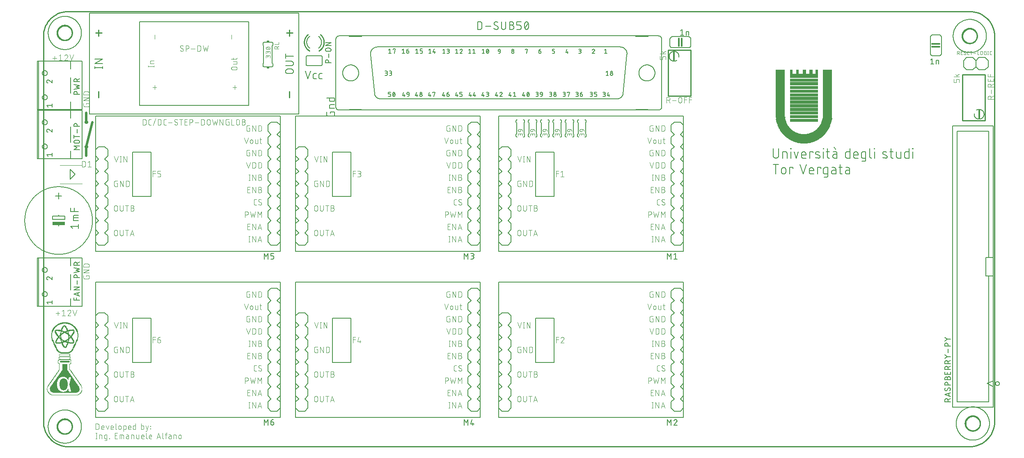
<source format=gto>
G04 EAGLE Gerber RS-274X export*
G75*
%MOMM*%
%FSLAX34Y34*%
%LPD*%
%INTop Silkscreen*%
%IPPOS*%
%AMOC8*
5,1,8,0,0,1.08239X$1,22.5*%
G01*
%ADD10R,0.300000X0.050000*%
%ADD11R,1.550000X0.050000*%
%ADD12R,2.250000X0.050000*%
%ADD13R,2.650000X0.050000*%
%ADD14R,3.050000X0.050000*%
%ADD15R,3.450000X0.050000*%
%ADD16R,3.700000X0.050000*%
%ADD17R,4.000000X0.050000*%
%ADD18R,4.300000X0.050000*%
%ADD19R,4.500000X0.050000*%
%ADD20R,4.700000X0.050000*%
%ADD21R,4.950000X0.050000*%
%ADD22R,5.150000X0.050000*%
%ADD23R,5.350000X0.050000*%
%ADD24R,5.550000X0.050000*%
%ADD25R,5.750000X0.050000*%
%ADD26R,5.900000X0.050000*%
%ADD27R,6.050000X0.050000*%
%ADD28R,6.250000X0.050000*%
%ADD29R,6.350000X0.050000*%
%ADD30R,6.500000X0.050000*%
%ADD31R,6.650000X0.050000*%
%ADD32R,6.800000X0.050000*%
%ADD33R,6.950000X0.050000*%
%ADD34R,7.050000X0.050000*%
%ADD35R,7.200000X0.050000*%
%ADD36R,7.350000X0.050000*%
%ADD37R,7.450000X0.050000*%
%ADD38R,7.550000X0.050000*%
%ADD39R,7.700000X0.050000*%
%ADD40R,7.800000X0.050000*%
%ADD41R,7.900000X0.050000*%
%ADD42R,8.000000X0.050000*%
%ADD43R,8.100000X0.050000*%
%ADD44R,8.200000X0.050000*%
%ADD45R,8.300000X0.050000*%
%ADD46R,8.450000X0.050000*%
%ADD47R,8.500000X0.050000*%
%ADD48R,4.250000X0.050000*%
%ADD49R,4.150000X0.050000*%
%ADD50R,3.650000X0.050000*%
%ADD51R,3.500000X0.050000*%
%ADD52R,3.350000X0.050000*%
%ADD53R,3.250000X0.050000*%
%ADD54R,3.150000X0.050000*%
%ADD55R,2.950000X0.050000*%
%ADD56R,2.900000X0.050000*%
%ADD57R,2.850000X0.050000*%
%ADD58R,2.800000X0.050000*%
%ADD59R,2.750000X0.050000*%
%ADD60R,2.700000X0.050000*%
%ADD61R,2.600000X0.050000*%
%ADD62R,2.550000X0.050000*%
%ADD63R,2.500000X0.050000*%
%ADD64R,2.450000X0.050000*%
%ADD65R,2.400000X0.050000*%
%ADD66R,2.350000X0.050000*%
%ADD67R,2.300000X0.050000*%
%ADD68R,2.200000X0.050000*%
%ADD69R,2.150000X0.050000*%
%ADD70R,2.100000X0.050000*%
%ADD71R,2.050000X0.050000*%
%ADD72R,2.000000X0.050000*%
%ADD73R,1.950000X0.050000*%
%ADD74R,1.900000X0.050000*%
%ADD75R,0.550000X0.050000*%
%ADD76R,0.700000X0.050000*%
%ADD77R,0.750000X0.050000*%
%ADD78R,1.850000X0.050000*%
%ADD79C,0.177800*%
%ADD80C,0.101600*%
%ADD81C,0.152400*%
%ADD82C,0.508000*%
%ADD83R,2.540000X0.635000*%
%ADD84C,0.127000*%
%ADD85C,0.203200*%
%ADD86C,0.254000*%
%ADD87R,0.300000X1.900000*%
%ADD88C,0.304800*%
%ADD89C,0.076200*%
%ADD90R,0.508000X0.381000*%
%ADD91R,5.400000X0.030000*%
%ADD92R,0.180000X0.030000*%
%ADD93R,0.150000X0.030000*%
%ADD94R,0.120000X0.030000*%
%ADD95R,0.090000X0.030000*%
%ADD96R,0.060000X0.030000*%
%ADD97R,4.860000X0.030000*%
%ADD98R,5.100000X0.030000*%
%ADD99R,5.280000X0.030000*%
%ADD100R,2.250000X0.030000*%
%ADD101R,2.910000X0.030000*%
%ADD102R,2.100000X0.030000*%
%ADD103R,2.730000X0.030000*%
%ADD104R,2.040000X0.030000*%
%ADD105R,0.720000X0.030000*%
%ADD106R,1.470000X0.030000*%
%ADD107R,1.980000X0.030000*%
%ADD108R,0.660000X0.030000*%
%ADD109R,1.530000X0.030000*%
%ADD110R,0.570000X0.030000*%
%ADD111R,1.560000X0.030000*%
%ADD112R,1.950000X0.030000*%
%ADD113R,0.540000X0.030000*%
%ADD114R,1.620000X0.030000*%
%ADD115R,0.510000X0.030000*%
%ADD116R,1.650000X0.030000*%
%ADD117R,1.890000X0.030000*%
%ADD118R,0.450000X0.030000*%
%ADD119R,0.390000X0.030000*%
%ADD120R,1.860000X0.030000*%
%ADD121R,0.360000X0.030000*%
%ADD122R,1.710000X0.030000*%
%ADD123R,0.330000X0.030000*%
%ADD124R,1.740000X0.030000*%
%ADD125R,0.030000X0.030000*%
%ADD126R,1.830000X0.030000*%
%ADD127R,0.300000X0.030000*%
%ADD128R,1.800000X0.030000*%
%ADD129R,0.240000X0.030000*%
%ADD130R,1.770000X0.030000*%
%ADD131R,0.420000X0.030000*%
%ADD132R,0.210000X0.030000*%
%ADD133R,0.600000X0.030000*%
%ADD134R,0.810000X0.030000*%
%ADD135R,0.900000X0.030000*%
%ADD136R,0.960000X0.030000*%
%ADD137R,1.020000X0.030000*%
%ADD138R,1.680000X0.030000*%
%ADD139R,1.080000X0.030000*%
%ADD140R,1.170000X0.030000*%
%ADD141R,1.200000X0.030000*%
%ADD142R,1.230000X0.030000*%
%ADD143R,1.920000X0.030000*%
%ADD144R,1.290000X0.030000*%
%ADD145R,1.590000X0.030000*%
%ADD146R,1.350000X0.030000*%
%ADD147R,1.380000X0.030000*%
%ADD148R,1.410000X0.030000*%
%ADD149R,1.500000X0.030000*%
%ADD150R,1.440000X0.030000*%
%ADD151R,1.320000X0.030000*%
%ADD152R,1.260000X0.030000*%
%ADD153R,1.140000X0.030000*%
%ADD154R,1.110000X0.030000*%
%ADD155R,0.990000X0.030000*%
%ADD156R,0.930000X0.030000*%
%ADD157R,0.870000X0.030000*%
%ADD158R,0.840000X0.030000*%
%ADD159R,0.780000X0.030000*%
%ADD160R,0.750000X0.030000*%
%ADD161R,0.690000X0.030000*%
%ADD162R,0.630000X0.030000*%
%ADD163R,1.050000X0.030000*%
%ADD164R,0.480000X0.030000*%
%ADD165R,0.270000X0.030000*%
%ADD166R,2.940000X0.030000*%
%ADD167R,2.880000X0.030000*%
%ADD168R,2.820000X0.030000*%
%ADD169R,2.760000X0.030000*%
%ADD170R,2.700000X0.030000*%
%ADD171R,2.640000X0.030000*%
%ADD172R,2.580000X0.030000*%
%ADD173R,2.520000X0.030000*%
%ADD174R,2.460000X0.030000*%
%ADD175R,2.400000X0.030000*%
%ADD176R,2.340000X0.030000*%
%ADD177R,2.280000X0.030000*%
%ADD178R,2.220000X0.030000*%
%ADD179R,2.160000X0.030000*%
%ADD180R,2.130000X0.030000*%
%ADD181R,2.370000X0.030000*%
%ADD182C,0.254000*%


D10*
X1568050Y626110D03*
D11*
X1569300Y626610D03*
D12*
X1569300Y627110D03*
D13*
X1569300Y627610D03*
D14*
X1569300Y628110D03*
D15*
X1569300Y628610D03*
D16*
X1569050Y629110D03*
D17*
X1569050Y629610D03*
D18*
X1569050Y630110D03*
D19*
X1569050Y630610D03*
D20*
X1569050Y631110D03*
D21*
X1569300Y631610D03*
D22*
X1569300Y632110D03*
D23*
X1569300Y632610D03*
D24*
X1569300Y633110D03*
D25*
X1569300Y633610D03*
D26*
X1569050Y634110D03*
D27*
X1569300Y634610D03*
D28*
X1569300Y635110D03*
D29*
X1569300Y635610D03*
D30*
X1569050Y636110D03*
D31*
X1569300Y636610D03*
D32*
X1569050Y637110D03*
D33*
X1569300Y637610D03*
D34*
X1569300Y638110D03*
D35*
X1569050Y638610D03*
D36*
X1569300Y639110D03*
D37*
X1569300Y639610D03*
D38*
X1569300Y640110D03*
D39*
X1569050Y640610D03*
D40*
X1569050Y641110D03*
D41*
X1569050Y641610D03*
D42*
X1569050Y642110D03*
D43*
X1569050Y642610D03*
D44*
X1569050Y643110D03*
D45*
X1569050Y643610D03*
D46*
X1569300Y644110D03*
D47*
X1569050Y644610D03*
D48*
X1547300Y645110D03*
D49*
X1591300Y645110D03*
D50*
X1544300Y645610D03*
D16*
X1594050Y645610D03*
D51*
X1543050Y646110D03*
X1595550Y646110D03*
D52*
X1541800Y646610D03*
X1596800Y646610D03*
D53*
X1540800Y647110D03*
X1597800Y647110D03*
D54*
X1539800Y647610D03*
X1598800Y647610D03*
D14*
X1538800Y648110D03*
X1599300Y648110D03*
D55*
X1538300Y648610D03*
X1600300Y648610D03*
D56*
X1537550Y649110D03*
X1601050Y649110D03*
D57*
X1536800Y649610D03*
X1601800Y649610D03*
D58*
X1536050Y650110D03*
D59*
X1602300Y650110D03*
D60*
X1535550Y650610D03*
D59*
X1602800Y650610D03*
D60*
X1535050Y651110D03*
X1603550Y651110D03*
D13*
X1534300Y651610D03*
D60*
X1604050Y651610D03*
D13*
X1533800Y652110D03*
D61*
X1604550Y652110D03*
D62*
X1533300Y652610D03*
D61*
X1605050Y652610D03*
D62*
X1532800Y653110D03*
D63*
X1605550Y653110D03*
X1532550Y653610D03*
X1606050Y653610D03*
D64*
X1531800Y654110D03*
D63*
X1606550Y654110D03*
D64*
X1531300Y654610D03*
X1606800Y654610D03*
D65*
X1531050Y655110D03*
D64*
X1607300Y655110D03*
D65*
X1530550Y655610D03*
X1608050Y655610D03*
D66*
X1530300Y656110D03*
X1608300Y656110D03*
X1529800Y656610D03*
X1608800Y656610D03*
D67*
X1529550Y657110D03*
X1609050Y657110D03*
X1529050Y657610D03*
X1609550Y657610D03*
D12*
X1528800Y658110D03*
X1609800Y658110D03*
X1528300Y658610D03*
D67*
X1610050Y658610D03*
D68*
X1528050Y659110D03*
D12*
X1610300Y659110D03*
X1527800Y659610D03*
X1610800Y659610D03*
D68*
X1527550Y660110D03*
X1611050Y660110D03*
X1527050Y660610D03*
X1611550Y660610D03*
D69*
X1526800Y661110D03*
D68*
X1611550Y661110D03*
X1526550Y661610D03*
D69*
X1611800Y661610D03*
X1526300Y662110D03*
X1612300Y662110D03*
X1525800Y662610D03*
D70*
X1612550Y662610D03*
D69*
X1525800Y663110D03*
X1612800Y663110D03*
D70*
X1525550Y663610D03*
X1613050Y663610D03*
X1525050Y664110D03*
X1613050Y664110D03*
X1525050Y664610D03*
X1613550Y664610D03*
D71*
X1524800Y665110D03*
X1613800Y665110D03*
D70*
X1524550Y665610D03*
D71*
X1613800Y665610D03*
X1524300Y666110D03*
X1614300Y666110D03*
D72*
X1524050Y666610D03*
D71*
X1614300Y666610D03*
X1523800Y667110D03*
D72*
X1614550Y667110D03*
D71*
X1523800Y667610D03*
X1614800Y667610D03*
D72*
X1523550Y668110D03*
X1615050Y668110D03*
D71*
X1523300Y668610D03*
D72*
X1615050Y668610D03*
X1523050Y669110D03*
D71*
X1615300Y669110D03*
D72*
X1523050Y669610D03*
X1615550Y669610D03*
D73*
X1522800Y670110D03*
D72*
X1615550Y670110D03*
X1522550Y670610D03*
D73*
X1615800Y670610D03*
D72*
X1522550Y671110D03*
D25*
X1569300Y671110D03*
D72*
X1616050Y671110D03*
D73*
X1522300Y671610D03*
D25*
X1569300Y671610D03*
D72*
X1616050Y671610D03*
D73*
X1522300Y672110D03*
D25*
X1569300Y672110D03*
D73*
X1616300Y672110D03*
D72*
X1522050Y672610D03*
D25*
X1569300Y672610D03*
D73*
X1616300Y672610D03*
X1521800Y673110D03*
D25*
X1569300Y673110D03*
D73*
X1616300Y673110D03*
X1521800Y673610D03*
D25*
X1569300Y673610D03*
D73*
X1616800Y673610D03*
X1521800Y674110D03*
D25*
X1569300Y674110D03*
D73*
X1616800Y674110D03*
D74*
X1521550Y674610D03*
D25*
X1569300Y674610D03*
D73*
X1616800Y674610D03*
X1521300Y675110D03*
D25*
X1569300Y675110D03*
D73*
X1616800Y675110D03*
X1521300Y675610D03*
D25*
X1569300Y675610D03*
D74*
X1617050Y675610D03*
D73*
X1521300Y676110D03*
D25*
X1569300Y676110D03*
D74*
X1617050Y676110D03*
D73*
X1521300Y676610D03*
D25*
X1569300Y676610D03*
D73*
X1617300Y676610D03*
D74*
X1521050Y677110D03*
D73*
X1617300Y677110D03*
D74*
X1521050Y677610D03*
D73*
X1617300Y677610D03*
D74*
X1521050Y678110D03*
X1617550Y678110D03*
X1521050Y678610D03*
D25*
X1569300Y678610D03*
D74*
X1617550Y678610D03*
X1521050Y679110D03*
D25*
X1569300Y679110D03*
D74*
X1617550Y679110D03*
D73*
X1520800Y679610D03*
D25*
X1569300Y679610D03*
D74*
X1617550Y679610D03*
D73*
X1520800Y680110D03*
D25*
X1569300Y680110D03*
D74*
X1617550Y680110D03*
D73*
X1520800Y680610D03*
D25*
X1569300Y680610D03*
D74*
X1617550Y680610D03*
X1520550Y681110D03*
D25*
X1569300Y681110D03*
D74*
X1617550Y681110D03*
X1520550Y681610D03*
D25*
X1569300Y681610D03*
D74*
X1617550Y681610D03*
X1520550Y682110D03*
D25*
X1569300Y682110D03*
D74*
X1617550Y682110D03*
X1520550Y682610D03*
D25*
X1569300Y682610D03*
D74*
X1618050Y682610D03*
X1520550Y683110D03*
D25*
X1569300Y683110D03*
D74*
X1618050Y683110D03*
X1520550Y683610D03*
D25*
X1569300Y683610D03*
D74*
X1618050Y683610D03*
X1520550Y684110D03*
D25*
X1569300Y684110D03*
D74*
X1618050Y684110D03*
X1520550Y684610D03*
X1618050Y684610D03*
X1520550Y685110D03*
X1618050Y685110D03*
X1520550Y685610D03*
X1618050Y685610D03*
X1520550Y686110D03*
D25*
X1569300Y686110D03*
D74*
X1618050Y686110D03*
X1520550Y686610D03*
D25*
X1569300Y686610D03*
D74*
X1618050Y686610D03*
X1520550Y687110D03*
D25*
X1569300Y687110D03*
D74*
X1618050Y687110D03*
X1520550Y687610D03*
D25*
X1569300Y687610D03*
D74*
X1618050Y687610D03*
X1520550Y688110D03*
D25*
X1569300Y688110D03*
D74*
X1618050Y688110D03*
X1520550Y688610D03*
D25*
X1569300Y688610D03*
D74*
X1618050Y688610D03*
X1520550Y689110D03*
D25*
X1569300Y689110D03*
D74*
X1618050Y689110D03*
X1520550Y689610D03*
D25*
X1569300Y689610D03*
D74*
X1618050Y689610D03*
X1520550Y690110D03*
D25*
X1569300Y690110D03*
D74*
X1618050Y690110D03*
X1520550Y690610D03*
D25*
X1569300Y690610D03*
D74*
X1618050Y690610D03*
X1520550Y691110D03*
D25*
X1569300Y691110D03*
D74*
X1618050Y691110D03*
X1520550Y691610D03*
D25*
X1569300Y691610D03*
D74*
X1618050Y691610D03*
X1520550Y692110D03*
X1618050Y692110D03*
X1520550Y692610D03*
X1618050Y692610D03*
X1520550Y693110D03*
X1618050Y693110D03*
X1520550Y693610D03*
D25*
X1569300Y693610D03*
D74*
X1618050Y693610D03*
X1520550Y694110D03*
D25*
X1569300Y694110D03*
D74*
X1618050Y694110D03*
X1520550Y694610D03*
D25*
X1569300Y694610D03*
D74*
X1618050Y694610D03*
X1520550Y695110D03*
D25*
X1569300Y695110D03*
D74*
X1618050Y695110D03*
X1520550Y695610D03*
D25*
X1569300Y695610D03*
D74*
X1618050Y695610D03*
X1520550Y696110D03*
D25*
X1569300Y696110D03*
D74*
X1618050Y696110D03*
X1520550Y696610D03*
D25*
X1569300Y696610D03*
D74*
X1618050Y696610D03*
X1520550Y697110D03*
D25*
X1569300Y697110D03*
D74*
X1618050Y697110D03*
X1520550Y697610D03*
D25*
X1569300Y697610D03*
D74*
X1618050Y697610D03*
X1520550Y698110D03*
D25*
X1569300Y698110D03*
D74*
X1618050Y698110D03*
X1520550Y698610D03*
D25*
X1569300Y698610D03*
D74*
X1618050Y698610D03*
X1520550Y699110D03*
D25*
X1569300Y699110D03*
D74*
X1618050Y699110D03*
X1520550Y699610D03*
X1618050Y699610D03*
X1520550Y700110D03*
X1618050Y700110D03*
X1520550Y700610D03*
D25*
X1569300Y700610D03*
D74*
X1618050Y700610D03*
X1520550Y701110D03*
D25*
X1569300Y701110D03*
D74*
X1618050Y701110D03*
X1520550Y701610D03*
D25*
X1569300Y701610D03*
D74*
X1618050Y701610D03*
X1520550Y702110D03*
D25*
X1569300Y702110D03*
D74*
X1618050Y702110D03*
X1520550Y702610D03*
D25*
X1569300Y702610D03*
D74*
X1618050Y702610D03*
X1520550Y703110D03*
D25*
X1569300Y703110D03*
D74*
X1618050Y703110D03*
X1520550Y703610D03*
D25*
X1569300Y703610D03*
D74*
X1618050Y703610D03*
X1520550Y704110D03*
D25*
X1569300Y704110D03*
D74*
X1618050Y704110D03*
X1520550Y704610D03*
D25*
X1569300Y704610D03*
D74*
X1618050Y704610D03*
X1520550Y705110D03*
D25*
X1569300Y705110D03*
D74*
X1618050Y705110D03*
X1520550Y705610D03*
D25*
X1569300Y705610D03*
D74*
X1618050Y705610D03*
X1520550Y706110D03*
D25*
X1569300Y706110D03*
D74*
X1618050Y706110D03*
X1520550Y706610D03*
D25*
X1569300Y706610D03*
D74*
X1618050Y706610D03*
X1520550Y707110D03*
X1618050Y707110D03*
X1520550Y707610D03*
X1618050Y707610D03*
X1520550Y708110D03*
X1618050Y708110D03*
X1520550Y708610D03*
D25*
X1569300Y708610D03*
D74*
X1618050Y708610D03*
X1520550Y709110D03*
D25*
X1569300Y709110D03*
D74*
X1618050Y709110D03*
X1520550Y709610D03*
D25*
X1569300Y709610D03*
D74*
X1618050Y709610D03*
X1520550Y710110D03*
D25*
X1569300Y710110D03*
D74*
X1618050Y710110D03*
X1520550Y710610D03*
D25*
X1569300Y710610D03*
D74*
X1618050Y710610D03*
X1520550Y711110D03*
D25*
X1569300Y711110D03*
D74*
X1618050Y711110D03*
X1520550Y711610D03*
D25*
X1569300Y711610D03*
D74*
X1618050Y711610D03*
X1520550Y712110D03*
D25*
X1569300Y712110D03*
D74*
X1618050Y712110D03*
X1520550Y712610D03*
D25*
X1569300Y712610D03*
D74*
X1618050Y712610D03*
X1520550Y713110D03*
D25*
X1569300Y713110D03*
D74*
X1618050Y713110D03*
X1520550Y713610D03*
D25*
X1569300Y713610D03*
D74*
X1618050Y713610D03*
X1520550Y714110D03*
D25*
X1569300Y714110D03*
D74*
X1618050Y714110D03*
X1520550Y714610D03*
X1618050Y714610D03*
X1520550Y715110D03*
X1618050Y715110D03*
X1520550Y715610D03*
X1618050Y715610D03*
X1520550Y716110D03*
D25*
X1569300Y716110D03*
D74*
X1618050Y716110D03*
X1520550Y716610D03*
D25*
X1569300Y716610D03*
D74*
X1618050Y716610D03*
X1520550Y717110D03*
D25*
X1569300Y717110D03*
D74*
X1618050Y717110D03*
X1520550Y717610D03*
D25*
X1569300Y717610D03*
D74*
X1618050Y717610D03*
X1520550Y718110D03*
D25*
X1569300Y718110D03*
D74*
X1618050Y718110D03*
X1520550Y718610D03*
D25*
X1569300Y718610D03*
D74*
X1618050Y718610D03*
X1520550Y719110D03*
D25*
X1569300Y719110D03*
D74*
X1618050Y719110D03*
X1520550Y719610D03*
D25*
X1569300Y719610D03*
D74*
X1618050Y719610D03*
X1520550Y720110D03*
D25*
X1569300Y720110D03*
D74*
X1618050Y720110D03*
X1520550Y720610D03*
D25*
X1569300Y720610D03*
D74*
X1618050Y720610D03*
X1520550Y721110D03*
D25*
X1569300Y721110D03*
D74*
X1618050Y721110D03*
X1520550Y721610D03*
D25*
X1569300Y721610D03*
D74*
X1618050Y721610D03*
X1520550Y722110D03*
X1618050Y722110D03*
X1520550Y722610D03*
X1618050Y722610D03*
X1520550Y723110D03*
X1618050Y723110D03*
X1520550Y723610D03*
D25*
X1569300Y723610D03*
D74*
X1618050Y723610D03*
X1520550Y724110D03*
D25*
X1569300Y724110D03*
D74*
X1618050Y724110D03*
X1520550Y724610D03*
D25*
X1569300Y724610D03*
D74*
X1618050Y724610D03*
X1520550Y725110D03*
D25*
X1569300Y725110D03*
D74*
X1618050Y725110D03*
X1520550Y725610D03*
D25*
X1569300Y725610D03*
D74*
X1618050Y725610D03*
X1520550Y726110D03*
D25*
X1569300Y726110D03*
D74*
X1618050Y726110D03*
X1520550Y726610D03*
D25*
X1569300Y726610D03*
D74*
X1618050Y726610D03*
X1520550Y727110D03*
D25*
X1569300Y727110D03*
D74*
X1618050Y727110D03*
X1520550Y727610D03*
D25*
X1569300Y727610D03*
D74*
X1618050Y727610D03*
X1520550Y728110D03*
D25*
X1569300Y728110D03*
D74*
X1618050Y728110D03*
X1520550Y728610D03*
D25*
X1569300Y728610D03*
D74*
X1618050Y728610D03*
X1520550Y729110D03*
D25*
X1569300Y729110D03*
D74*
X1618050Y729110D03*
X1520550Y729610D03*
X1618050Y729610D03*
X1520550Y730110D03*
X1618050Y730110D03*
X1520550Y730610D03*
X1618050Y730610D03*
X1520550Y731110D03*
D25*
X1569300Y731110D03*
D74*
X1618050Y731110D03*
X1520550Y731610D03*
D25*
X1569300Y731610D03*
D74*
X1618050Y731610D03*
X1520550Y732110D03*
D25*
X1569300Y732110D03*
D74*
X1618050Y732110D03*
X1520550Y732610D03*
D25*
X1569300Y732610D03*
D74*
X1618050Y732610D03*
X1520550Y733110D03*
D25*
X1569300Y733110D03*
D74*
X1618050Y733110D03*
X1520550Y733610D03*
D25*
X1569300Y733610D03*
D74*
X1618050Y733610D03*
X1520550Y734110D03*
D25*
X1569300Y734110D03*
D74*
X1618050Y734110D03*
X1520550Y734610D03*
D25*
X1569300Y734610D03*
D74*
X1618050Y734610D03*
X1520550Y735110D03*
D25*
X1569300Y735110D03*
D74*
X1618050Y735110D03*
X1520550Y735610D03*
D25*
X1569300Y735610D03*
D74*
X1618050Y735610D03*
X1520550Y736110D03*
D25*
X1569300Y736110D03*
D74*
X1618050Y736110D03*
X1520550Y736610D03*
D25*
X1569300Y736610D03*
D74*
X1618050Y736610D03*
X1520550Y737110D03*
X1618050Y737110D03*
X1520550Y737610D03*
X1618050Y737610D03*
X1520550Y738110D03*
X1618050Y738110D03*
X1520550Y738610D03*
D25*
X1569300Y738610D03*
D74*
X1618050Y738610D03*
X1520550Y739110D03*
D25*
X1569300Y739110D03*
D74*
X1618050Y739110D03*
X1520550Y739610D03*
D25*
X1569300Y739610D03*
D74*
X1618050Y739610D03*
X1520550Y740110D03*
D25*
X1569300Y740110D03*
D74*
X1618050Y740110D03*
X1520550Y740610D03*
D25*
X1569300Y740610D03*
D74*
X1618050Y740610D03*
X1520550Y741110D03*
D25*
X1569300Y741110D03*
D74*
X1618050Y741110D03*
X1520550Y741610D03*
D25*
X1569300Y741610D03*
D74*
X1618050Y741610D03*
X1520550Y742110D03*
D25*
X1569300Y742110D03*
D74*
X1618050Y742110D03*
X1520550Y742610D03*
D25*
X1569300Y742610D03*
D74*
X1618050Y742610D03*
X1520550Y743110D03*
D25*
X1569300Y743110D03*
D74*
X1618050Y743110D03*
X1520550Y743610D03*
D25*
X1569300Y743610D03*
D74*
X1618050Y743610D03*
X1520550Y744110D03*
D25*
X1569300Y744110D03*
D74*
X1618050Y744110D03*
X1520550Y744610D03*
X1618050Y744610D03*
X1520550Y745110D03*
X1618050Y745110D03*
X1520550Y745610D03*
X1618050Y745610D03*
X1520550Y746110D03*
X1618050Y746110D03*
X1520550Y746610D03*
D25*
X1569300Y746610D03*
D74*
X1618050Y746610D03*
X1520550Y747110D03*
D25*
X1569300Y747110D03*
D74*
X1618050Y747110D03*
X1520550Y747610D03*
D25*
X1569300Y747610D03*
D74*
X1618050Y747610D03*
X1520550Y748110D03*
D25*
X1569300Y748110D03*
D74*
X1618050Y748110D03*
X1520550Y748610D03*
D25*
X1569300Y748610D03*
D74*
X1618050Y748610D03*
X1520550Y749110D03*
D25*
X1569300Y749110D03*
D74*
X1618050Y749110D03*
X1520550Y749610D03*
D25*
X1569300Y749610D03*
D74*
X1618050Y749610D03*
X1520550Y750110D03*
D25*
X1569300Y750110D03*
D74*
X1618050Y750110D03*
X1520550Y750610D03*
D25*
X1569300Y750610D03*
D74*
X1618050Y750610D03*
X1520550Y751110D03*
D25*
X1569300Y751110D03*
D74*
X1618050Y751110D03*
X1520550Y751610D03*
D25*
X1569300Y751610D03*
D74*
X1618050Y751610D03*
X1520550Y752110D03*
D25*
X1569300Y752110D03*
D74*
X1618050Y752110D03*
X1520550Y752610D03*
X1618050Y752610D03*
X1520550Y753110D03*
X1618050Y753110D03*
X1520550Y753610D03*
X1618050Y753610D03*
X1520550Y754110D03*
D25*
X1569300Y754110D03*
D74*
X1618050Y754110D03*
X1520550Y754610D03*
D25*
X1569300Y754610D03*
D74*
X1618050Y754610D03*
X1520550Y755110D03*
D25*
X1569300Y755110D03*
D74*
X1618050Y755110D03*
X1520550Y755610D03*
D25*
X1569300Y755610D03*
D74*
X1618050Y755610D03*
X1520550Y756110D03*
D25*
X1569300Y756110D03*
D74*
X1618050Y756110D03*
X1520550Y756610D03*
D25*
X1569300Y756610D03*
D74*
X1618050Y756610D03*
X1520550Y757110D03*
D25*
X1569300Y757110D03*
D74*
X1618050Y757110D03*
X1520550Y757610D03*
D25*
X1569300Y757610D03*
D74*
X1618050Y757610D03*
X1520550Y758110D03*
D25*
X1569300Y758110D03*
D74*
X1618050Y758110D03*
X1520550Y758610D03*
D25*
X1569300Y758610D03*
D74*
X1618050Y758610D03*
X1520550Y759110D03*
D25*
X1569300Y759110D03*
D74*
X1618050Y759110D03*
X1520550Y759610D03*
D25*
X1569300Y759610D03*
D74*
X1618050Y759610D03*
X1520550Y760110D03*
X1618050Y760110D03*
X1520550Y760610D03*
X1618050Y760610D03*
X1520550Y761110D03*
X1618050Y761110D03*
X1520550Y761610D03*
D25*
X1569300Y761610D03*
D74*
X1618050Y761610D03*
X1520550Y762110D03*
D25*
X1569300Y762110D03*
D74*
X1618050Y762110D03*
X1520550Y762610D03*
D25*
X1569300Y762610D03*
D74*
X1618050Y762610D03*
X1520550Y763110D03*
D25*
X1569300Y763110D03*
D74*
X1618050Y763110D03*
X1520550Y763610D03*
D25*
X1569300Y763610D03*
D74*
X1618050Y763610D03*
X1520550Y764110D03*
D25*
X1569300Y764110D03*
D74*
X1618050Y764110D03*
X1520550Y764610D03*
D25*
X1569300Y764610D03*
D74*
X1618050Y764610D03*
X1520550Y765110D03*
D25*
X1569300Y765110D03*
D74*
X1618050Y765110D03*
X1520550Y765610D03*
D25*
X1569300Y765610D03*
D74*
X1618050Y765610D03*
X1520550Y766110D03*
D25*
X1569300Y766110D03*
D74*
X1618050Y766110D03*
X1520550Y766610D03*
D25*
X1569300Y766610D03*
D74*
X1618050Y766610D03*
X1520550Y767110D03*
D25*
X1569300Y767110D03*
D74*
X1618050Y767110D03*
X1520550Y767610D03*
D25*
X1569300Y767610D03*
D74*
X1618050Y767610D03*
X1520550Y768110D03*
D25*
X1569300Y768110D03*
D74*
X1618050Y768110D03*
X1520550Y768610D03*
D25*
X1569300Y768610D03*
D74*
X1618050Y768610D03*
X1520550Y769110D03*
D25*
X1569300Y769110D03*
D74*
X1618050Y769110D03*
X1520550Y769610D03*
D75*
X1543300Y769610D03*
X1556300Y769610D03*
D76*
X1570550Y769610D03*
D77*
X1583800Y769610D03*
D75*
X1595300Y769610D03*
D74*
X1618050Y769610D03*
X1520550Y770110D03*
D75*
X1543300Y770110D03*
X1556300Y770110D03*
D76*
X1570550Y770110D03*
D77*
X1583800Y770110D03*
D75*
X1595300Y770110D03*
D74*
X1618050Y770110D03*
X1520550Y770610D03*
D75*
X1543300Y770610D03*
X1556300Y770610D03*
D76*
X1570550Y770610D03*
D77*
X1583800Y770610D03*
D75*
X1595300Y770610D03*
D74*
X1618050Y770610D03*
X1520550Y771110D03*
D75*
X1543300Y771110D03*
X1556300Y771110D03*
D76*
X1570550Y771110D03*
D77*
X1583800Y771110D03*
D75*
X1595300Y771110D03*
D74*
X1618050Y771110D03*
X1520550Y771610D03*
D75*
X1543300Y771610D03*
X1556300Y771610D03*
D76*
X1570550Y771610D03*
D77*
X1583800Y771610D03*
D75*
X1595300Y771610D03*
D74*
X1618050Y771610D03*
X1520550Y772110D03*
D75*
X1543300Y772110D03*
X1556300Y772110D03*
D76*
X1570550Y772110D03*
D77*
X1583800Y772110D03*
D75*
X1595300Y772110D03*
D74*
X1618050Y772110D03*
X1520550Y772610D03*
D75*
X1543300Y772610D03*
X1556300Y772610D03*
D76*
X1570550Y772610D03*
D77*
X1583800Y772610D03*
D75*
X1595300Y772610D03*
D74*
X1618050Y772610D03*
X1520550Y773110D03*
D75*
X1543300Y773110D03*
X1556300Y773110D03*
D76*
X1570550Y773110D03*
D77*
X1583800Y773110D03*
D75*
X1595300Y773110D03*
D74*
X1618050Y773110D03*
X1520550Y773610D03*
D75*
X1543300Y773610D03*
X1556300Y773610D03*
D76*
X1570550Y773610D03*
D77*
X1583800Y773610D03*
D75*
X1595300Y773610D03*
D74*
X1618050Y773610D03*
X1520550Y774110D03*
D75*
X1543300Y774110D03*
X1556300Y774110D03*
D76*
X1570550Y774110D03*
D77*
X1583800Y774110D03*
D75*
X1595300Y774110D03*
D74*
X1618050Y774110D03*
X1520550Y774610D03*
D75*
X1543300Y774610D03*
X1556300Y774610D03*
D76*
X1570550Y774610D03*
D77*
X1583800Y774610D03*
D75*
X1595300Y774610D03*
D74*
X1618050Y774610D03*
X1520550Y775110D03*
D75*
X1543300Y775110D03*
X1556300Y775110D03*
D76*
X1570550Y775110D03*
D77*
X1583800Y775110D03*
D75*
X1595300Y775110D03*
D74*
X1618050Y775110D03*
X1520550Y775610D03*
D75*
X1543300Y775610D03*
X1556300Y775610D03*
D76*
X1570550Y775610D03*
D77*
X1583800Y775610D03*
D75*
X1595300Y775610D03*
D74*
X1618050Y775610D03*
X1520550Y776110D03*
D75*
X1543300Y776110D03*
X1556300Y776110D03*
D76*
X1570550Y776110D03*
D77*
X1583800Y776110D03*
D75*
X1595300Y776110D03*
D74*
X1618050Y776110D03*
X1520550Y776610D03*
D75*
X1543300Y776610D03*
X1556300Y776610D03*
D76*
X1570550Y776610D03*
D77*
X1583800Y776610D03*
D75*
X1595300Y776610D03*
D74*
X1618050Y776610D03*
X1520550Y777110D03*
D75*
X1543300Y777110D03*
X1556300Y777110D03*
D76*
X1570550Y777110D03*
D77*
X1583800Y777110D03*
D75*
X1595300Y777110D03*
D74*
X1618050Y777110D03*
X1520550Y777610D03*
D75*
X1543300Y777610D03*
X1556300Y777610D03*
D76*
X1570550Y777610D03*
D77*
X1583800Y777610D03*
D75*
X1595300Y777610D03*
D78*
X1617800Y777610D03*
D79*
X1505839Y616331D02*
X1505839Y601839D01*
X1505841Y601691D01*
X1505847Y601542D01*
X1505857Y601394D01*
X1505871Y601247D01*
X1505888Y601099D01*
X1505910Y600952D01*
X1505936Y600806D01*
X1505965Y600661D01*
X1505998Y600516D01*
X1506035Y600372D01*
X1506076Y600230D01*
X1506121Y600088D01*
X1506170Y599948D01*
X1506222Y599809D01*
X1506278Y599672D01*
X1506337Y599536D01*
X1506400Y599401D01*
X1506467Y599269D01*
X1506537Y599138D01*
X1506611Y599009D01*
X1506688Y598882D01*
X1506768Y598758D01*
X1506852Y598635D01*
X1506939Y598515D01*
X1507029Y598397D01*
X1507122Y598281D01*
X1507218Y598168D01*
X1507317Y598058D01*
X1507419Y597950D01*
X1507524Y597845D01*
X1507632Y597743D01*
X1507742Y597644D01*
X1507855Y597548D01*
X1507971Y597455D01*
X1508089Y597365D01*
X1508209Y597278D01*
X1508332Y597194D01*
X1508456Y597114D01*
X1508583Y597037D01*
X1508712Y596963D01*
X1508843Y596893D01*
X1508975Y596826D01*
X1509110Y596763D01*
X1509246Y596704D01*
X1509383Y596648D01*
X1509522Y596596D01*
X1509662Y596547D01*
X1509804Y596502D01*
X1509946Y596461D01*
X1510090Y596424D01*
X1510235Y596391D01*
X1510380Y596362D01*
X1510526Y596336D01*
X1510673Y596314D01*
X1510821Y596297D01*
X1510968Y596283D01*
X1511116Y596273D01*
X1511265Y596267D01*
X1511413Y596265D01*
X1511561Y596267D01*
X1511710Y596273D01*
X1511858Y596283D01*
X1512005Y596297D01*
X1512153Y596314D01*
X1512300Y596336D01*
X1512446Y596362D01*
X1512591Y596391D01*
X1512736Y596424D01*
X1512880Y596461D01*
X1513022Y596502D01*
X1513164Y596547D01*
X1513304Y596596D01*
X1513443Y596648D01*
X1513580Y596704D01*
X1513716Y596763D01*
X1513851Y596826D01*
X1513983Y596893D01*
X1514114Y596963D01*
X1514243Y597037D01*
X1514370Y597114D01*
X1514494Y597194D01*
X1514617Y597278D01*
X1514737Y597365D01*
X1514855Y597455D01*
X1514971Y597548D01*
X1515084Y597644D01*
X1515194Y597743D01*
X1515302Y597845D01*
X1515407Y597950D01*
X1515509Y598058D01*
X1515608Y598168D01*
X1515704Y598281D01*
X1515797Y598397D01*
X1515887Y598515D01*
X1515974Y598635D01*
X1516058Y598758D01*
X1516138Y598882D01*
X1516215Y599009D01*
X1516289Y599138D01*
X1516359Y599269D01*
X1516426Y599401D01*
X1516489Y599536D01*
X1516548Y599672D01*
X1516604Y599809D01*
X1516656Y599948D01*
X1516705Y600088D01*
X1516750Y600230D01*
X1516791Y600372D01*
X1516828Y600516D01*
X1516861Y600661D01*
X1516890Y600806D01*
X1516916Y600952D01*
X1516938Y601099D01*
X1516955Y601247D01*
X1516969Y601394D01*
X1516979Y601542D01*
X1516985Y601691D01*
X1516987Y601839D01*
X1516987Y616331D01*
X1525492Y609642D02*
X1525492Y596265D01*
X1525492Y609642D02*
X1531066Y609642D01*
X1531180Y609640D01*
X1531294Y609634D01*
X1531408Y609624D01*
X1531521Y609611D01*
X1531634Y609593D01*
X1531746Y609572D01*
X1531858Y609547D01*
X1531968Y609518D01*
X1532078Y609485D01*
X1532186Y609449D01*
X1532293Y609409D01*
X1532398Y609365D01*
X1532502Y609318D01*
X1532604Y609267D01*
X1532705Y609213D01*
X1532803Y609155D01*
X1532900Y609094D01*
X1532994Y609030D01*
X1533087Y608963D01*
X1533176Y608892D01*
X1533264Y608818D01*
X1533348Y608742D01*
X1533431Y608663D01*
X1533510Y608580D01*
X1533586Y608496D01*
X1533660Y608408D01*
X1533731Y608319D01*
X1533798Y608226D01*
X1533862Y608132D01*
X1533923Y608036D01*
X1533981Y607937D01*
X1534035Y607836D01*
X1534086Y607734D01*
X1534133Y607630D01*
X1534177Y607525D01*
X1534217Y607418D01*
X1534253Y607310D01*
X1534286Y607200D01*
X1534315Y607090D01*
X1534340Y606978D01*
X1534361Y606866D01*
X1534379Y606753D01*
X1534392Y606640D01*
X1534402Y606526D01*
X1534408Y606412D01*
X1534410Y606298D01*
X1534410Y596265D01*
X1542310Y596265D02*
X1542310Y609642D01*
X1541753Y615216D02*
X1541753Y616331D01*
X1542868Y616331D01*
X1542868Y615216D01*
X1541753Y615216D01*
X1548974Y609642D02*
X1553433Y596265D01*
X1557892Y609642D01*
X1567767Y596265D02*
X1573341Y596265D01*
X1567767Y596265D02*
X1567653Y596267D01*
X1567539Y596273D01*
X1567425Y596283D01*
X1567312Y596296D01*
X1567199Y596314D01*
X1567087Y596335D01*
X1566975Y596360D01*
X1566865Y596389D01*
X1566755Y596422D01*
X1566647Y596458D01*
X1566540Y596498D01*
X1566435Y596542D01*
X1566331Y596589D01*
X1566229Y596640D01*
X1566128Y596694D01*
X1566030Y596752D01*
X1565933Y596813D01*
X1565839Y596877D01*
X1565746Y596944D01*
X1565657Y597015D01*
X1565569Y597089D01*
X1565485Y597165D01*
X1565402Y597244D01*
X1565323Y597327D01*
X1565247Y597411D01*
X1565173Y597499D01*
X1565102Y597588D01*
X1565035Y597681D01*
X1564971Y597775D01*
X1564910Y597872D01*
X1564852Y597970D01*
X1564798Y598071D01*
X1564747Y598173D01*
X1564700Y598277D01*
X1564656Y598382D01*
X1564616Y598489D01*
X1564580Y598597D01*
X1564547Y598707D01*
X1564518Y598817D01*
X1564493Y598929D01*
X1564472Y599041D01*
X1564454Y599154D01*
X1564441Y599267D01*
X1564431Y599381D01*
X1564425Y599495D01*
X1564423Y599609D01*
X1564423Y605183D01*
X1564425Y605315D01*
X1564431Y605447D01*
X1564441Y605579D01*
X1564454Y605710D01*
X1564472Y605841D01*
X1564493Y605972D01*
X1564519Y606101D01*
X1564548Y606230D01*
X1564581Y606358D01*
X1564617Y606485D01*
X1564658Y606611D01*
X1564702Y606736D01*
X1564750Y606859D01*
X1564801Y606981D01*
X1564856Y607101D01*
X1564915Y607219D01*
X1564977Y607336D01*
X1565043Y607451D01*
X1565111Y607563D01*
X1565184Y607674D01*
X1565259Y607783D01*
X1565338Y607889D01*
X1565419Y607993D01*
X1565504Y608094D01*
X1565592Y608193D01*
X1565683Y608289D01*
X1565776Y608382D01*
X1565872Y608473D01*
X1565971Y608561D01*
X1566072Y608646D01*
X1566176Y608727D01*
X1566282Y608806D01*
X1566391Y608881D01*
X1566502Y608954D01*
X1566614Y609022D01*
X1566729Y609088D01*
X1566846Y609150D01*
X1566964Y609209D01*
X1567084Y609264D01*
X1567206Y609315D01*
X1567329Y609363D01*
X1567454Y609407D01*
X1567580Y609448D01*
X1567707Y609484D01*
X1567835Y609517D01*
X1567964Y609546D01*
X1568093Y609572D01*
X1568224Y609593D01*
X1568355Y609611D01*
X1568486Y609624D01*
X1568618Y609634D01*
X1568750Y609640D01*
X1568882Y609642D01*
X1569014Y609640D01*
X1569146Y609634D01*
X1569278Y609624D01*
X1569409Y609611D01*
X1569540Y609593D01*
X1569671Y609572D01*
X1569800Y609546D01*
X1569929Y609517D01*
X1570057Y609484D01*
X1570184Y609448D01*
X1570310Y609407D01*
X1570435Y609363D01*
X1570558Y609315D01*
X1570680Y609264D01*
X1570800Y609209D01*
X1570918Y609150D01*
X1571035Y609088D01*
X1571150Y609022D01*
X1571262Y608954D01*
X1571373Y608881D01*
X1571482Y608806D01*
X1571588Y608727D01*
X1571692Y608646D01*
X1571793Y608561D01*
X1571892Y608473D01*
X1571988Y608382D01*
X1572081Y608289D01*
X1572172Y608193D01*
X1572260Y608094D01*
X1572345Y607993D01*
X1572426Y607889D01*
X1572505Y607783D01*
X1572580Y607674D01*
X1572653Y607563D01*
X1572721Y607451D01*
X1572787Y607336D01*
X1572849Y607219D01*
X1572908Y607101D01*
X1572963Y606981D01*
X1573014Y606859D01*
X1573062Y606736D01*
X1573106Y606611D01*
X1573147Y606485D01*
X1573183Y606358D01*
X1573216Y606230D01*
X1573245Y606101D01*
X1573271Y605972D01*
X1573292Y605841D01*
X1573310Y605710D01*
X1573323Y605579D01*
X1573333Y605447D01*
X1573339Y605315D01*
X1573341Y605183D01*
X1573341Y602954D01*
X1564423Y602954D01*
X1581185Y609642D02*
X1581185Y596265D01*
X1581185Y609642D02*
X1587874Y609642D01*
X1587874Y607413D01*
X1595138Y604068D02*
X1600712Y601839D01*
X1595139Y604069D02*
X1595040Y604110D01*
X1594943Y604155D01*
X1594848Y604204D01*
X1594755Y604256D01*
X1594663Y604312D01*
X1594574Y604371D01*
X1594487Y604433D01*
X1594403Y604499D01*
X1594320Y604567D01*
X1594241Y604639D01*
X1594164Y604713D01*
X1594090Y604790D01*
X1594019Y604870D01*
X1593951Y604952D01*
X1593886Y605037D01*
X1593824Y605124D01*
X1593765Y605214D01*
X1593710Y605305D01*
X1593658Y605399D01*
X1593610Y605494D01*
X1593565Y605592D01*
X1593524Y605690D01*
X1593487Y605790D01*
X1593453Y605892D01*
X1593423Y605995D01*
X1593397Y606098D01*
X1593375Y606203D01*
X1593356Y606308D01*
X1593342Y606414D01*
X1593331Y606521D01*
X1593325Y606627D01*
X1593322Y606734D01*
X1593323Y606841D01*
X1593329Y606948D01*
X1593338Y607055D01*
X1593351Y607161D01*
X1593368Y607266D01*
X1593389Y607371D01*
X1593414Y607475D01*
X1593443Y607578D01*
X1593475Y607680D01*
X1593511Y607781D01*
X1593551Y607880D01*
X1593595Y607978D01*
X1593642Y608074D01*
X1593693Y608168D01*
X1593747Y608260D01*
X1593804Y608350D01*
X1593865Y608438D01*
X1593929Y608524D01*
X1593996Y608607D01*
X1594066Y608688D01*
X1594139Y608766D01*
X1594215Y608841D01*
X1594294Y608914D01*
X1594375Y608983D01*
X1594459Y609050D01*
X1594545Y609113D01*
X1594634Y609173D01*
X1594724Y609230D01*
X1594817Y609283D01*
X1594911Y609333D01*
X1595008Y609379D01*
X1595106Y609422D01*
X1595205Y609461D01*
X1595306Y609496D01*
X1595408Y609528D01*
X1595512Y609556D01*
X1595616Y609580D01*
X1595721Y609600D01*
X1595827Y609616D01*
X1595933Y609628D01*
X1596039Y609637D01*
X1596146Y609641D01*
X1596253Y609642D01*
X1596557Y609634D01*
X1596861Y609618D01*
X1597165Y609596D01*
X1597468Y609566D01*
X1597770Y609529D01*
X1598071Y609484D01*
X1598371Y609433D01*
X1598669Y609374D01*
X1598967Y609308D01*
X1599262Y609234D01*
X1599556Y609154D01*
X1599847Y609067D01*
X1600137Y608973D01*
X1600424Y608872D01*
X1600708Y608763D01*
X1600990Y608649D01*
X1601269Y608527D01*
X1600712Y601838D02*
X1600811Y601797D01*
X1600908Y601752D01*
X1601003Y601703D01*
X1601096Y601651D01*
X1601188Y601595D01*
X1601277Y601536D01*
X1601364Y601474D01*
X1601448Y601408D01*
X1601531Y601340D01*
X1601610Y601268D01*
X1601687Y601194D01*
X1601761Y601117D01*
X1601832Y601037D01*
X1601900Y600955D01*
X1601965Y600870D01*
X1602027Y600783D01*
X1602086Y600693D01*
X1602141Y600602D01*
X1602193Y600508D01*
X1602241Y600413D01*
X1602286Y600315D01*
X1602327Y600217D01*
X1602364Y600117D01*
X1602398Y600015D01*
X1602428Y599912D01*
X1602454Y599809D01*
X1602476Y599704D01*
X1602495Y599599D01*
X1602509Y599493D01*
X1602520Y599386D01*
X1602526Y599280D01*
X1602529Y599173D01*
X1602528Y599066D01*
X1602522Y598959D01*
X1602513Y598852D01*
X1602500Y598746D01*
X1602483Y598641D01*
X1602462Y598536D01*
X1602437Y598432D01*
X1602408Y598329D01*
X1602376Y598227D01*
X1602340Y598126D01*
X1602300Y598027D01*
X1602256Y597929D01*
X1602209Y597833D01*
X1602158Y597739D01*
X1602104Y597647D01*
X1602047Y597557D01*
X1601986Y597469D01*
X1601922Y597383D01*
X1601855Y597300D01*
X1601785Y597219D01*
X1601712Y597141D01*
X1601636Y597066D01*
X1601557Y596993D01*
X1601476Y596924D01*
X1601392Y596857D01*
X1601306Y596794D01*
X1601217Y596734D01*
X1601127Y596677D01*
X1601034Y596624D01*
X1600940Y596574D01*
X1600843Y596528D01*
X1600745Y596485D01*
X1600646Y596446D01*
X1600545Y596411D01*
X1600443Y596379D01*
X1600339Y596351D01*
X1600235Y596327D01*
X1600130Y596307D01*
X1600024Y596291D01*
X1599918Y596279D01*
X1599812Y596270D01*
X1599705Y596266D01*
X1599598Y596265D01*
X1599597Y596265D02*
X1599150Y596277D01*
X1598703Y596299D01*
X1598257Y596332D01*
X1597812Y596375D01*
X1597368Y596429D01*
X1596926Y596493D01*
X1596485Y596568D01*
X1596046Y596653D01*
X1595609Y596749D01*
X1595175Y596855D01*
X1594743Y596971D01*
X1594314Y597097D01*
X1593888Y597233D01*
X1593466Y597380D01*
X1609666Y596265D02*
X1609666Y609642D01*
X1609109Y615216D02*
X1609109Y616331D01*
X1610223Y616331D01*
X1610223Y615216D01*
X1609109Y615216D01*
X1615486Y609642D02*
X1622175Y609642D01*
X1617716Y616331D02*
X1617716Y599609D01*
X1617718Y599495D01*
X1617724Y599381D01*
X1617734Y599267D01*
X1617747Y599154D01*
X1617765Y599041D01*
X1617786Y598929D01*
X1617811Y598817D01*
X1617840Y598707D01*
X1617873Y598597D01*
X1617909Y598489D01*
X1617949Y598382D01*
X1617993Y598277D01*
X1618040Y598173D01*
X1618091Y598071D01*
X1618145Y597970D01*
X1618203Y597872D01*
X1618264Y597775D01*
X1618328Y597681D01*
X1618395Y597588D01*
X1618466Y597499D01*
X1618540Y597411D01*
X1618616Y597327D01*
X1618695Y597244D01*
X1618778Y597165D01*
X1618862Y597089D01*
X1618950Y597015D01*
X1619039Y596944D01*
X1619132Y596877D01*
X1619226Y596813D01*
X1619323Y596752D01*
X1619421Y596694D01*
X1619522Y596640D01*
X1619624Y596589D01*
X1619728Y596542D01*
X1619833Y596498D01*
X1619940Y596458D01*
X1620048Y596422D01*
X1620158Y596389D01*
X1620268Y596360D01*
X1620380Y596335D01*
X1620492Y596314D01*
X1620605Y596296D01*
X1620718Y596283D01*
X1620832Y596273D01*
X1620946Y596267D01*
X1621060Y596265D01*
X1622175Y596265D01*
X1632526Y604068D02*
X1637542Y604068D01*
X1632526Y604069D02*
X1632402Y604067D01*
X1632279Y604061D01*
X1632155Y604051D01*
X1632032Y604038D01*
X1631909Y604020D01*
X1631788Y603998D01*
X1631666Y603973D01*
X1631546Y603944D01*
X1631427Y603911D01*
X1631308Y603874D01*
X1631191Y603834D01*
X1631076Y603789D01*
X1630962Y603742D01*
X1630849Y603690D01*
X1630738Y603635D01*
X1630629Y603577D01*
X1630522Y603515D01*
X1630416Y603450D01*
X1630313Y603381D01*
X1630212Y603309D01*
X1630114Y603234D01*
X1630018Y603156D01*
X1629924Y603075D01*
X1629833Y602991D01*
X1629745Y602904D01*
X1629660Y602815D01*
X1629577Y602722D01*
X1629497Y602627D01*
X1629421Y602530D01*
X1629348Y602430D01*
X1629277Y602328D01*
X1629210Y602224D01*
X1629147Y602118D01*
X1629087Y602010D01*
X1629030Y601900D01*
X1628977Y601788D01*
X1628927Y601675D01*
X1628881Y601560D01*
X1628839Y601443D01*
X1628800Y601326D01*
X1628765Y601207D01*
X1628734Y601087D01*
X1628707Y600966D01*
X1628683Y600845D01*
X1628664Y600722D01*
X1628648Y600599D01*
X1628636Y600476D01*
X1628628Y600353D01*
X1628624Y600229D01*
X1628624Y600105D01*
X1628628Y599981D01*
X1628636Y599858D01*
X1628648Y599735D01*
X1628664Y599612D01*
X1628683Y599489D01*
X1628707Y599368D01*
X1628734Y599247D01*
X1628765Y599127D01*
X1628800Y599008D01*
X1628839Y598891D01*
X1628881Y598774D01*
X1628927Y598659D01*
X1628977Y598546D01*
X1629030Y598434D01*
X1629087Y598324D01*
X1629147Y598216D01*
X1629210Y598110D01*
X1629277Y598006D01*
X1629348Y597904D01*
X1629421Y597804D01*
X1629497Y597707D01*
X1629577Y597612D01*
X1629660Y597519D01*
X1629745Y597430D01*
X1629833Y597343D01*
X1629924Y597259D01*
X1630018Y597178D01*
X1630114Y597100D01*
X1630212Y597025D01*
X1630313Y596953D01*
X1630416Y596884D01*
X1630522Y596819D01*
X1630629Y596757D01*
X1630738Y596699D01*
X1630849Y596644D01*
X1630962Y596592D01*
X1631076Y596545D01*
X1631191Y596500D01*
X1631308Y596460D01*
X1631427Y596423D01*
X1631546Y596390D01*
X1631666Y596361D01*
X1631788Y596336D01*
X1631909Y596314D01*
X1632032Y596296D01*
X1632155Y596283D01*
X1632279Y596273D01*
X1632402Y596267D01*
X1632526Y596265D01*
X1637542Y596265D01*
X1637542Y606298D01*
X1637540Y606412D01*
X1637534Y606526D01*
X1637524Y606640D01*
X1637511Y606753D01*
X1637493Y606866D01*
X1637472Y606978D01*
X1637447Y607090D01*
X1637418Y607200D01*
X1637385Y607310D01*
X1637349Y607418D01*
X1637309Y607525D01*
X1637265Y607630D01*
X1637218Y607734D01*
X1637167Y607836D01*
X1637113Y607937D01*
X1637055Y608035D01*
X1636994Y608132D01*
X1636930Y608226D01*
X1636863Y608319D01*
X1636792Y608408D01*
X1636718Y608496D01*
X1636642Y608580D01*
X1636563Y608663D01*
X1636480Y608742D01*
X1636396Y608818D01*
X1636308Y608892D01*
X1636219Y608963D01*
X1636126Y609030D01*
X1636032Y609094D01*
X1635935Y609155D01*
X1635837Y609213D01*
X1635736Y609267D01*
X1635634Y609318D01*
X1635530Y609365D01*
X1635425Y609409D01*
X1635318Y609449D01*
X1635210Y609485D01*
X1635100Y609518D01*
X1634990Y609547D01*
X1634878Y609572D01*
X1634766Y609593D01*
X1634653Y609611D01*
X1634540Y609624D01*
X1634426Y609634D01*
X1634312Y609640D01*
X1634198Y609642D01*
X1629739Y609642D01*
X1634755Y614659D02*
X1631411Y618561D01*
X1664114Y616331D02*
X1664114Y596265D01*
X1658540Y596265D01*
X1658426Y596267D01*
X1658312Y596273D01*
X1658198Y596283D01*
X1658085Y596296D01*
X1657972Y596314D01*
X1657860Y596335D01*
X1657748Y596360D01*
X1657638Y596389D01*
X1657528Y596422D01*
X1657420Y596458D01*
X1657313Y596498D01*
X1657208Y596542D01*
X1657104Y596589D01*
X1657002Y596640D01*
X1656901Y596694D01*
X1656803Y596752D01*
X1656706Y596813D01*
X1656612Y596877D01*
X1656519Y596944D01*
X1656430Y597015D01*
X1656342Y597089D01*
X1656258Y597165D01*
X1656175Y597244D01*
X1656096Y597327D01*
X1656020Y597411D01*
X1655946Y597499D01*
X1655875Y597588D01*
X1655808Y597681D01*
X1655744Y597775D01*
X1655683Y597872D01*
X1655625Y597970D01*
X1655571Y598071D01*
X1655520Y598173D01*
X1655473Y598277D01*
X1655429Y598382D01*
X1655389Y598489D01*
X1655353Y598597D01*
X1655320Y598707D01*
X1655291Y598817D01*
X1655266Y598929D01*
X1655245Y599041D01*
X1655227Y599154D01*
X1655214Y599267D01*
X1655204Y599381D01*
X1655198Y599495D01*
X1655196Y599609D01*
X1655196Y606298D01*
X1655198Y606412D01*
X1655204Y606526D01*
X1655214Y606640D01*
X1655227Y606753D01*
X1655245Y606866D01*
X1655266Y606978D01*
X1655291Y607090D01*
X1655320Y607200D01*
X1655353Y607310D01*
X1655389Y607418D01*
X1655429Y607525D01*
X1655473Y607630D01*
X1655520Y607734D01*
X1655571Y607836D01*
X1655625Y607937D01*
X1655683Y608035D01*
X1655744Y608132D01*
X1655808Y608226D01*
X1655875Y608319D01*
X1655946Y608408D01*
X1656020Y608496D01*
X1656096Y608580D01*
X1656175Y608663D01*
X1656258Y608742D01*
X1656342Y608818D01*
X1656430Y608892D01*
X1656519Y608963D01*
X1656612Y609030D01*
X1656706Y609094D01*
X1656803Y609155D01*
X1656901Y609213D01*
X1657002Y609267D01*
X1657104Y609318D01*
X1657208Y609365D01*
X1657313Y609409D01*
X1657420Y609449D01*
X1657528Y609485D01*
X1657638Y609518D01*
X1657748Y609547D01*
X1657860Y609572D01*
X1657972Y609593D01*
X1658085Y609611D01*
X1658198Y609624D01*
X1658312Y609634D01*
X1658426Y609640D01*
X1658540Y609642D01*
X1664114Y609642D01*
X1675289Y596265D02*
X1680863Y596265D01*
X1675289Y596265D02*
X1675175Y596267D01*
X1675061Y596273D01*
X1674947Y596283D01*
X1674834Y596296D01*
X1674721Y596314D01*
X1674609Y596335D01*
X1674497Y596360D01*
X1674387Y596389D01*
X1674277Y596422D01*
X1674169Y596458D01*
X1674062Y596498D01*
X1673957Y596542D01*
X1673853Y596589D01*
X1673751Y596640D01*
X1673650Y596694D01*
X1673552Y596752D01*
X1673455Y596813D01*
X1673361Y596877D01*
X1673268Y596944D01*
X1673179Y597015D01*
X1673091Y597089D01*
X1673007Y597165D01*
X1672924Y597244D01*
X1672845Y597327D01*
X1672769Y597411D01*
X1672695Y597499D01*
X1672624Y597588D01*
X1672557Y597681D01*
X1672493Y597775D01*
X1672432Y597872D01*
X1672374Y597970D01*
X1672320Y598071D01*
X1672269Y598173D01*
X1672222Y598277D01*
X1672178Y598382D01*
X1672138Y598489D01*
X1672102Y598597D01*
X1672069Y598707D01*
X1672040Y598817D01*
X1672015Y598929D01*
X1671994Y599041D01*
X1671976Y599154D01*
X1671963Y599267D01*
X1671953Y599381D01*
X1671947Y599495D01*
X1671945Y599609D01*
X1671945Y605183D01*
X1671947Y605315D01*
X1671953Y605447D01*
X1671963Y605579D01*
X1671976Y605710D01*
X1671994Y605841D01*
X1672015Y605972D01*
X1672041Y606101D01*
X1672070Y606230D01*
X1672103Y606358D01*
X1672139Y606485D01*
X1672180Y606611D01*
X1672224Y606736D01*
X1672272Y606859D01*
X1672323Y606981D01*
X1672378Y607101D01*
X1672437Y607219D01*
X1672499Y607336D01*
X1672565Y607451D01*
X1672633Y607563D01*
X1672706Y607674D01*
X1672781Y607783D01*
X1672860Y607889D01*
X1672941Y607993D01*
X1673026Y608094D01*
X1673114Y608193D01*
X1673205Y608289D01*
X1673298Y608382D01*
X1673394Y608473D01*
X1673493Y608561D01*
X1673594Y608646D01*
X1673698Y608727D01*
X1673804Y608806D01*
X1673913Y608881D01*
X1674024Y608954D01*
X1674136Y609022D01*
X1674251Y609088D01*
X1674368Y609150D01*
X1674486Y609209D01*
X1674606Y609264D01*
X1674728Y609315D01*
X1674851Y609363D01*
X1674976Y609407D01*
X1675102Y609448D01*
X1675229Y609484D01*
X1675357Y609517D01*
X1675486Y609546D01*
X1675615Y609572D01*
X1675746Y609593D01*
X1675877Y609611D01*
X1676008Y609624D01*
X1676140Y609634D01*
X1676272Y609640D01*
X1676404Y609642D01*
X1676536Y609640D01*
X1676668Y609634D01*
X1676800Y609624D01*
X1676931Y609611D01*
X1677062Y609593D01*
X1677193Y609572D01*
X1677322Y609546D01*
X1677451Y609517D01*
X1677579Y609484D01*
X1677706Y609448D01*
X1677832Y609407D01*
X1677957Y609363D01*
X1678080Y609315D01*
X1678202Y609264D01*
X1678322Y609209D01*
X1678440Y609150D01*
X1678557Y609088D01*
X1678672Y609022D01*
X1678784Y608954D01*
X1678895Y608881D01*
X1679004Y608806D01*
X1679110Y608727D01*
X1679214Y608646D01*
X1679315Y608561D01*
X1679414Y608473D01*
X1679510Y608382D01*
X1679603Y608289D01*
X1679694Y608193D01*
X1679782Y608094D01*
X1679867Y607993D01*
X1679948Y607889D01*
X1680027Y607783D01*
X1680102Y607674D01*
X1680175Y607563D01*
X1680243Y607451D01*
X1680309Y607336D01*
X1680371Y607219D01*
X1680430Y607101D01*
X1680485Y606981D01*
X1680536Y606859D01*
X1680584Y606736D01*
X1680628Y606611D01*
X1680669Y606485D01*
X1680705Y606358D01*
X1680738Y606230D01*
X1680767Y606101D01*
X1680793Y605972D01*
X1680814Y605841D01*
X1680832Y605710D01*
X1680845Y605579D01*
X1680855Y605447D01*
X1680861Y605315D01*
X1680863Y605183D01*
X1680863Y602954D01*
X1671945Y602954D01*
X1691291Y596265D02*
X1696865Y596265D01*
X1691291Y596265D02*
X1691177Y596267D01*
X1691063Y596273D01*
X1690949Y596283D01*
X1690836Y596296D01*
X1690723Y596314D01*
X1690611Y596335D01*
X1690499Y596360D01*
X1690389Y596389D01*
X1690279Y596422D01*
X1690171Y596458D01*
X1690064Y596498D01*
X1689959Y596542D01*
X1689855Y596589D01*
X1689753Y596640D01*
X1689652Y596694D01*
X1689554Y596752D01*
X1689457Y596813D01*
X1689363Y596877D01*
X1689270Y596944D01*
X1689181Y597015D01*
X1689093Y597089D01*
X1689009Y597165D01*
X1688926Y597244D01*
X1688847Y597327D01*
X1688771Y597411D01*
X1688697Y597499D01*
X1688626Y597588D01*
X1688559Y597681D01*
X1688495Y597775D01*
X1688434Y597872D01*
X1688376Y597970D01*
X1688322Y598071D01*
X1688271Y598173D01*
X1688224Y598277D01*
X1688180Y598382D01*
X1688140Y598489D01*
X1688104Y598597D01*
X1688071Y598707D01*
X1688042Y598817D01*
X1688017Y598929D01*
X1687996Y599041D01*
X1687978Y599154D01*
X1687965Y599267D01*
X1687955Y599381D01*
X1687949Y599495D01*
X1687947Y599609D01*
X1687947Y606298D01*
X1687949Y606412D01*
X1687955Y606526D01*
X1687965Y606640D01*
X1687978Y606753D01*
X1687996Y606866D01*
X1688017Y606978D01*
X1688042Y607090D01*
X1688071Y607200D01*
X1688104Y607310D01*
X1688140Y607418D01*
X1688180Y607525D01*
X1688224Y607630D01*
X1688271Y607734D01*
X1688322Y607836D01*
X1688376Y607937D01*
X1688434Y608035D01*
X1688495Y608132D01*
X1688559Y608226D01*
X1688626Y608319D01*
X1688697Y608408D01*
X1688771Y608496D01*
X1688847Y608580D01*
X1688926Y608663D01*
X1689009Y608742D01*
X1689093Y608818D01*
X1689181Y608892D01*
X1689270Y608963D01*
X1689363Y609030D01*
X1689457Y609094D01*
X1689554Y609155D01*
X1689652Y609213D01*
X1689753Y609267D01*
X1689855Y609318D01*
X1689959Y609365D01*
X1690064Y609409D01*
X1690171Y609449D01*
X1690279Y609485D01*
X1690389Y609518D01*
X1690499Y609547D01*
X1690611Y609572D01*
X1690723Y609593D01*
X1690836Y609611D01*
X1690949Y609624D01*
X1691063Y609634D01*
X1691177Y609640D01*
X1691291Y609642D01*
X1696865Y609642D01*
X1696865Y592921D01*
X1696864Y592921D02*
X1696862Y592807D01*
X1696856Y592693D01*
X1696846Y592579D01*
X1696833Y592466D01*
X1696815Y592353D01*
X1696794Y592241D01*
X1696769Y592129D01*
X1696740Y592019D01*
X1696707Y591909D01*
X1696671Y591801D01*
X1696631Y591694D01*
X1696587Y591589D01*
X1696540Y591485D01*
X1696489Y591383D01*
X1696435Y591282D01*
X1696377Y591184D01*
X1696316Y591087D01*
X1696252Y590993D01*
X1696185Y590900D01*
X1696114Y590811D01*
X1696040Y590723D01*
X1695964Y590639D01*
X1695885Y590556D01*
X1695802Y590477D01*
X1695718Y590401D01*
X1695630Y590327D01*
X1695541Y590256D01*
X1695448Y590189D01*
X1695354Y590125D01*
X1695258Y590064D01*
X1695159Y590006D01*
X1695058Y589952D01*
X1694956Y589901D01*
X1694852Y589854D01*
X1694747Y589810D01*
X1694640Y589770D01*
X1694532Y589734D01*
X1694422Y589701D01*
X1694312Y589672D01*
X1694200Y589647D01*
X1694088Y589626D01*
X1693975Y589608D01*
X1693862Y589595D01*
X1693748Y589585D01*
X1693634Y589579D01*
X1693520Y589577D01*
X1693520Y589576D02*
X1689061Y589576D01*
X1705067Y599609D02*
X1705067Y616331D01*
X1705068Y599609D02*
X1705070Y599495D01*
X1705076Y599381D01*
X1705086Y599267D01*
X1705099Y599154D01*
X1705117Y599041D01*
X1705138Y598929D01*
X1705163Y598817D01*
X1705192Y598707D01*
X1705225Y598597D01*
X1705261Y598489D01*
X1705301Y598382D01*
X1705345Y598277D01*
X1705392Y598173D01*
X1705443Y598071D01*
X1705497Y597970D01*
X1705555Y597872D01*
X1705616Y597775D01*
X1705680Y597681D01*
X1705747Y597588D01*
X1705818Y597499D01*
X1705892Y597411D01*
X1705968Y597327D01*
X1706047Y597244D01*
X1706130Y597165D01*
X1706214Y597089D01*
X1706302Y597015D01*
X1706391Y596944D01*
X1706484Y596877D01*
X1706578Y596813D01*
X1706675Y596752D01*
X1706773Y596694D01*
X1706874Y596640D01*
X1706976Y596589D01*
X1707080Y596542D01*
X1707185Y596498D01*
X1707292Y596458D01*
X1707400Y596422D01*
X1707510Y596389D01*
X1707620Y596360D01*
X1707732Y596335D01*
X1707844Y596314D01*
X1707957Y596296D01*
X1708070Y596283D01*
X1708184Y596273D01*
X1708298Y596267D01*
X1708412Y596265D01*
X1714717Y596265D02*
X1714717Y609642D01*
X1714159Y615216D02*
X1714159Y616331D01*
X1715274Y616331D01*
X1715274Y615216D01*
X1714159Y615216D01*
X1733558Y604068D02*
X1739131Y601839D01*
X1733558Y604069D02*
X1733459Y604110D01*
X1733362Y604155D01*
X1733267Y604204D01*
X1733174Y604256D01*
X1733082Y604312D01*
X1732993Y604371D01*
X1732906Y604433D01*
X1732822Y604499D01*
X1732739Y604567D01*
X1732660Y604639D01*
X1732583Y604713D01*
X1732509Y604790D01*
X1732438Y604870D01*
X1732370Y604952D01*
X1732305Y605037D01*
X1732243Y605124D01*
X1732184Y605214D01*
X1732129Y605305D01*
X1732077Y605399D01*
X1732029Y605494D01*
X1731984Y605592D01*
X1731943Y605690D01*
X1731906Y605790D01*
X1731872Y605892D01*
X1731842Y605995D01*
X1731816Y606098D01*
X1731794Y606203D01*
X1731775Y606308D01*
X1731761Y606414D01*
X1731750Y606521D01*
X1731744Y606627D01*
X1731741Y606734D01*
X1731742Y606841D01*
X1731748Y606948D01*
X1731757Y607055D01*
X1731770Y607161D01*
X1731787Y607266D01*
X1731808Y607371D01*
X1731833Y607475D01*
X1731862Y607578D01*
X1731894Y607680D01*
X1731930Y607781D01*
X1731970Y607880D01*
X1732014Y607978D01*
X1732061Y608074D01*
X1732112Y608168D01*
X1732166Y608260D01*
X1732223Y608350D01*
X1732284Y608438D01*
X1732348Y608524D01*
X1732415Y608607D01*
X1732485Y608688D01*
X1732558Y608766D01*
X1732634Y608841D01*
X1732713Y608914D01*
X1732794Y608983D01*
X1732878Y609050D01*
X1732964Y609113D01*
X1733053Y609173D01*
X1733143Y609230D01*
X1733236Y609283D01*
X1733330Y609333D01*
X1733427Y609379D01*
X1733525Y609422D01*
X1733624Y609461D01*
X1733725Y609496D01*
X1733827Y609528D01*
X1733931Y609556D01*
X1734035Y609580D01*
X1734140Y609600D01*
X1734246Y609616D01*
X1734352Y609628D01*
X1734458Y609637D01*
X1734565Y609641D01*
X1734672Y609642D01*
X1734673Y609642D02*
X1734977Y609634D01*
X1735281Y609618D01*
X1735585Y609596D01*
X1735888Y609566D01*
X1736190Y609529D01*
X1736491Y609484D01*
X1736791Y609433D01*
X1737089Y609374D01*
X1737387Y609308D01*
X1737682Y609234D01*
X1737976Y609154D01*
X1738267Y609067D01*
X1738557Y608973D01*
X1738844Y608872D01*
X1739128Y608763D01*
X1739410Y608649D01*
X1739689Y608527D01*
X1739131Y601838D02*
X1739230Y601797D01*
X1739327Y601752D01*
X1739422Y601703D01*
X1739515Y601651D01*
X1739607Y601595D01*
X1739696Y601536D01*
X1739783Y601474D01*
X1739867Y601408D01*
X1739950Y601340D01*
X1740029Y601268D01*
X1740106Y601194D01*
X1740180Y601117D01*
X1740251Y601037D01*
X1740319Y600955D01*
X1740384Y600870D01*
X1740446Y600783D01*
X1740505Y600693D01*
X1740560Y600602D01*
X1740612Y600508D01*
X1740660Y600413D01*
X1740705Y600315D01*
X1740746Y600217D01*
X1740783Y600117D01*
X1740817Y600015D01*
X1740847Y599912D01*
X1740873Y599809D01*
X1740895Y599704D01*
X1740914Y599599D01*
X1740928Y599493D01*
X1740939Y599386D01*
X1740945Y599280D01*
X1740948Y599173D01*
X1740947Y599066D01*
X1740941Y598959D01*
X1740932Y598852D01*
X1740919Y598746D01*
X1740902Y598641D01*
X1740881Y598536D01*
X1740856Y598432D01*
X1740827Y598329D01*
X1740795Y598227D01*
X1740759Y598126D01*
X1740719Y598027D01*
X1740675Y597929D01*
X1740628Y597833D01*
X1740577Y597739D01*
X1740523Y597647D01*
X1740466Y597557D01*
X1740405Y597469D01*
X1740341Y597383D01*
X1740274Y597300D01*
X1740204Y597219D01*
X1740131Y597141D01*
X1740055Y597066D01*
X1739976Y596993D01*
X1739895Y596924D01*
X1739811Y596857D01*
X1739725Y596794D01*
X1739636Y596734D01*
X1739546Y596677D01*
X1739453Y596624D01*
X1739359Y596574D01*
X1739262Y596528D01*
X1739164Y596485D01*
X1739065Y596446D01*
X1738964Y596411D01*
X1738862Y596379D01*
X1738758Y596351D01*
X1738654Y596327D01*
X1738549Y596307D01*
X1738443Y596291D01*
X1738337Y596279D01*
X1738231Y596270D01*
X1738124Y596266D01*
X1738017Y596265D01*
X1737570Y596277D01*
X1737123Y596299D01*
X1736677Y596332D01*
X1736232Y596375D01*
X1735788Y596429D01*
X1735346Y596493D01*
X1734905Y596568D01*
X1734466Y596653D01*
X1734029Y596749D01*
X1733595Y596855D01*
X1733163Y596971D01*
X1732734Y597097D01*
X1732308Y597233D01*
X1731886Y597380D01*
X1746490Y609642D02*
X1753179Y609642D01*
X1748720Y616331D02*
X1748720Y599609D01*
X1748722Y599495D01*
X1748728Y599381D01*
X1748738Y599267D01*
X1748751Y599154D01*
X1748769Y599041D01*
X1748790Y598929D01*
X1748815Y598817D01*
X1748844Y598707D01*
X1748877Y598597D01*
X1748913Y598489D01*
X1748953Y598382D01*
X1748997Y598277D01*
X1749044Y598173D01*
X1749095Y598071D01*
X1749149Y597970D01*
X1749207Y597872D01*
X1749268Y597775D01*
X1749332Y597681D01*
X1749399Y597588D01*
X1749470Y597499D01*
X1749544Y597411D01*
X1749620Y597327D01*
X1749699Y597244D01*
X1749782Y597165D01*
X1749866Y597089D01*
X1749954Y597015D01*
X1750043Y596944D01*
X1750136Y596877D01*
X1750230Y596813D01*
X1750327Y596752D01*
X1750425Y596694D01*
X1750526Y596640D01*
X1750628Y596589D01*
X1750732Y596542D01*
X1750837Y596498D01*
X1750944Y596458D01*
X1751052Y596422D01*
X1751162Y596389D01*
X1751272Y596360D01*
X1751384Y596335D01*
X1751496Y596314D01*
X1751609Y596296D01*
X1751722Y596283D01*
X1751836Y596273D01*
X1751950Y596267D01*
X1752064Y596265D01*
X1753179Y596265D01*
X1760311Y599609D02*
X1760311Y609642D01*
X1760311Y599609D02*
X1760313Y599495D01*
X1760319Y599381D01*
X1760329Y599267D01*
X1760342Y599154D01*
X1760360Y599041D01*
X1760381Y598929D01*
X1760406Y598817D01*
X1760435Y598707D01*
X1760468Y598597D01*
X1760504Y598489D01*
X1760544Y598382D01*
X1760588Y598277D01*
X1760635Y598173D01*
X1760686Y598071D01*
X1760740Y597970D01*
X1760798Y597872D01*
X1760859Y597775D01*
X1760923Y597681D01*
X1760990Y597588D01*
X1761061Y597499D01*
X1761135Y597411D01*
X1761211Y597327D01*
X1761290Y597244D01*
X1761373Y597165D01*
X1761457Y597089D01*
X1761545Y597015D01*
X1761634Y596944D01*
X1761727Y596877D01*
X1761821Y596813D01*
X1761918Y596752D01*
X1762016Y596694D01*
X1762117Y596640D01*
X1762219Y596589D01*
X1762323Y596542D01*
X1762428Y596498D01*
X1762535Y596458D01*
X1762643Y596422D01*
X1762753Y596389D01*
X1762863Y596360D01*
X1762975Y596335D01*
X1763087Y596314D01*
X1763200Y596296D01*
X1763313Y596283D01*
X1763427Y596273D01*
X1763541Y596267D01*
X1763655Y596265D01*
X1769229Y596265D01*
X1769229Y609642D01*
X1785849Y616331D02*
X1785849Y596265D01*
X1780275Y596265D01*
X1780161Y596267D01*
X1780047Y596273D01*
X1779933Y596283D01*
X1779820Y596296D01*
X1779707Y596314D01*
X1779595Y596335D01*
X1779483Y596360D01*
X1779373Y596389D01*
X1779263Y596422D01*
X1779155Y596458D01*
X1779048Y596498D01*
X1778943Y596542D01*
X1778839Y596589D01*
X1778737Y596640D01*
X1778636Y596694D01*
X1778538Y596752D01*
X1778441Y596813D01*
X1778347Y596877D01*
X1778254Y596944D01*
X1778165Y597015D01*
X1778077Y597089D01*
X1777993Y597165D01*
X1777910Y597244D01*
X1777831Y597327D01*
X1777755Y597411D01*
X1777681Y597499D01*
X1777610Y597588D01*
X1777543Y597681D01*
X1777479Y597775D01*
X1777418Y597872D01*
X1777360Y597970D01*
X1777306Y598071D01*
X1777255Y598173D01*
X1777208Y598277D01*
X1777164Y598382D01*
X1777124Y598489D01*
X1777088Y598597D01*
X1777055Y598707D01*
X1777026Y598817D01*
X1777001Y598929D01*
X1776980Y599041D01*
X1776962Y599154D01*
X1776949Y599267D01*
X1776939Y599381D01*
X1776933Y599495D01*
X1776931Y599609D01*
X1776931Y606298D01*
X1776933Y606412D01*
X1776939Y606526D01*
X1776949Y606640D01*
X1776962Y606753D01*
X1776980Y606866D01*
X1777001Y606978D01*
X1777026Y607090D01*
X1777055Y607200D01*
X1777088Y607310D01*
X1777124Y607418D01*
X1777164Y607525D01*
X1777208Y607630D01*
X1777255Y607734D01*
X1777306Y607836D01*
X1777360Y607937D01*
X1777418Y608035D01*
X1777479Y608132D01*
X1777543Y608226D01*
X1777610Y608319D01*
X1777681Y608408D01*
X1777755Y608496D01*
X1777831Y608580D01*
X1777910Y608663D01*
X1777993Y608742D01*
X1778077Y608818D01*
X1778165Y608892D01*
X1778254Y608963D01*
X1778347Y609030D01*
X1778441Y609094D01*
X1778538Y609155D01*
X1778636Y609213D01*
X1778737Y609267D01*
X1778839Y609318D01*
X1778943Y609365D01*
X1779048Y609409D01*
X1779155Y609449D01*
X1779263Y609485D01*
X1779373Y609518D01*
X1779483Y609547D01*
X1779595Y609572D01*
X1779707Y609593D01*
X1779820Y609611D01*
X1779933Y609624D01*
X1780047Y609634D01*
X1780161Y609640D01*
X1780275Y609642D01*
X1785849Y609642D01*
X1793813Y609642D02*
X1793813Y596265D01*
X1793256Y615216D02*
X1793256Y616331D01*
X1794371Y616331D01*
X1794371Y615216D01*
X1793256Y615216D01*
X1511413Y583565D02*
X1511413Y563499D01*
X1505839Y583565D02*
X1516987Y583565D01*
X1523020Y572417D02*
X1523020Y567958D01*
X1523020Y572417D02*
X1523022Y572549D01*
X1523028Y572681D01*
X1523038Y572813D01*
X1523051Y572944D01*
X1523069Y573075D01*
X1523090Y573206D01*
X1523116Y573335D01*
X1523145Y573464D01*
X1523178Y573592D01*
X1523214Y573719D01*
X1523255Y573845D01*
X1523299Y573970D01*
X1523347Y574093D01*
X1523398Y574215D01*
X1523453Y574335D01*
X1523512Y574453D01*
X1523574Y574570D01*
X1523640Y574685D01*
X1523708Y574797D01*
X1523781Y574908D01*
X1523856Y575017D01*
X1523935Y575123D01*
X1524016Y575227D01*
X1524101Y575328D01*
X1524189Y575427D01*
X1524280Y575523D01*
X1524373Y575616D01*
X1524469Y575707D01*
X1524568Y575795D01*
X1524669Y575880D01*
X1524773Y575961D01*
X1524879Y576040D01*
X1524988Y576115D01*
X1525099Y576188D01*
X1525211Y576256D01*
X1525326Y576322D01*
X1525443Y576384D01*
X1525561Y576443D01*
X1525681Y576498D01*
X1525803Y576549D01*
X1525926Y576597D01*
X1526051Y576641D01*
X1526177Y576682D01*
X1526304Y576718D01*
X1526432Y576751D01*
X1526561Y576780D01*
X1526690Y576806D01*
X1526821Y576827D01*
X1526952Y576845D01*
X1527083Y576858D01*
X1527215Y576868D01*
X1527347Y576874D01*
X1527479Y576876D01*
X1527611Y576874D01*
X1527743Y576868D01*
X1527875Y576858D01*
X1528006Y576845D01*
X1528137Y576827D01*
X1528268Y576806D01*
X1528397Y576780D01*
X1528526Y576751D01*
X1528654Y576718D01*
X1528781Y576682D01*
X1528907Y576641D01*
X1529032Y576597D01*
X1529155Y576549D01*
X1529277Y576498D01*
X1529397Y576443D01*
X1529515Y576384D01*
X1529632Y576322D01*
X1529747Y576256D01*
X1529859Y576188D01*
X1529970Y576115D01*
X1530079Y576040D01*
X1530185Y575961D01*
X1530289Y575880D01*
X1530390Y575795D01*
X1530489Y575707D01*
X1530585Y575616D01*
X1530678Y575523D01*
X1530769Y575427D01*
X1530857Y575328D01*
X1530942Y575227D01*
X1531023Y575123D01*
X1531102Y575017D01*
X1531177Y574908D01*
X1531250Y574797D01*
X1531318Y574685D01*
X1531384Y574570D01*
X1531446Y574453D01*
X1531505Y574335D01*
X1531560Y574215D01*
X1531611Y574093D01*
X1531659Y573970D01*
X1531703Y573845D01*
X1531744Y573719D01*
X1531780Y573592D01*
X1531813Y573464D01*
X1531842Y573335D01*
X1531868Y573206D01*
X1531889Y573075D01*
X1531907Y572944D01*
X1531920Y572813D01*
X1531930Y572681D01*
X1531936Y572549D01*
X1531938Y572417D01*
X1531939Y572417D02*
X1531939Y567958D01*
X1531938Y567958D02*
X1531936Y567826D01*
X1531930Y567694D01*
X1531920Y567562D01*
X1531907Y567431D01*
X1531889Y567300D01*
X1531868Y567169D01*
X1531842Y567040D01*
X1531813Y566911D01*
X1531780Y566783D01*
X1531744Y566656D01*
X1531703Y566530D01*
X1531659Y566405D01*
X1531611Y566282D01*
X1531560Y566160D01*
X1531505Y566040D01*
X1531446Y565922D01*
X1531384Y565805D01*
X1531318Y565690D01*
X1531250Y565578D01*
X1531177Y565467D01*
X1531102Y565358D01*
X1531023Y565252D01*
X1530942Y565148D01*
X1530857Y565047D01*
X1530769Y564948D01*
X1530678Y564852D01*
X1530585Y564759D01*
X1530489Y564668D01*
X1530390Y564580D01*
X1530289Y564495D01*
X1530185Y564414D01*
X1530079Y564335D01*
X1529970Y564260D01*
X1529859Y564187D01*
X1529747Y564119D01*
X1529632Y564053D01*
X1529515Y563991D01*
X1529397Y563932D01*
X1529277Y563877D01*
X1529155Y563826D01*
X1529032Y563778D01*
X1528907Y563734D01*
X1528781Y563693D01*
X1528654Y563657D01*
X1528526Y563624D01*
X1528397Y563595D01*
X1528268Y563569D01*
X1528137Y563548D01*
X1528006Y563530D01*
X1527875Y563517D01*
X1527743Y563507D01*
X1527611Y563501D01*
X1527479Y563499D01*
X1527347Y563501D01*
X1527215Y563507D01*
X1527083Y563517D01*
X1526952Y563530D01*
X1526821Y563548D01*
X1526690Y563569D01*
X1526561Y563595D01*
X1526432Y563624D01*
X1526304Y563657D01*
X1526177Y563693D01*
X1526051Y563734D01*
X1525926Y563778D01*
X1525803Y563826D01*
X1525681Y563877D01*
X1525561Y563932D01*
X1525443Y563991D01*
X1525326Y564053D01*
X1525211Y564119D01*
X1525099Y564187D01*
X1524988Y564260D01*
X1524879Y564335D01*
X1524773Y564414D01*
X1524669Y564495D01*
X1524568Y564580D01*
X1524469Y564668D01*
X1524373Y564759D01*
X1524280Y564852D01*
X1524189Y564948D01*
X1524101Y565047D01*
X1524016Y565148D01*
X1523935Y565252D01*
X1523856Y565358D01*
X1523781Y565467D01*
X1523708Y565578D01*
X1523640Y565690D01*
X1523574Y565805D01*
X1523512Y565922D01*
X1523453Y566040D01*
X1523398Y566160D01*
X1523347Y566282D01*
X1523299Y566405D01*
X1523255Y566530D01*
X1523214Y566656D01*
X1523178Y566783D01*
X1523145Y566911D01*
X1523116Y567040D01*
X1523090Y567169D01*
X1523069Y567300D01*
X1523051Y567431D01*
X1523038Y567562D01*
X1523028Y567694D01*
X1523022Y567826D01*
X1523020Y567958D01*
X1539783Y563499D02*
X1539783Y576876D01*
X1546472Y576876D01*
X1546472Y574647D01*
X1560957Y583565D02*
X1567646Y563499D01*
X1574334Y583565D01*
X1583833Y563499D02*
X1589407Y563499D01*
X1583833Y563499D02*
X1583719Y563501D01*
X1583605Y563507D01*
X1583491Y563517D01*
X1583378Y563530D01*
X1583265Y563548D01*
X1583153Y563569D01*
X1583041Y563594D01*
X1582931Y563623D01*
X1582821Y563656D01*
X1582713Y563692D01*
X1582606Y563732D01*
X1582501Y563776D01*
X1582397Y563823D01*
X1582295Y563874D01*
X1582194Y563928D01*
X1582096Y563986D01*
X1581999Y564047D01*
X1581905Y564111D01*
X1581812Y564178D01*
X1581723Y564249D01*
X1581635Y564323D01*
X1581551Y564399D01*
X1581468Y564478D01*
X1581389Y564561D01*
X1581313Y564645D01*
X1581239Y564733D01*
X1581168Y564822D01*
X1581101Y564915D01*
X1581037Y565009D01*
X1580976Y565106D01*
X1580918Y565204D01*
X1580864Y565305D01*
X1580813Y565407D01*
X1580766Y565511D01*
X1580722Y565616D01*
X1580682Y565723D01*
X1580646Y565831D01*
X1580613Y565941D01*
X1580584Y566051D01*
X1580559Y566163D01*
X1580538Y566275D01*
X1580520Y566388D01*
X1580507Y566501D01*
X1580497Y566615D01*
X1580491Y566729D01*
X1580489Y566843D01*
X1580489Y572417D01*
X1580491Y572549D01*
X1580497Y572681D01*
X1580507Y572813D01*
X1580520Y572944D01*
X1580538Y573075D01*
X1580559Y573206D01*
X1580585Y573335D01*
X1580614Y573464D01*
X1580647Y573592D01*
X1580683Y573719D01*
X1580724Y573845D01*
X1580768Y573970D01*
X1580816Y574093D01*
X1580867Y574215D01*
X1580922Y574335D01*
X1580981Y574453D01*
X1581043Y574570D01*
X1581109Y574685D01*
X1581177Y574797D01*
X1581250Y574908D01*
X1581325Y575017D01*
X1581404Y575123D01*
X1581485Y575227D01*
X1581570Y575328D01*
X1581658Y575427D01*
X1581749Y575523D01*
X1581842Y575616D01*
X1581938Y575707D01*
X1582037Y575795D01*
X1582138Y575880D01*
X1582242Y575961D01*
X1582348Y576040D01*
X1582457Y576115D01*
X1582568Y576188D01*
X1582680Y576256D01*
X1582795Y576322D01*
X1582912Y576384D01*
X1583030Y576443D01*
X1583150Y576498D01*
X1583272Y576549D01*
X1583395Y576597D01*
X1583520Y576641D01*
X1583646Y576682D01*
X1583773Y576718D01*
X1583901Y576751D01*
X1584030Y576780D01*
X1584159Y576806D01*
X1584290Y576827D01*
X1584421Y576845D01*
X1584552Y576858D01*
X1584684Y576868D01*
X1584816Y576874D01*
X1584948Y576876D01*
X1585080Y576874D01*
X1585212Y576868D01*
X1585344Y576858D01*
X1585475Y576845D01*
X1585606Y576827D01*
X1585737Y576806D01*
X1585866Y576780D01*
X1585995Y576751D01*
X1586123Y576718D01*
X1586250Y576682D01*
X1586376Y576641D01*
X1586501Y576597D01*
X1586624Y576549D01*
X1586746Y576498D01*
X1586866Y576443D01*
X1586984Y576384D01*
X1587101Y576322D01*
X1587216Y576256D01*
X1587328Y576188D01*
X1587439Y576115D01*
X1587548Y576040D01*
X1587654Y575961D01*
X1587758Y575880D01*
X1587859Y575795D01*
X1587958Y575707D01*
X1588054Y575616D01*
X1588147Y575523D01*
X1588238Y575427D01*
X1588326Y575328D01*
X1588411Y575227D01*
X1588492Y575123D01*
X1588571Y575017D01*
X1588646Y574908D01*
X1588719Y574797D01*
X1588787Y574685D01*
X1588853Y574570D01*
X1588915Y574453D01*
X1588974Y574335D01*
X1589029Y574215D01*
X1589080Y574093D01*
X1589128Y573970D01*
X1589172Y573845D01*
X1589213Y573719D01*
X1589249Y573592D01*
X1589282Y573464D01*
X1589311Y573335D01*
X1589337Y573206D01*
X1589358Y573075D01*
X1589376Y572944D01*
X1589389Y572813D01*
X1589399Y572681D01*
X1589405Y572549D01*
X1589407Y572417D01*
X1589407Y570188D01*
X1580489Y570188D01*
X1597252Y576876D02*
X1597252Y563499D01*
X1597252Y576876D02*
X1603941Y576876D01*
X1603941Y574647D01*
X1612812Y563499D02*
X1618386Y563499D01*
X1612812Y563499D02*
X1612698Y563501D01*
X1612584Y563507D01*
X1612470Y563517D01*
X1612357Y563530D01*
X1612244Y563548D01*
X1612132Y563569D01*
X1612020Y563594D01*
X1611910Y563623D01*
X1611800Y563656D01*
X1611692Y563692D01*
X1611585Y563732D01*
X1611480Y563776D01*
X1611376Y563823D01*
X1611274Y563874D01*
X1611173Y563928D01*
X1611075Y563986D01*
X1610978Y564047D01*
X1610884Y564111D01*
X1610791Y564178D01*
X1610702Y564249D01*
X1610614Y564323D01*
X1610530Y564399D01*
X1610447Y564478D01*
X1610368Y564561D01*
X1610292Y564645D01*
X1610218Y564733D01*
X1610147Y564822D01*
X1610080Y564915D01*
X1610016Y565009D01*
X1609955Y565106D01*
X1609897Y565204D01*
X1609843Y565305D01*
X1609792Y565407D01*
X1609745Y565511D01*
X1609701Y565616D01*
X1609661Y565723D01*
X1609625Y565831D01*
X1609592Y565941D01*
X1609563Y566051D01*
X1609538Y566163D01*
X1609517Y566275D01*
X1609499Y566388D01*
X1609486Y566501D01*
X1609476Y566615D01*
X1609470Y566729D01*
X1609468Y566843D01*
X1609468Y573532D01*
X1609470Y573646D01*
X1609476Y573760D01*
X1609486Y573874D01*
X1609499Y573987D01*
X1609517Y574100D01*
X1609538Y574212D01*
X1609563Y574324D01*
X1609592Y574434D01*
X1609625Y574544D01*
X1609661Y574652D01*
X1609701Y574759D01*
X1609745Y574864D01*
X1609792Y574968D01*
X1609843Y575070D01*
X1609897Y575171D01*
X1609955Y575269D01*
X1610016Y575366D01*
X1610080Y575460D01*
X1610147Y575553D01*
X1610218Y575642D01*
X1610292Y575730D01*
X1610368Y575814D01*
X1610447Y575897D01*
X1610530Y575976D01*
X1610614Y576052D01*
X1610702Y576126D01*
X1610791Y576197D01*
X1610884Y576264D01*
X1610978Y576328D01*
X1611075Y576389D01*
X1611173Y576447D01*
X1611274Y576501D01*
X1611376Y576552D01*
X1611480Y576599D01*
X1611585Y576643D01*
X1611692Y576683D01*
X1611800Y576719D01*
X1611910Y576752D01*
X1612020Y576781D01*
X1612132Y576806D01*
X1612244Y576827D01*
X1612357Y576845D01*
X1612470Y576858D01*
X1612584Y576868D01*
X1612698Y576874D01*
X1612812Y576876D01*
X1618386Y576876D01*
X1618386Y560155D01*
X1618385Y560155D02*
X1618383Y560041D01*
X1618377Y559927D01*
X1618367Y559813D01*
X1618354Y559700D01*
X1618336Y559587D01*
X1618315Y559475D01*
X1618290Y559363D01*
X1618261Y559253D01*
X1618228Y559143D01*
X1618192Y559035D01*
X1618152Y558928D01*
X1618108Y558823D01*
X1618061Y558719D01*
X1618010Y558617D01*
X1617956Y558516D01*
X1617898Y558418D01*
X1617837Y558321D01*
X1617773Y558227D01*
X1617706Y558134D01*
X1617635Y558045D01*
X1617561Y557957D01*
X1617485Y557873D01*
X1617406Y557790D01*
X1617323Y557711D01*
X1617239Y557635D01*
X1617151Y557561D01*
X1617062Y557490D01*
X1616969Y557423D01*
X1616875Y557359D01*
X1616779Y557298D01*
X1616680Y557240D01*
X1616579Y557186D01*
X1616477Y557135D01*
X1616373Y557088D01*
X1616268Y557044D01*
X1616161Y557004D01*
X1616053Y556968D01*
X1615943Y556935D01*
X1615833Y556906D01*
X1615721Y556881D01*
X1615609Y556860D01*
X1615496Y556842D01*
X1615383Y556829D01*
X1615269Y556819D01*
X1615155Y556813D01*
X1615041Y556811D01*
X1615041Y556810D02*
X1610582Y556810D01*
X1630054Y571302D02*
X1635070Y571302D01*
X1630054Y571303D02*
X1629930Y571301D01*
X1629807Y571295D01*
X1629683Y571285D01*
X1629560Y571272D01*
X1629437Y571254D01*
X1629316Y571232D01*
X1629194Y571207D01*
X1629074Y571178D01*
X1628955Y571145D01*
X1628836Y571108D01*
X1628719Y571068D01*
X1628604Y571023D01*
X1628490Y570976D01*
X1628377Y570924D01*
X1628266Y570869D01*
X1628157Y570811D01*
X1628050Y570749D01*
X1627944Y570684D01*
X1627841Y570615D01*
X1627740Y570543D01*
X1627642Y570468D01*
X1627546Y570390D01*
X1627452Y570309D01*
X1627361Y570225D01*
X1627273Y570138D01*
X1627188Y570049D01*
X1627105Y569956D01*
X1627025Y569861D01*
X1626949Y569764D01*
X1626876Y569664D01*
X1626805Y569562D01*
X1626738Y569458D01*
X1626675Y569352D01*
X1626615Y569244D01*
X1626558Y569134D01*
X1626505Y569022D01*
X1626455Y568909D01*
X1626409Y568794D01*
X1626367Y568677D01*
X1626328Y568560D01*
X1626293Y568441D01*
X1626262Y568321D01*
X1626235Y568200D01*
X1626211Y568079D01*
X1626192Y567956D01*
X1626176Y567833D01*
X1626164Y567710D01*
X1626156Y567587D01*
X1626152Y567463D01*
X1626152Y567339D01*
X1626156Y567215D01*
X1626164Y567092D01*
X1626176Y566969D01*
X1626192Y566846D01*
X1626211Y566723D01*
X1626235Y566602D01*
X1626262Y566481D01*
X1626293Y566361D01*
X1626328Y566242D01*
X1626367Y566125D01*
X1626409Y566008D01*
X1626455Y565893D01*
X1626505Y565780D01*
X1626558Y565668D01*
X1626615Y565558D01*
X1626675Y565450D01*
X1626738Y565344D01*
X1626805Y565240D01*
X1626876Y565138D01*
X1626949Y565038D01*
X1627025Y564941D01*
X1627105Y564846D01*
X1627188Y564753D01*
X1627273Y564664D01*
X1627361Y564577D01*
X1627452Y564493D01*
X1627546Y564412D01*
X1627642Y564334D01*
X1627740Y564259D01*
X1627841Y564187D01*
X1627944Y564118D01*
X1628050Y564053D01*
X1628157Y563991D01*
X1628266Y563933D01*
X1628377Y563878D01*
X1628490Y563826D01*
X1628604Y563779D01*
X1628719Y563734D01*
X1628836Y563694D01*
X1628955Y563657D01*
X1629074Y563624D01*
X1629194Y563595D01*
X1629316Y563570D01*
X1629437Y563548D01*
X1629560Y563530D01*
X1629683Y563517D01*
X1629807Y563507D01*
X1629930Y563501D01*
X1630054Y563499D01*
X1635070Y563499D01*
X1635070Y573532D01*
X1635068Y573646D01*
X1635062Y573760D01*
X1635052Y573874D01*
X1635039Y573987D01*
X1635021Y574100D01*
X1635000Y574212D01*
X1634975Y574324D01*
X1634946Y574434D01*
X1634913Y574544D01*
X1634877Y574652D01*
X1634837Y574759D01*
X1634793Y574864D01*
X1634746Y574968D01*
X1634695Y575070D01*
X1634641Y575171D01*
X1634583Y575269D01*
X1634522Y575366D01*
X1634458Y575460D01*
X1634391Y575553D01*
X1634320Y575642D01*
X1634246Y575730D01*
X1634170Y575814D01*
X1634091Y575897D01*
X1634008Y575976D01*
X1633924Y576052D01*
X1633836Y576126D01*
X1633747Y576197D01*
X1633654Y576264D01*
X1633560Y576328D01*
X1633463Y576389D01*
X1633365Y576447D01*
X1633264Y576501D01*
X1633162Y576552D01*
X1633058Y576599D01*
X1632953Y576643D01*
X1632846Y576683D01*
X1632738Y576719D01*
X1632628Y576752D01*
X1632518Y576781D01*
X1632406Y576806D01*
X1632294Y576827D01*
X1632181Y576845D01*
X1632068Y576858D01*
X1631954Y576868D01*
X1631840Y576874D01*
X1631726Y576876D01*
X1627267Y576876D01*
X1641440Y576876D02*
X1648128Y576876D01*
X1643669Y583565D02*
X1643669Y566843D01*
X1643671Y566729D01*
X1643677Y566615D01*
X1643687Y566501D01*
X1643700Y566388D01*
X1643718Y566275D01*
X1643739Y566163D01*
X1643764Y566051D01*
X1643793Y565941D01*
X1643826Y565831D01*
X1643862Y565723D01*
X1643902Y565616D01*
X1643946Y565511D01*
X1643993Y565407D01*
X1644044Y565305D01*
X1644098Y565204D01*
X1644156Y565106D01*
X1644217Y565009D01*
X1644281Y564915D01*
X1644348Y564822D01*
X1644419Y564733D01*
X1644493Y564645D01*
X1644569Y564561D01*
X1644648Y564478D01*
X1644731Y564399D01*
X1644815Y564323D01*
X1644903Y564249D01*
X1644992Y564178D01*
X1645085Y564111D01*
X1645179Y564047D01*
X1645276Y563986D01*
X1645374Y563928D01*
X1645475Y563874D01*
X1645577Y563823D01*
X1645681Y563776D01*
X1645786Y563732D01*
X1645893Y563692D01*
X1646001Y563656D01*
X1646111Y563623D01*
X1646221Y563594D01*
X1646333Y563569D01*
X1646445Y563548D01*
X1646558Y563530D01*
X1646671Y563517D01*
X1646785Y563507D01*
X1646899Y563501D01*
X1647013Y563499D01*
X1647014Y563499D02*
X1648128Y563499D01*
X1658479Y571302D02*
X1663496Y571302D01*
X1658479Y571303D02*
X1658355Y571301D01*
X1658232Y571295D01*
X1658108Y571285D01*
X1657985Y571272D01*
X1657862Y571254D01*
X1657741Y571232D01*
X1657619Y571207D01*
X1657499Y571178D01*
X1657380Y571145D01*
X1657261Y571108D01*
X1657144Y571068D01*
X1657029Y571023D01*
X1656915Y570976D01*
X1656802Y570924D01*
X1656691Y570869D01*
X1656582Y570811D01*
X1656475Y570749D01*
X1656369Y570684D01*
X1656266Y570615D01*
X1656165Y570543D01*
X1656067Y570468D01*
X1655971Y570390D01*
X1655877Y570309D01*
X1655786Y570225D01*
X1655698Y570138D01*
X1655613Y570049D01*
X1655530Y569956D01*
X1655450Y569861D01*
X1655374Y569764D01*
X1655301Y569664D01*
X1655230Y569562D01*
X1655163Y569458D01*
X1655100Y569352D01*
X1655040Y569244D01*
X1654983Y569134D01*
X1654930Y569022D01*
X1654880Y568909D01*
X1654834Y568794D01*
X1654792Y568677D01*
X1654753Y568560D01*
X1654718Y568441D01*
X1654687Y568321D01*
X1654660Y568200D01*
X1654636Y568079D01*
X1654617Y567956D01*
X1654601Y567833D01*
X1654589Y567710D01*
X1654581Y567587D01*
X1654577Y567463D01*
X1654577Y567339D01*
X1654581Y567215D01*
X1654589Y567092D01*
X1654601Y566969D01*
X1654617Y566846D01*
X1654636Y566723D01*
X1654660Y566602D01*
X1654687Y566481D01*
X1654718Y566361D01*
X1654753Y566242D01*
X1654792Y566125D01*
X1654834Y566008D01*
X1654880Y565893D01*
X1654930Y565780D01*
X1654983Y565668D01*
X1655040Y565558D01*
X1655100Y565450D01*
X1655163Y565344D01*
X1655230Y565240D01*
X1655301Y565138D01*
X1655374Y565038D01*
X1655450Y564941D01*
X1655530Y564846D01*
X1655613Y564753D01*
X1655698Y564664D01*
X1655786Y564577D01*
X1655877Y564493D01*
X1655971Y564412D01*
X1656067Y564334D01*
X1656165Y564259D01*
X1656266Y564187D01*
X1656369Y564118D01*
X1656475Y564053D01*
X1656582Y563991D01*
X1656691Y563933D01*
X1656802Y563878D01*
X1656915Y563826D01*
X1657029Y563779D01*
X1657144Y563734D01*
X1657261Y563694D01*
X1657380Y563657D01*
X1657499Y563624D01*
X1657619Y563595D01*
X1657741Y563570D01*
X1657862Y563548D01*
X1657985Y563530D01*
X1658108Y563517D01*
X1658232Y563507D01*
X1658355Y563501D01*
X1658479Y563499D01*
X1663496Y563499D01*
X1663496Y573532D01*
X1663495Y573532D02*
X1663493Y573646D01*
X1663487Y573760D01*
X1663477Y573874D01*
X1663464Y573987D01*
X1663446Y574100D01*
X1663425Y574212D01*
X1663400Y574324D01*
X1663371Y574434D01*
X1663338Y574544D01*
X1663302Y574652D01*
X1663262Y574759D01*
X1663218Y574864D01*
X1663171Y574968D01*
X1663120Y575070D01*
X1663066Y575171D01*
X1663008Y575269D01*
X1662947Y575366D01*
X1662883Y575460D01*
X1662816Y575553D01*
X1662745Y575642D01*
X1662671Y575730D01*
X1662595Y575814D01*
X1662516Y575897D01*
X1662433Y575976D01*
X1662349Y576052D01*
X1662261Y576126D01*
X1662172Y576197D01*
X1662079Y576264D01*
X1661985Y576328D01*
X1661888Y576389D01*
X1661790Y576447D01*
X1661689Y576501D01*
X1661587Y576552D01*
X1661483Y576599D01*
X1661378Y576643D01*
X1661271Y576683D01*
X1661163Y576719D01*
X1661053Y576752D01*
X1660943Y576781D01*
X1660831Y576806D01*
X1660719Y576827D01*
X1660606Y576845D01*
X1660493Y576858D01*
X1660379Y576868D01*
X1660265Y576874D01*
X1660151Y576876D01*
X1655692Y576876D01*
D80*
X108458Y47752D02*
X108458Y36068D01*
X108458Y47752D02*
X111704Y47752D01*
X111817Y47750D01*
X111930Y47744D01*
X112043Y47734D01*
X112156Y47720D01*
X112268Y47703D01*
X112379Y47681D01*
X112489Y47656D01*
X112599Y47626D01*
X112707Y47593D01*
X112814Y47556D01*
X112920Y47516D01*
X113024Y47471D01*
X113127Y47423D01*
X113228Y47372D01*
X113327Y47317D01*
X113424Y47259D01*
X113519Y47197D01*
X113612Y47132D01*
X113702Y47064D01*
X113790Y46993D01*
X113876Y46918D01*
X113959Y46841D01*
X114039Y46761D01*
X114116Y46678D01*
X114191Y46592D01*
X114262Y46504D01*
X114330Y46414D01*
X114395Y46321D01*
X114457Y46226D01*
X114515Y46129D01*
X114570Y46030D01*
X114621Y45929D01*
X114669Y45826D01*
X114714Y45722D01*
X114754Y45616D01*
X114791Y45509D01*
X114824Y45401D01*
X114854Y45291D01*
X114879Y45181D01*
X114901Y45070D01*
X114918Y44958D01*
X114932Y44845D01*
X114942Y44732D01*
X114948Y44619D01*
X114950Y44506D01*
X114949Y44506D02*
X114949Y39314D01*
X114950Y39314D02*
X114948Y39201D01*
X114942Y39088D01*
X114932Y38975D01*
X114918Y38862D01*
X114901Y38750D01*
X114879Y38639D01*
X114854Y38529D01*
X114824Y38419D01*
X114791Y38311D01*
X114754Y38204D01*
X114714Y38098D01*
X114669Y37994D01*
X114621Y37891D01*
X114570Y37790D01*
X114515Y37691D01*
X114457Y37594D01*
X114395Y37499D01*
X114330Y37406D01*
X114262Y37316D01*
X114191Y37228D01*
X114116Y37142D01*
X114039Y37059D01*
X113959Y36979D01*
X113876Y36902D01*
X113790Y36827D01*
X113702Y36756D01*
X113612Y36688D01*
X113519Y36623D01*
X113424Y36561D01*
X113327Y36503D01*
X113228Y36448D01*
X113127Y36397D01*
X113024Y36349D01*
X112920Y36304D01*
X112814Y36264D01*
X112707Y36227D01*
X112599Y36194D01*
X112489Y36164D01*
X112379Y36139D01*
X112268Y36117D01*
X112156Y36100D01*
X112043Y36086D01*
X111930Y36076D01*
X111817Y36070D01*
X111704Y36068D01*
X108458Y36068D01*
X122103Y36068D02*
X125349Y36068D01*
X122103Y36068D02*
X122016Y36070D01*
X121928Y36076D01*
X121842Y36086D01*
X121755Y36099D01*
X121670Y36117D01*
X121585Y36138D01*
X121501Y36163D01*
X121419Y36192D01*
X121338Y36225D01*
X121258Y36261D01*
X121180Y36300D01*
X121104Y36344D01*
X121030Y36390D01*
X120959Y36440D01*
X120889Y36493D01*
X120822Y36549D01*
X120758Y36608D01*
X120696Y36670D01*
X120637Y36734D01*
X120581Y36801D01*
X120528Y36871D01*
X120478Y36942D01*
X120432Y37016D01*
X120388Y37092D01*
X120349Y37170D01*
X120313Y37250D01*
X120280Y37331D01*
X120251Y37413D01*
X120226Y37497D01*
X120205Y37582D01*
X120187Y37667D01*
X120174Y37754D01*
X120164Y37840D01*
X120158Y37928D01*
X120156Y38015D01*
X120156Y41261D01*
X120157Y41261D02*
X120159Y41362D01*
X120165Y41462D01*
X120175Y41562D01*
X120188Y41662D01*
X120206Y41761D01*
X120227Y41860D01*
X120252Y41957D01*
X120281Y42054D01*
X120314Y42149D01*
X120350Y42243D01*
X120390Y42335D01*
X120433Y42426D01*
X120480Y42515D01*
X120530Y42602D01*
X120584Y42688D01*
X120641Y42771D01*
X120701Y42851D01*
X120764Y42930D01*
X120831Y43006D01*
X120900Y43079D01*
X120972Y43149D01*
X121046Y43217D01*
X121123Y43282D01*
X121203Y43343D01*
X121285Y43402D01*
X121369Y43457D01*
X121455Y43509D01*
X121543Y43558D01*
X121633Y43603D01*
X121725Y43645D01*
X121818Y43683D01*
X121913Y43717D01*
X122008Y43748D01*
X122105Y43775D01*
X122203Y43798D01*
X122302Y43818D01*
X122402Y43833D01*
X122502Y43845D01*
X122602Y43853D01*
X122703Y43857D01*
X122803Y43857D01*
X122904Y43853D01*
X123004Y43845D01*
X123104Y43833D01*
X123204Y43818D01*
X123303Y43798D01*
X123401Y43775D01*
X123498Y43748D01*
X123593Y43717D01*
X123688Y43683D01*
X123781Y43645D01*
X123873Y43603D01*
X123963Y43558D01*
X124051Y43509D01*
X124137Y43457D01*
X124221Y43402D01*
X124303Y43343D01*
X124383Y43282D01*
X124460Y43217D01*
X124534Y43149D01*
X124606Y43079D01*
X124675Y43006D01*
X124742Y42930D01*
X124805Y42851D01*
X124865Y42771D01*
X124922Y42688D01*
X124976Y42602D01*
X125026Y42515D01*
X125073Y42426D01*
X125116Y42335D01*
X125156Y42243D01*
X125192Y42149D01*
X125225Y42054D01*
X125254Y41957D01*
X125279Y41860D01*
X125300Y41761D01*
X125318Y41662D01*
X125331Y41562D01*
X125341Y41462D01*
X125347Y41362D01*
X125349Y41261D01*
X125349Y39963D01*
X120156Y39963D01*
X129681Y43857D02*
X132278Y36068D01*
X134874Y43857D01*
X141153Y36068D02*
X144399Y36068D01*
X141153Y36068D02*
X141066Y36070D01*
X140978Y36076D01*
X140892Y36086D01*
X140805Y36099D01*
X140720Y36117D01*
X140635Y36138D01*
X140551Y36163D01*
X140469Y36192D01*
X140388Y36225D01*
X140308Y36261D01*
X140230Y36300D01*
X140154Y36344D01*
X140080Y36390D01*
X140009Y36440D01*
X139939Y36493D01*
X139872Y36549D01*
X139808Y36608D01*
X139746Y36670D01*
X139687Y36734D01*
X139631Y36801D01*
X139578Y36871D01*
X139528Y36942D01*
X139482Y37016D01*
X139438Y37092D01*
X139399Y37170D01*
X139363Y37250D01*
X139330Y37331D01*
X139301Y37413D01*
X139276Y37497D01*
X139255Y37582D01*
X139237Y37667D01*
X139224Y37754D01*
X139214Y37840D01*
X139208Y37928D01*
X139206Y38015D01*
X139206Y41261D01*
X139207Y41261D02*
X139209Y41362D01*
X139215Y41462D01*
X139225Y41562D01*
X139238Y41662D01*
X139256Y41761D01*
X139277Y41860D01*
X139302Y41957D01*
X139331Y42054D01*
X139364Y42149D01*
X139400Y42243D01*
X139440Y42335D01*
X139483Y42426D01*
X139530Y42515D01*
X139580Y42602D01*
X139634Y42688D01*
X139691Y42771D01*
X139751Y42851D01*
X139814Y42930D01*
X139881Y43006D01*
X139950Y43079D01*
X140022Y43149D01*
X140096Y43217D01*
X140173Y43282D01*
X140253Y43343D01*
X140335Y43402D01*
X140419Y43457D01*
X140505Y43509D01*
X140593Y43558D01*
X140683Y43603D01*
X140775Y43645D01*
X140868Y43683D01*
X140963Y43717D01*
X141058Y43748D01*
X141155Y43775D01*
X141253Y43798D01*
X141352Y43818D01*
X141452Y43833D01*
X141552Y43845D01*
X141652Y43853D01*
X141753Y43857D01*
X141853Y43857D01*
X141954Y43853D01*
X142054Y43845D01*
X142154Y43833D01*
X142254Y43818D01*
X142353Y43798D01*
X142451Y43775D01*
X142548Y43748D01*
X142643Y43717D01*
X142738Y43683D01*
X142831Y43645D01*
X142923Y43603D01*
X143013Y43558D01*
X143101Y43509D01*
X143187Y43457D01*
X143271Y43402D01*
X143353Y43343D01*
X143433Y43282D01*
X143510Y43217D01*
X143584Y43149D01*
X143656Y43079D01*
X143725Y43006D01*
X143792Y42930D01*
X143855Y42851D01*
X143915Y42771D01*
X143972Y42688D01*
X144026Y42602D01*
X144076Y42515D01*
X144123Y42426D01*
X144166Y42335D01*
X144206Y42243D01*
X144242Y42149D01*
X144275Y42054D01*
X144304Y41957D01*
X144329Y41860D01*
X144350Y41761D01*
X144368Y41662D01*
X144381Y41562D01*
X144391Y41462D01*
X144397Y41362D01*
X144399Y41261D01*
X144399Y39963D01*
X139206Y39963D01*
X149262Y38015D02*
X149262Y47752D01*
X149262Y38015D02*
X149264Y37928D01*
X149270Y37840D01*
X149280Y37754D01*
X149293Y37667D01*
X149311Y37582D01*
X149332Y37497D01*
X149357Y37413D01*
X149386Y37331D01*
X149419Y37250D01*
X149455Y37170D01*
X149494Y37092D01*
X149538Y37016D01*
X149584Y36942D01*
X149634Y36871D01*
X149687Y36801D01*
X149743Y36734D01*
X149802Y36670D01*
X149864Y36608D01*
X149928Y36549D01*
X149995Y36493D01*
X150065Y36440D01*
X150136Y36390D01*
X150210Y36344D01*
X150286Y36300D01*
X150364Y36261D01*
X150444Y36225D01*
X150525Y36192D01*
X150607Y36163D01*
X150691Y36138D01*
X150776Y36117D01*
X150861Y36099D01*
X150948Y36086D01*
X151034Y36076D01*
X151122Y36070D01*
X151209Y36068D01*
X155208Y38664D02*
X155208Y41261D01*
X155209Y41261D02*
X155211Y41362D01*
X155217Y41462D01*
X155227Y41562D01*
X155240Y41662D01*
X155258Y41761D01*
X155279Y41860D01*
X155304Y41957D01*
X155333Y42054D01*
X155366Y42149D01*
X155402Y42243D01*
X155442Y42335D01*
X155485Y42426D01*
X155532Y42515D01*
X155582Y42602D01*
X155636Y42688D01*
X155693Y42771D01*
X155753Y42851D01*
X155816Y42930D01*
X155883Y43006D01*
X155952Y43079D01*
X156024Y43149D01*
X156098Y43217D01*
X156175Y43282D01*
X156255Y43343D01*
X156337Y43402D01*
X156421Y43457D01*
X156507Y43509D01*
X156595Y43558D01*
X156685Y43603D01*
X156777Y43645D01*
X156870Y43683D01*
X156965Y43717D01*
X157060Y43748D01*
X157157Y43775D01*
X157255Y43798D01*
X157354Y43818D01*
X157454Y43833D01*
X157554Y43845D01*
X157654Y43853D01*
X157755Y43857D01*
X157855Y43857D01*
X157956Y43853D01*
X158056Y43845D01*
X158156Y43833D01*
X158256Y43818D01*
X158355Y43798D01*
X158453Y43775D01*
X158550Y43748D01*
X158645Y43717D01*
X158740Y43683D01*
X158833Y43645D01*
X158925Y43603D01*
X159015Y43558D01*
X159103Y43509D01*
X159189Y43457D01*
X159273Y43402D01*
X159355Y43343D01*
X159435Y43282D01*
X159512Y43217D01*
X159586Y43149D01*
X159658Y43079D01*
X159727Y43006D01*
X159794Y42930D01*
X159857Y42851D01*
X159917Y42771D01*
X159974Y42688D01*
X160028Y42602D01*
X160078Y42515D01*
X160125Y42426D01*
X160168Y42335D01*
X160208Y42243D01*
X160244Y42149D01*
X160277Y42054D01*
X160306Y41957D01*
X160331Y41860D01*
X160352Y41761D01*
X160370Y41662D01*
X160383Y41562D01*
X160393Y41462D01*
X160399Y41362D01*
X160401Y41261D01*
X160401Y38664D01*
X160399Y38563D01*
X160393Y38463D01*
X160383Y38363D01*
X160370Y38263D01*
X160352Y38164D01*
X160331Y38065D01*
X160306Y37968D01*
X160277Y37871D01*
X160244Y37776D01*
X160208Y37682D01*
X160168Y37590D01*
X160125Y37499D01*
X160078Y37410D01*
X160028Y37323D01*
X159974Y37237D01*
X159917Y37154D01*
X159857Y37074D01*
X159794Y36995D01*
X159727Y36919D01*
X159658Y36846D01*
X159586Y36776D01*
X159512Y36708D01*
X159435Y36643D01*
X159355Y36582D01*
X159273Y36523D01*
X159189Y36468D01*
X159103Y36416D01*
X159015Y36367D01*
X158925Y36322D01*
X158833Y36280D01*
X158740Y36242D01*
X158645Y36208D01*
X158550Y36177D01*
X158453Y36150D01*
X158355Y36127D01*
X158256Y36107D01*
X158156Y36092D01*
X158056Y36080D01*
X157956Y36072D01*
X157855Y36068D01*
X157755Y36068D01*
X157654Y36072D01*
X157554Y36080D01*
X157454Y36092D01*
X157354Y36107D01*
X157255Y36127D01*
X157157Y36150D01*
X157060Y36177D01*
X156965Y36208D01*
X156870Y36242D01*
X156777Y36280D01*
X156685Y36322D01*
X156595Y36367D01*
X156507Y36416D01*
X156421Y36468D01*
X156337Y36523D01*
X156255Y36582D01*
X156175Y36643D01*
X156098Y36708D01*
X156024Y36776D01*
X155952Y36846D01*
X155883Y36919D01*
X155816Y36995D01*
X155753Y37074D01*
X155693Y37154D01*
X155636Y37237D01*
X155582Y37323D01*
X155532Y37410D01*
X155485Y37499D01*
X155442Y37590D01*
X155402Y37682D01*
X155366Y37776D01*
X155333Y37871D01*
X155304Y37968D01*
X155279Y38065D01*
X155258Y38164D01*
X155240Y38263D01*
X155227Y38363D01*
X155217Y38463D01*
X155211Y38563D01*
X155209Y38664D01*
X165554Y43857D02*
X165554Y32173D01*
X165554Y43857D02*
X168799Y43857D01*
X168886Y43855D01*
X168974Y43849D01*
X169060Y43839D01*
X169147Y43826D01*
X169232Y43808D01*
X169317Y43787D01*
X169401Y43762D01*
X169483Y43733D01*
X169564Y43700D01*
X169644Y43664D01*
X169722Y43625D01*
X169798Y43581D01*
X169872Y43535D01*
X169943Y43485D01*
X170013Y43432D01*
X170080Y43376D01*
X170144Y43317D01*
X170206Y43256D01*
X170265Y43191D01*
X170321Y43124D01*
X170374Y43054D01*
X170424Y42983D01*
X170470Y42909D01*
X170514Y42833D01*
X170553Y42755D01*
X170589Y42675D01*
X170622Y42594D01*
X170651Y42512D01*
X170676Y42428D01*
X170697Y42343D01*
X170715Y42258D01*
X170728Y42171D01*
X170738Y42085D01*
X170744Y41997D01*
X170746Y41910D01*
X170747Y41910D02*
X170747Y38015D01*
X170746Y38015D02*
X170744Y37928D01*
X170738Y37840D01*
X170728Y37754D01*
X170715Y37667D01*
X170697Y37582D01*
X170676Y37497D01*
X170651Y37413D01*
X170622Y37331D01*
X170589Y37250D01*
X170553Y37170D01*
X170514Y37092D01*
X170470Y37016D01*
X170424Y36942D01*
X170374Y36871D01*
X170321Y36801D01*
X170265Y36734D01*
X170206Y36670D01*
X170144Y36608D01*
X170080Y36549D01*
X170013Y36493D01*
X169943Y36440D01*
X169872Y36390D01*
X169798Y36344D01*
X169722Y36300D01*
X169644Y36261D01*
X169564Y36225D01*
X169483Y36192D01*
X169401Y36163D01*
X169317Y36138D01*
X169232Y36117D01*
X169147Y36099D01*
X169060Y36086D01*
X168974Y36076D01*
X168886Y36070D01*
X168799Y36068D01*
X165554Y36068D01*
X177348Y36068D02*
X180594Y36068D01*
X177348Y36068D02*
X177261Y36070D01*
X177173Y36076D01*
X177087Y36086D01*
X177000Y36099D01*
X176915Y36117D01*
X176830Y36138D01*
X176746Y36163D01*
X176664Y36192D01*
X176583Y36225D01*
X176503Y36261D01*
X176425Y36300D01*
X176349Y36344D01*
X176275Y36390D01*
X176204Y36440D01*
X176134Y36493D01*
X176067Y36549D01*
X176003Y36608D01*
X175941Y36670D01*
X175882Y36734D01*
X175826Y36801D01*
X175773Y36871D01*
X175723Y36942D01*
X175677Y37016D01*
X175633Y37092D01*
X175594Y37170D01*
X175558Y37250D01*
X175525Y37331D01*
X175496Y37413D01*
X175471Y37497D01*
X175450Y37582D01*
X175432Y37667D01*
X175419Y37754D01*
X175409Y37840D01*
X175403Y37928D01*
X175401Y38015D01*
X175401Y41261D01*
X175403Y41362D01*
X175409Y41462D01*
X175419Y41562D01*
X175432Y41662D01*
X175450Y41761D01*
X175471Y41860D01*
X175496Y41957D01*
X175525Y42054D01*
X175558Y42149D01*
X175594Y42243D01*
X175634Y42335D01*
X175677Y42426D01*
X175724Y42515D01*
X175774Y42602D01*
X175828Y42688D01*
X175885Y42771D01*
X175945Y42851D01*
X176008Y42930D01*
X176075Y43006D01*
X176144Y43079D01*
X176216Y43149D01*
X176290Y43217D01*
X176367Y43282D01*
X176447Y43343D01*
X176529Y43402D01*
X176613Y43457D01*
X176699Y43509D01*
X176787Y43558D01*
X176877Y43603D01*
X176969Y43645D01*
X177062Y43683D01*
X177157Y43717D01*
X177252Y43748D01*
X177349Y43775D01*
X177447Y43798D01*
X177546Y43818D01*
X177646Y43833D01*
X177746Y43845D01*
X177846Y43853D01*
X177947Y43857D01*
X178047Y43857D01*
X178148Y43853D01*
X178248Y43845D01*
X178348Y43833D01*
X178448Y43818D01*
X178547Y43798D01*
X178645Y43775D01*
X178742Y43748D01*
X178837Y43717D01*
X178932Y43683D01*
X179025Y43645D01*
X179117Y43603D01*
X179207Y43558D01*
X179295Y43509D01*
X179381Y43457D01*
X179465Y43402D01*
X179547Y43343D01*
X179627Y43282D01*
X179704Y43217D01*
X179778Y43149D01*
X179850Y43079D01*
X179919Y43006D01*
X179986Y42930D01*
X180049Y42851D01*
X180109Y42771D01*
X180166Y42688D01*
X180220Y42602D01*
X180270Y42515D01*
X180317Y42426D01*
X180360Y42335D01*
X180400Y42243D01*
X180436Y42149D01*
X180469Y42054D01*
X180498Y41957D01*
X180523Y41860D01*
X180544Y41761D01*
X180562Y41662D01*
X180575Y41562D01*
X180585Y41462D01*
X180591Y41362D01*
X180593Y41261D01*
X180594Y41261D02*
X180594Y39963D01*
X175401Y39963D01*
X190441Y36068D02*
X190441Y47752D01*
X190441Y36068D02*
X187195Y36068D01*
X187108Y36070D01*
X187020Y36076D01*
X186934Y36086D01*
X186847Y36099D01*
X186762Y36117D01*
X186677Y36138D01*
X186593Y36163D01*
X186511Y36192D01*
X186430Y36225D01*
X186350Y36261D01*
X186272Y36300D01*
X186196Y36344D01*
X186122Y36390D01*
X186051Y36440D01*
X185981Y36493D01*
X185914Y36549D01*
X185850Y36608D01*
X185788Y36670D01*
X185729Y36734D01*
X185673Y36801D01*
X185620Y36871D01*
X185570Y36942D01*
X185524Y37016D01*
X185480Y37092D01*
X185441Y37170D01*
X185405Y37250D01*
X185372Y37331D01*
X185343Y37413D01*
X185318Y37497D01*
X185297Y37582D01*
X185279Y37667D01*
X185266Y37754D01*
X185256Y37840D01*
X185250Y37928D01*
X185248Y38015D01*
X185248Y41910D01*
X185250Y41997D01*
X185256Y42085D01*
X185266Y42171D01*
X185279Y42258D01*
X185297Y42343D01*
X185318Y42428D01*
X185343Y42512D01*
X185372Y42594D01*
X185405Y42675D01*
X185441Y42755D01*
X185480Y42833D01*
X185524Y42909D01*
X185570Y42983D01*
X185620Y43054D01*
X185673Y43124D01*
X185729Y43191D01*
X185788Y43255D01*
X185850Y43317D01*
X185914Y43376D01*
X185981Y43432D01*
X186051Y43485D01*
X186122Y43535D01*
X186196Y43581D01*
X186272Y43625D01*
X186350Y43664D01*
X186430Y43700D01*
X186511Y43733D01*
X186593Y43762D01*
X186677Y43787D01*
X186762Y43808D01*
X186847Y43826D01*
X186934Y43839D01*
X187020Y43849D01*
X187108Y43855D01*
X187195Y43857D01*
X190441Y43857D01*
X202130Y47752D02*
X202130Y36068D01*
X205375Y36068D01*
X205462Y36070D01*
X205550Y36076D01*
X205636Y36086D01*
X205723Y36099D01*
X205808Y36117D01*
X205893Y36138D01*
X205977Y36163D01*
X206059Y36192D01*
X206140Y36225D01*
X206220Y36261D01*
X206298Y36300D01*
X206374Y36344D01*
X206448Y36390D01*
X206519Y36440D01*
X206589Y36493D01*
X206656Y36549D01*
X206720Y36608D01*
X206782Y36669D01*
X206841Y36734D01*
X206897Y36801D01*
X206950Y36871D01*
X207000Y36942D01*
X207046Y37016D01*
X207090Y37092D01*
X207129Y37170D01*
X207165Y37250D01*
X207198Y37331D01*
X207227Y37413D01*
X207252Y37497D01*
X207273Y37582D01*
X207291Y37667D01*
X207304Y37754D01*
X207314Y37840D01*
X207320Y37928D01*
X207322Y38015D01*
X207323Y38015D02*
X207323Y41910D01*
X207322Y41910D02*
X207320Y41997D01*
X207314Y42085D01*
X207304Y42171D01*
X207291Y42258D01*
X207273Y42343D01*
X207252Y42428D01*
X207227Y42512D01*
X207198Y42594D01*
X207165Y42675D01*
X207129Y42755D01*
X207090Y42833D01*
X207046Y42909D01*
X207000Y42983D01*
X206950Y43054D01*
X206897Y43124D01*
X206841Y43191D01*
X206782Y43255D01*
X206720Y43317D01*
X206656Y43376D01*
X206589Y43432D01*
X206519Y43485D01*
X206448Y43535D01*
X206374Y43581D01*
X206298Y43625D01*
X206220Y43664D01*
X206140Y43700D01*
X206059Y43733D01*
X205977Y43762D01*
X205893Y43787D01*
X205808Y43808D01*
X205723Y43826D01*
X205636Y43839D01*
X205550Y43849D01*
X205462Y43855D01*
X205375Y43857D01*
X202130Y43857D01*
X211596Y32173D02*
X212894Y32173D01*
X216789Y43857D01*
X211596Y43857D02*
X214192Y36068D01*
X221107Y37042D02*
X221107Y37691D01*
X221756Y37691D01*
X221756Y37042D01*
X221107Y37042D01*
X221107Y42235D02*
X221107Y42884D01*
X221756Y42884D01*
X221756Y42235D01*
X221107Y42235D01*
X109756Y28702D02*
X109756Y17018D01*
X108458Y17018D02*
X111054Y17018D01*
X111054Y28702D02*
X108458Y28702D01*
X115923Y24807D02*
X115923Y17018D01*
X115923Y24807D02*
X119168Y24807D01*
X119255Y24805D01*
X119343Y24799D01*
X119429Y24789D01*
X119516Y24776D01*
X119601Y24758D01*
X119686Y24737D01*
X119770Y24712D01*
X119852Y24683D01*
X119933Y24650D01*
X120013Y24614D01*
X120091Y24575D01*
X120167Y24531D01*
X120241Y24485D01*
X120312Y24435D01*
X120382Y24382D01*
X120449Y24326D01*
X120513Y24267D01*
X120575Y24206D01*
X120634Y24141D01*
X120690Y24074D01*
X120743Y24004D01*
X120793Y23933D01*
X120839Y23859D01*
X120883Y23783D01*
X120922Y23705D01*
X120958Y23625D01*
X120991Y23544D01*
X121020Y23462D01*
X121045Y23378D01*
X121066Y23293D01*
X121084Y23208D01*
X121097Y23121D01*
X121107Y23035D01*
X121113Y22947D01*
X121115Y22860D01*
X121116Y22860D02*
X121116Y17018D01*
X128098Y17018D02*
X131344Y17018D01*
X128098Y17018D02*
X128011Y17020D01*
X127923Y17026D01*
X127837Y17036D01*
X127750Y17049D01*
X127665Y17067D01*
X127580Y17088D01*
X127496Y17113D01*
X127414Y17142D01*
X127333Y17175D01*
X127253Y17211D01*
X127175Y17250D01*
X127099Y17294D01*
X127025Y17340D01*
X126954Y17390D01*
X126884Y17443D01*
X126817Y17499D01*
X126753Y17558D01*
X126691Y17620D01*
X126632Y17684D01*
X126576Y17751D01*
X126523Y17821D01*
X126473Y17892D01*
X126427Y17966D01*
X126383Y18042D01*
X126344Y18120D01*
X126308Y18200D01*
X126275Y18281D01*
X126246Y18363D01*
X126221Y18447D01*
X126200Y18532D01*
X126182Y18617D01*
X126169Y18704D01*
X126159Y18790D01*
X126153Y18878D01*
X126151Y18965D01*
X126151Y22860D01*
X126153Y22947D01*
X126159Y23035D01*
X126169Y23121D01*
X126182Y23208D01*
X126200Y23293D01*
X126221Y23378D01*
X126246Y23462D01*
X126275Y23544D01*
X126308Y23625D01*
X126344Y23705D01*
X126383Y23783D01*
X126427Y23859D01*
X126473Y23933D01*
X126523Y24004D01*
X126576Y24074D01*
X126632Y24141D01*
X126691Y24205D01*
X126753Y24267D01*
X126817Y24326D01*
X126884Y24382D01*
X126954Y24435D01*
X127025Y24485D01*
X127099Y24531D01*
X127175Y24575D01*
X127253Y24614D01*
X127333Y24650D01*
X127414Y24683D01*
X127496Y24712D01*
X127580Y24737D01*
X127665Y24758D01*
X127750Y24776D01*
X127837Y24789D01*
X127923Y24799D01*
X128011Y24805D01*
X128098Y24807D01*
X131344Y24807D01*
X131344Y15071D01*
X131343Y15071D02*
X131341Y14984D01*
X131335Y14896D01*
X131325Y14810D01*
X131312Y14723D01*
X131294Y14638D01*
X131273Y14553D01*
X131248Y14469D01*
X131219Y14387D01*
X131186Y14306D01*
X131150Y14226D01*
X131111Y14148D01*
X131067Y14072D01*
X131021Y13998D01*
X130971Y13927D01*
X130918Y13857D01*
X130862Y13790D01*
X130803Y13726D01*
X130742Y13664D01*
X130677Y13605D01*
X130610Y13549D01*
X130540Y13496D01*
X130469Y13446D01*
X130395Y13400D01*
X130319Y13356D01*
X130241Y13317D01*
X130161Y13281D01*
X130080Y13248D01*
X129998Y13219D01*
X129914Y13194D01*
X129829Y13173D01*
X129744Y13155D01*
X129657Y13142D01*
X129571Y13132D01*
X129483Y13126D01*
X129396Y13124D01*
X129396Y13123D02*
X126800Y13123D01*
X136102Y17018D02*
X136102Y17667D01*
X136751Y17667D01*
X136751Y17018D01*
X136102Y17018D01*
X147681Y17018D02*
X152874Y17018D01*
X147681Y17018D02*
X147681Y28702D01*
X152874Y28702D01*
X151576Y23509D02*
X147681Y23509D01*
X157678Y24807D02*
X157678Y17018D01*
X157678Y24807D02*
X163520Y24807D01*
X163607Y24805D01*
X163695Y24799D01*
X163781Y24789D01*
X163868Y24776D01*
X163953Y24758D01*
X164038Y24737D01*
X164122Y24712D01*
X164204Y24683D01*
X164285Y24650D01*
X164365Y24614D01*
X164443Y24575D01*
X164519Y24531D01*
X164593Y24485D01*
X164664Y24435D01*
X164734Y24382D01*
X164801Y24326D01*
X164865Y24267D01*
X164927Y24205D01*
X164986Y24141D01*
X165042Y24074D01*
X165095Y24004D01*
X165145Y23933D01*
X165191Y23859D01*
X165235Y23783D01*
X165274Y23705D01*
X165310Y23625D01*
X165343Y23544D01*
X165372Y23462D01*
X165397Y23378D01*
X165418Y23293D01*
X165436Y23208D01*
X165449Y23121D01*
X165459Y23035D01*
X165465Y22947D01*
X165467Y22860D01*
X165467Y17018D01*
X161572Y17018D02*
X161572Y24807D01*
X173000Y21562D02*
X175921Y21562D01*
X173000Y21562D02*
X172906Y21560D01*
X172812Y21554D01*
X172719Y21545D01*
X172626Y21531D01*
X172534Y21514D01*
X172442Y21492D01*
X172352Y21468D01*
X172262Y21439D01*
X172174Y21407D01*
X172087Y21371D01*
X172002Y21331D01*
X171919Y21288D01*
X171837Y21242D01*
X171757Y21192D01*
X171680Y21139D01*
X171605Y21083D01*
X171532Y21024D01*
X171461Y20962D01*
X171393Y20897D01*
X171328Y20829D01*
X171266Y20758D01*
X171207Y20685D01*
X171151Y20610D01*
X171098Y20533D01*
X171048Y20453D01*
X171002Y20371D01*
X170959Y20288D01*
X170919Y20203D01*
X170883Y20116D01*
X170851Y20028D01*
X170822Y19938D01*
X170798Y19848D01*
X170776Y19756D01*
X170759Y19664D01*
X170745Y19571D01*
X170736Y19478D01*
X170730Y19384D01*
X170728Y19290D01*
X170730Y19196D01*
X170736Y19102D01*
X170745Y19009D01*
X170759Y18916D01*
X170776Y18824D01*
X170798Y18732D01*
X170822Y18642D01*
X170851Y18552D01*
X170883Y18464D01*
X170919Y18377D01*
X170959Y18292D01*
X171002Y18209D01*
X171048Y18127D01*
X171098Y18047D01*
X171151Y17970D01*
X171207Y17895D01*
X171266Y17822D01*
X171328Y17751D01*
X171393Y17683D01*
X171461Y17618D01*
X171532Y17556D01*
X171605Y17497D01*
X171680Y17441D01*
X171757Y17388D01*
X171837Y17338D01*
X171919Y17292D01*
X172002Y17249D01*
X172087Y17209D01*
X172174Y17173D01*
X172262Y17141D01*
X172352Y17112D01*
X172442Y17088D01*
X172534Y17066D01*
X172626Y17049D01*
X172719Y17035D01*
X172812Y17026D01*
X172906Y17020D01*
X173000Y17018D01*
X175921Y17018D01*
X175921Y22860D01*
X175920Y22860D02*
X175918Y22947D01*
X175912Y23035D01*
X175902Y23121D01*
X175889Y23208D01*
X175871Y23293D01*
X175850Y23378D01*
X175825Y23462D01*
X175796Y23544D01*
X175763Y23625D01*
X175727Y23705D01*
X175688Y23783D01*
X175644Y23859D01*
X175598Y23933D01*
X175548Y24004D01*
X175495Y24074D01*
X175439Y24141D01*
X175380Y24205D01*
X175318Y24267D01*
X175254Y24326D01*
X175187Y24382D01*
X175117Y24435D01*
X175046Y24485D01*
X174972Y24531D01*
X174896Y24575D01*
X174818Y24614D01*
X174738Y24650D01*
X174657Y24683D01*
X174575Y24712D01*
X174491Y24737D01*
X174406Y24758D01*
X174321Y24776D01*
X174234Y24789D01*
X174148Y24799D01*
X174060Y24805D01*
X173973Y24807D01*
X171377Y24807D01*
X181455Y24807D02*
X181455Y17018D01*
X181455Y24807D02*
X184700Y24807D01*
X184787Y24805D01*
X184875Y24799D01*
X184961Y24789D01*
X185048Y24776D01*
X185133Y24758D01*
X185218Y24737D01*
X185302Y24712D01*
X185384Y24683D01*
X185465Y24650D01*
X185545Y24614D01*
X185623Y24575D01*
X185699Y24531D01*
X185773Y24485D01*
X185844Y24435D01*
X185914Y24382D01*
X185981Y24326D01*
X186045Y24267D01*
X186107Y24206D01*
X186166Y24141D01*
X186222Y24074D01*
X186275Y24004D01*
X186325Y23933D01*
X186371Y23859D01*
X186415Y23783D01*
X186454Y23705D01*
X186490Y23625D01*
X186523Y23544D01*
X186552Y23462D01*
X186577Y23378D01*
X186598Y23293D01*
X186616Y23208D01*
X186629Y23121D01*
X186639Y23035D01*
X186645Y22947D01*
X186647Y22860D01*
X186648Y22860D02*
X186648Y17018D01*
X192123Y18965D02*
X192123Y24807D01*
X192123Y18965D02*
X192125Y18878D01*
X192131Y18790D01*
X192141Y18704D01*
X192154Y18617D01*
X192172Y18532D01*
X192193Y18447D01*
X192218Y18363D01*
X192247Y18281D01*
X192280Y18200D01*
X192316Y18120D01*
X192355Y18042D01*
X192399Y17966D01*
X192445Y17892D01*
X192495Y17821D01*
X192548Y17751D01*
X192604Y17684D01*
X192663Y17620D01*
X192725Y17558D01*
X192789Y17499D01*
X192856Y17443D01*
X192926Y17390D01*
X192997Y17340D01*
X193071Y17294D01*
X193147Y17250D01*
X193225Y17211D01*
X193305Y17175D01*
X193386Y17142D01*
X193468Y17113D01*
X193552Y17088D01*
X193637Y17067D01*
X193722Y17049D01*
X193809Y17036D01*
X193895Y17026D01*
X193983Y17020D01*
X194070Y17018D01*
X197316Y17018D01*
X197316Y24807D01*
X204357Y17018D02*
X207603Y17018D01*
X204357Y17018D02*
X204270Y17020D01*
X204182Y17026D01*
X204096Y17036D01*
X204009Y17049D01*
X203924Y17067D01*
X203839Y17088D01*
X203755Y17113D01*
X203673Y17142D01*
X203592Y17175D01*
X203512Y17211D01*
X203434Y17250D01*
X203358Y17294D01*
X203284Y17340D01*
X203213Y17390D01*
X203143Y17443D01*
X203076Y17499D01*
X203012Y17558D01*
X202950Y17620D01*
X202891Y17684D01*
X202835Y17751D01*
X202782Y17821D01*
X202732Y17892D01*
X202686Y17966D01*
X202642Y18042D01*
X202603Y18120D01*
X202567Y18200D01*
X202534Y18281D01*
X202505Y18363D01*
X202480Y18447D01*
X202459Y18532D01*
X202441Y18617D01*
X202428Y18704D01*
X202418Y18790D01*
X202412Y18878D01*
X202410Y18965D01*
X202410Y22211D01*
X202412Y22312D01*
X202418Y22412D01*
X202428Y22512D01*
X202441Y22612D01*
X202459Y22711D01*
X202480Y22810D01*
X202505Y22907D01*
X202534Y23004D01*
X202567Y23099D01*
X202603Y23193D01*
X202643Y23285D01*
X202686Y23376D01*
X202733Y23465D01*
X202783Y23552D01*
X202837Y23638D01*
X202894Y23721D01*
X202954Y23801D01*
X203017Y23880D01*
X203084Y23956D01*
X203153Y24029D01*
X203225Y24099D01*
X203299Y24167D01*
X203376Y24232D01*
X203456Y24293D01*
X203538Y24352D01*
X203622Y24407D01*
X203708Y24459D01*
X203796Y24508D01*
X203886Y24553D01*
X203978Y24595D01*
X204071Y24633D01*
X204166Y24667D01*
X204261Y24698D01*
X204358Y24725D01*
X204456Y24748D01*
X204555Y24768D01*
X204655Y24783D01*
X204755Y24795D01*
X204855Y24803D01*
X204956Y24807D01*
X205056Y24807D01*
X205157Y24803D01*
X205257Y24795D01*
X205357Y24783D01*
X205457Y24768D01*
X205556Y24748D01*
X205654Y24725D01*
X205751Y24698D01*
X205846Y24667D01*
X205941Y24633D01*
X206034Y24595D01*
X206126Y24553D01*
X206216Y24508D01*
X206304Y24459D01*
X206390Y24407D01*
X206474Y24352D01*
X206556Y24293D01*
X206636Y24232D01*
X206713Y24167D01*
X206787Y24099D01*
X206859Y24029D01*
X206928Y23956D01*
X206995Y23880D01*
X207058Y23801D01*
X207118Y23721D01*
X207175Y23638D01*
X207229Y23552D01*
X207279Y23465D01*
X207326Y23376D01*
X207369Y23285D01*
X207409Y23193D01*
X207445Y23099D01*
X207478Y23004D01*
X207507Y22907D01*
X207532Y22810D01*
X207553Y22711D01*
X207571Y22612D01*
X207584Y22512D01*
X207594Y22412D01*
X207600Y22312D01*
X207602Y22211D01*
X207603Y22211D02*
X207603Y20913D01*
X202410Y20913D01*
X212465Y18965D02*
X212465Y28702D01*
X212466Y18965D02*
X212468Y18878D01*
X212474Y18790D01*
X212484Y18704D01*
X212497Y18617D01*
X212515Y18532D01*
X212536Y18447D01*
X212561Y18363D01*
X212590Y18281D01*
X212623Y18200D01*
X212659Y18120D01*
X212698Y18042D01*
X212742Y17966D01*
X212788Y17892D01*
X212838Y17821D01*
X212891Y17751D01*
X212947Y17684D01*
X213006Y17620D01*
X213068Y17558D01*
X213132Y17499D01*
X213199Y17443D01*
X213269Y17390D01*
X213340Y17340D01*
X213414Y17294D01*
X213490Y17250D01*
X213568Y17211D01*
X213648Y17175D01*
X213729Y17142D01*
X213811Y17113D01*
X213895Y17088D01*
X213980Y17067D01*
X214065Y17049D01*
X214152Y17036D01*
X214238Y17026D01*
X214326Y17020D01*
X214413Y17018D01*
X220359Y17018D02*
X223605Y17018D01*
X220359Y17018D02*
X220272Y17020D01*
X220184Y17026D01*
X220098Y17036D01*
X220011Y17049D01*
X219926Y17067D01*
X219841Y17088D01*
X219757Y17113D01*
X219675Y17142D01*
X219594Y17175D01*
X219514Y17211D01*
X219436Y17250D01*
X219360Y17294D01*
X219286Y17340D01*
X219215Y17390D01*
X219145Y17443D01*
X219078Y17499D01*
X219014Y17558D01*
X218952Y17620D01*
X218893Y17684D01*
X218837Y17751D01*
X218784Y17821D01*
X218734Y17892D01*
X218688Y17966D01*
X218644Y18042D01*
X218605Y18120D01*
X218569Y18200D01*
X218536Y18281D01*
X218507Y18363D01*
X218482Y18447D01*
X218461Y18532D01*
X218443Y18617D01*
X218430Y18704D01*
X218420Y18790D01*
X218414Y18878D01*
X218412Y18965D01*
X218412Y22211D01*
X218414Y22312D01*
X218420Y22412D01*
X218430Y22512D01*
X218443Y22612D01*
X218461Y22711D01*
X218482Y22810D01*
X218507Y22907D01*
X218536Y23004D01*
X218569Y23099D01*
X218605Y23193D01*
X218645Y23285D01*
X218688Y23376D01*
X218735Y23465D01*
X218785Y23552D01*
X218839Y23638D01*
X218896Y23721D01*
X218956Y23801D01*
X219019Y23880D01*
X219086Y23956D01*
X219155Y24029D01*
X219227Y24099D01*
X219301Y24167D01*
X219378Y24232D01*
X219458Y24293D01*
X219540Y24352D01*
X219624Y24407D01*
X219710Y24459D01*
X219798Y24508D01*
X219888Y24553D01*
X219980Y24595D01*
X220073Y24633D01*
X220168Y24667D01*
X220263Y24698D01*
X220360Y24725D01*
X220458Y24748D01*
X220557Y24768D01*
X220657Y24783D01*
X220757Y24795D01*
X220857Y24803D01*
X220958Y24807D01*
X221058Y24807D01*
X221159Y24803D01*
X221259Y24795D01*
X221359Y24783D01*
X221459Y24768D01*
X221558Y24748D01*
X221656Y24725D01*
X221753Y24698D01*
X221848Y24667D01*
X221943Y24633D01*
X222036Y24595D01*
X222128Y24553D01*
X222218Y24508D01*
X222306Y24459D01*
X222392Y24407D01*
X222476Y24352D01*
X222558Y24293D01*
X222638Y24232D01*
X222715Y24167D01*
X222789Y24099D01*
X222861Y24029D01*
X222930Y23956D01*
X222997Y23880D01*
X223060Y23801D01*
X223120Y23721D01*
X223177Y23638D01*
X223231Y23552D01*
X223281Y23465D01*
X223328Y23376D01*
X223371Y23285D01*
X223411Y23193D01*
X223447Y23099D01*
X223480Y23004D01*
X223509Y22907D01*
X223534Y22810D01*
X223555Y22711D01*
X223573Y22612D01*
X223586Y22512D01*
X223596Y22412D01*
X223602Y22312D01*
X223604Y22211D01*
X223605Y22211D02*
X223605Y20913D01*
X218412Y20913D01*
X233877Y17018D02*
X237772Y28702D01*
X241667Y17018D01*
X240693Y19939D02*
X234851Y19939D01*
X245993Y18965D02*
X245993Y28702D01*
X245994Y18965D02*
X245996Y18878D01*
X246002Y18790D01*
X246012Y18704D01*
X246025Y18617D01*
X246043Y18532D01*
X246064Y18447D01*
X246089Y18363D01*
X246118Y18281D01*
X246151Y18200D01*
X246187Y18120D01*
X246226Y18042D01*
X246270Y17966D01*
X246316Y17892D01*
X246366Y17821D01*
X246419Y17751D01*
X246475Y17684D01*
X246534Y17620D01*
X246596Y17558D01*
X246660Y17499D01*
X246727Y17443D01*
X246797Y17390D01*
X246868Y17340D01*
X246942Y17294D01*
X247018Y17250D01*
X247096Y17211D01*
X247176Y17175D01*
X247257Y17142D01*
X247339Y17113D01*
X247423Y17088D01*
X247508Y17067D01*
X247593Y17049D01*
X247680Y17036D01*
X247766Y17026D01*
X247854Y17020D01*
X247941Y17018D01*
X252566Y17018D02*
X252566Y26755D01*
X252567Y26755D02*
X252569Y26842D01*
X252575Y26930D01*
X252585Y27016D01*
X252598Y27103D01*
X252616Y27188D01*
X252637Y27273D01*
X252662Y27357D01*
X252691Y27439D01*
X252724Y27520D01*
X252760Y27600D01*
X252799Y27678D01*
X252843Y27754D01*
X252889Y27828D01*
X252939Y27899D01*
X252992Y27969D01*
X253048Y28036D01*
X253107Y28100D01*
X253168Y28162D01*
X253233Y28221D01*
X253300Y28277D01*
X253370Y28330D01*
X253441Y28380D01*
X253515Y28426D01*
X253591Y28470D01*
X253669Y28509D01*
X253749Y28545D01*
X253830Y28578D01*
X253912Y28607D01*
X253996Y28632D01*
X254081Y28653D01*
X254166Y28671D01*
X254253Y28684D01*
X254339Y28694D01*
X254427Y28700D01*
X254514Y28702D01*
X254513Y28702D02*
X255163Y28702D01*
X255163Y24807D02*
X251268Y24807D01*
X260630Y21562D02*
X263551Y21562D01*
X260630Y21562D02*
X260536Y21560D01*
X260442Y21554D01*
X260349Y21545D01*
X260256Y21531D01*
X260164Y21514D01*
X260072Y21492D01*
X259982Y21468D01*
X259892Y21439D01*
X259804Y21407D01*
X259717Y21371D01*
X259632Y21331D01*
X259549Y21288D01*
X259467Y21242D01*
X259387Y21192D01*
X259310Y21139D01*
X259235Y21083D01*
X259162Y21024D01*
X259091Y20962D01*
X259023Y20897D01*
X258958Y20829D01*
X258896Y20758D01*
X258837Y20685D01*
X258781Y20610D01*
X258728Y20533D01*
X258678Y20453D01*
X258632Y20371D01*
X258589Y20288D01*
X258549Y20203D01*
X258513Y20116D01*
X258481Y20028D01*
X258452Y19938D01*
X258428Y19848D01*
X258406Y19756D01*
X258389Y19664D01*
X258375Y19571D01*
X258366Y19478D01*
X258360Y19384D01*
X258358Y19290D01*
X258360Y19196D01*
X258366Y19102D01*
X258375Y19009D01*
X258389Y18916D01*
X258406Y18824D01*
X258428Y18732D01*
X258452Y18642D01*
X258481Y18552D01*
X258513Y18464D01*
X258549Y18377D01*
X258589Y18292D01*
X258632Y18209D01*
X258678Y18127D01*
X258728Y18047D01*
X258781Y17970D01*
X258837Y17895D01*
X258896Y17822D01*
X258958Y17751D01*
X259023Y17683D01*
X259091Y17618D01*
X259162Y17556D01*
X259235Y17497D01*
X259310Y17441D01*
X259387Y17388D01*
X259467Y17338D01*
X259549Y17292D01*
X259632Y17249D01*
X259717Y17209D01*
X259804Y17173D01*
X259892Y17141D01*
X259982Y17112D01*
X260072Y17088D01*
X260164Y17066D01*
X260256Y17049D01*
X260349Y17035D01*
X260442Y17026D01*
X260536Y17020D01*
X260630Y17018D01*
X263551Y17018D01*
X263551Y22860D01*
X263550Y22860D02*
X263548Y22947D01*
X263542Y23035D01*
X263532Y23121D01*
X263519Y23208D01*
X263501Y23293D01*
X263480Y23378D01*
X263455Y23462D01*
X263426Y23544D01*
X263393Y23625D01*
X263357Y23705D01*
X263318Y23783D01*
X263274Y23859D01*
X263228Y23933D01*
X263178Y24004D01*
X263125Y24074D01*
X263069Y24141D01*
X263010Y24205D01*
X262948Y24267D01*
X262884Y24326D01*
X262817Y24382D01*
X262747Y24435D01*
X262676Y24485D01*
X262602Y24531D01*
X262526Y24575D01*
X262448Y24614D01*
X262368Y24650D01*
X262287Y24683D01*
X262205Y24712D01*
X262121Y24737D01*
X262036Y24758D01*
X261951Y24776D01*
X261864Y24789D01*
X261778Y24799D01*
X261690Y24805D01*
X261603Y24807D01*
X259007Y24807D01*
X269085Y24807D02*
X269085Y17018D01*
X269085Y24807D02*
X272330Y24807D01*
X272417Y24805D01*
X272505Y24799D01*
X272591Y24789D01*
X272678Y24776D01*
X272763Y24758D01*
X272848Y24737D01*
X272932Y24712D01*
X273014Y24683D01*
X273095Y24650D01*
X273175Y24614D01*
X273253Y24575D01*
X273329Y24531D01*
X273403Y24485D01*
X273474Y24435D01*
X273544Y24382D01*
X273611Y24326D01*
X273675Y24267D01*
X273737Y24206D01*
X273796Y24141D01*
X273852Y24074D01*
X273905Y24004D01*
X273955Y23933D01*
X274001Y23859D01*
X274045Y23783D01*
X274084Y23705D01*
X274120Y23625D01*
X274153Y23544D01*
X274182Y23462D01*
X274207Y23378D01*
X274228Y23293D01*
X274246Y23208D01*
X274259Y23121D01*
X274269Y23035D01*
X274275Y22947D01*
X274277Y22860D01*
X274277Y17018D01*
X279372Y19614D02*
X279372Y22211D01*
X279374Y22312D01*
X279380Y22412D01*
X279390Y22512D01*
X279403Y22612D01*
X279421Y22711D01*
X279442Y22810D01*
X279467Y22907D01*
X279496Y23004D01*
X279529Y23099D01*
X279565Y23193D01*
X279605Y23285D01*
X279648Y23376D01*
X279695Y23465D01*
X279745Y23552D01*
X279799Y23638D01*
X279856Y23721D01*
X279916Y23801D01*
X279979Y23880D01*
X280046Y23956D01*
X280115Y24029D01*
X280187Y24099D01*
X280261Y24167D01*
X280338Y24232D01*
X280418Y24293D01*
X280500Y24352D01*
X280584Y24407D01*
X280670Y24459D01*
X280758Y24508D01*
X280848Y24553D01*
X280940Y24595D01*
X281033Y24633D01*
X281128Y24667D01*
X281223Y24698D01*
X281320Y24725D01*
X281418Y24748D01*
X281517Y24768D01*
X281617Y24783D01*
X281717Y24795D01*
X281817Y24803D01*
X281918Y24807D01*
X282018Y24807D01*
X282119Y24803D01*
X282219Y24795D01*
X282319Y24783D01*
X282419Y24768D01*
X282518Y24748D01*
X282616Y24725D01*
X282713Y24698D01*
X282808Y24667D01*
X282903Y24633D01*
X282996Y24595D01*
X283088Y24553D01*
X283178Y24508D01*
X283266Y24459D01*
X283352Y24407D01*
X283436Y24352D01*
X283518Y24293D01*
X283598Y24232D01*
X283675Y24167D01*
X283749Y24099D01*
X283821Y24029D01*
X283890Y23956D01*
X283957Y23880D01*
X284020Y23801D01*
X284080Y23721D01*
X284137Y23638D01*
X284191Y23552D01*
X284241Y23465D01*
X284288Y23376D01*
X284331Y23285D01*
X284371Y23193D01*
X284407Y23099D01*
X284440Y23004D01*
X284469Y22907D01*
X284494Y22810D01*
X284515Y22711D01*
X284533Y22612D01*
X284546Y22512D01*
X284556Y22412D01*
X284562Y22312D01*
X284564Y22211D01*
X284564Y19614D01*
X284562Y19513D01*
X284556Y19413D01*
X284546Y19313D01*
X284533Y19213D01*
X284515Y19114D01*
X284494Y19015D01*
X284469Y18918D01*
X284440Y18821D01*
X284407Y18726D01*
X284371Y18632D01*
X284331Y18540D01*
X284288Y18449D01*
X284241Y18360D01*
X284191Y18273D01*
X284137Y18187D01*
X284080Y18104D01*
X284020Y18024D01*
X283957Y17945D01*
X283890Y17869D01*
X283821Y17796D01*
X283749Y17726D01*
X283675Y17658D01*
X283598Y17593D01*
X283518Y17532D01*
X283436Y17473D01*
X283352Y17418D01*
X283266Y17366D01*
X283178Y17317D01*
X283088Y17272D01*
X282996Y17230D01*
X282903Y17192D01*
X282808Y17158D01*
X282713Y17127D01*
X282616Y17100D01*
X282518Y17077D01*
X282419Y17057D01*
X282319Y17042D01*
X282219Y17030D01*
X282119Y17022D01*
X282018Y17018D01*
X281918Y17018D01*
X281817Y17022D01*
X281717Y17030D01*
X281617Y17042D01*
X281517Y17057D01*
X281418Y17077D01*
X281320Y17100D01*
X281223Y17127D01*
X281128Y17158D01*
X281033Y17192D01*
X280940Y17230D01*
X280848Y17272D01*
X280758Y17317D01*
X280670Y17366D01*
X280584Y17418D01*
X280500Y17473D01*
X280418Y17532D01*
X280338Y17593D01*
X280261Y17658D01*
X280187Y17726D01*
X280115Y17796D01*
X280046Y17869D01*
X279979Y17945D01*
X279916Y18024D01*
X279856Y18104D01*
X279799Y18187D01*
X279745Y18273D01*
X279695Y18360D01*
X279648Y18449D01*
X279605Y18540D01*
X279565Y18632D01*
X279529Y18726D01*
X279496Y18821D01*
X279467Y18918D01*
X279442Y19015D01*
X279421Y19114D01*
X279403Y19213D01*
X279390Y19313D01*
X279380Y19413D01*
X279374Y19513D01*
X279372Y19614D01*
X33697Y275562D02*
X25908Y275562D01*
X29803Y279456D02*
X29803Y271667D01*
X38749Y280106D02*
X41995Y282702D01*
X41995Y271018D01*
X45240Y271018D02*
X38749Y271018D01*
X53749Y282702D02*
X53856Y282700D01*
X53962Y282694D01*
X54068Y282684D01*
X54174Y282671D01*
X54280Y282653D01*
X54384Y282632D01*
X54488Y282607D01*
X54591Y282578D01*
X54692Y282546D01*
X54792Y282509D01*
X54891Y282469D01*
X54989Y282426D01*
X55085Y282379D01*
X55179Y282328D01*
X55271Y282274D01*
X55361Y282217D01*
X55449Y282157D01*
X55534Y282093D01*
X55617Y282026D01*
X55698Y281956D01*
X55776Y281884D01*
X55852Y281808D01*
X55924Y281730D01*
X55994Y281649D01*
X56061Y281566D01*
X56125Y281481D01*
X56185Y281393D01*
X56242Y281303D01*
X56296Y281211D01*
X56347Y281117D01*
X56394Y281021D01*
X56437Y280923D01*
X56477Y280824D01*
X56514Y280724D01*
X56546Y280623D01*
X56575Y280520D01*
X56600Y280416D01*
X56621Y280312D01*
X56639Y280206D01*
X56652Y280100D01*
X56662Y279994D01*
X56668Y279888D01*
X56670Y279781D01*
X53749Y282702D02*
X53628Y282700D01*
X53507Y282694D01*
X53387Y282684D01*
X53266Y282671D01*
X53147Y282653D01*
X53027Y282632D01*
X52909Y282607D01*
X52792Y282578D01*
X52675Y282545D01*
X52560Y282509D01*
X52446Y282468D01*
X52333Y282425D01*
X52221Y282377D01*
X52112Y282326D01*
X52004Y282271D01*
X51897Y282213D01*
X51793Y282152D01*
X51691Y282087D01*
X51591Y282019D01*
X51493Y281948D01*
X51397Y281874D01*
X51304Y281797D01*
X51214Y281716D01*
X51126Y281633D01*
X51041Y281547D01*
X50958Y281458D01*
X50879Y281367D01*
X50802Y281273D01*
X50729Y281177D01*
X50659Y281079D01*
X50592Y280978D01*
X50528Y280875D01*
X50468Y280770D01*
X50411Y280663D01*
X50357Y280555D01*
X50307Y280445D01*
X50261Y280333D01*
X50218Y280220D01*
X50179Y280105D01*
X55697Y277509D02*
X55776Y277586D01*
X55852Y277667D01*
X55925Y277750D01*
X55995Y277835D01*
X56062Y277923D01*
X56126Y278013D01*
X56186Y278105D01*
X56243Y278200D01*
X56297Y278296D01*
X56348Y278394D01*
X56395Y278494D01*
X56439Y278596D01*
X56479Y278699D01*
X56515Y278803D01*
X56547Y278909D01*
X56576Y279015D01*
X56601Y279123D01*
X56623Y279231D01*
X56640Y279341D01*
X56654Y279450D01*
X56663Y279560D01*
X56669Y279671D01*
X56671Y279781D01*
X55697Y277509D02*
X50179Y271018D01*
X56670Y271018D01*
X64855Y271018D02*
X60960Y282702D01*
X68749Y282702D02*
X64855Y271018D01*
X88251Y351621D02*
X88251Y353568D01*
X94742Y353568D01*
X94742Y349673D01*
X94740Y349574D01*
X94734Y349474D01*
X94725Y349375D01*
X94712Y349277D01*
X94695Y349179D01*
X94674Y349081D01*
X94649Y348985D01*
X94621Y348890D01*
X94589Y348796D01*
X94554Y348703D01*
X94515Y348611D01*
X94472Y348521D01*
X94427Y348433D01*
X94377Y348346D01*
X94325Y348262D01*
X94269Y348179D01*
X94211Y348099D01*
X94149Y348021D01*
X94084Y347946D01*
X94016Y347873D01*
X93946Y347803D01*
X93873Y347735D01*
X93798Y347670D01*
X93720Y347608D01*
X93640Y347550D01*
X93557Y347494D01*
X93473Y347442D01*
X93386Y347392D01*
X93298Y347347D01*
X93208Y347304D01*
X93116Y347265D01*
X93023Y347230D01*
X92929Y347198D01*
X92834Y347170D01*
X92738Y347145D01*
X92640Y347124D01*
X92542Y347107D01*
X92444Y347094D01*
X92345Y347085D01*
X92245Y347079D01*
X92146Y347077D01*
X85654Y347077D01*
X85654Y347076D02*
X85555Y347078D01*
X85455Y347084D01*
X85356Y347093D01*
X85258Y347106D01*
X85160Y347124D01*
X85062Y347144D01*
X84966Y347169D01*
X84870Y347197D01*
X84776Y347229D01*
X84683Y347264D01*
X84592Y347303D01*
X84502Y347346D01*
X84413Y347391D01*
X84327Y347441D01*
X84242Y347493D01*
X84160Y347549D01*
X84080Y347608D01*
X84002Y347669D01*
X83926Y347734D01*
X83853Y347802D01*
X83783Y347872D01*
X83715Y347945D01*
X83650Y348021D01*
X83589Y348099D01*
X83530Y348179D01*
X83474Y348261D01*
X83422Y348346D01*
X83373Y348432D01*
X83327Y348521D01*
X83284Y348611D01*
X83245Y348702D01*
X83210Y348795D01*
X83178Y348889D01*
X83150Y348985D01*
X83125Y349081D01*
X83105Y349179D01*
X83087Y349277D01*
X83074Y349375D01*
X83065Y349474D01*
X83059Y349573D01*
X83057Y349673D01*
X83058Y349673D02*
X83058Y353568D01*
X83058Y359269D02*
X94742Y359269D01*
X94742Y365760D02*
X83058Y359269D01*
X83058Y365760D02*
X94742Y365760D01*
X94742Y371461D02*
X83058Y371461D01*
X83058Y374706D01*
X83060Y374819D01*
X83066Y374932D01*
X83076Y375045D01*
X83090Y375158D01*
X83107Y375270D01*
X83129Y375381D01*
X83154Y375491D01*
X83184Y375601D01*
X83217Y375709D01*
X83254Y375816D01*
X83294Y375922D01*
X83339Y376026D01*
X83387Y376129D01*
X83438Y376230D01*
X83493Y376329D01*
X83551Y376426D01*
X83613Y376521D01*
X83678Y376614D01*
X83746Y376704D01*
X83817Y376792D01*
X83892Y376878D01*
X83969Y376961D01*
X84049Y377041D01*
X84132Y377118D01*
X84218Y377193D01*
X84306Y377264D01*
X84396Y377332D01*
X84489Y377397D01*
X84584Y377459D01*
X84681Y377517D01*
X84780Y377572D01*
X84881Y377623D01*
X84984Y377671D01*
X85088Y377716D01*
X85194Y377756D01*
X85301Y377793D01*
X85409Y377826D01*
X85519Y377856D01*
X85629Y377881D01*
X85740Y377903D01*
X85852Y377920D01*
X85965Y377934D01*
X86078Y377944D01*
X86191Y377950D01*
X86304Y377952D01*
X91496Y377952D01*
X91609Y377950D01*
X91722Y377944D01*
X91835Y377934D01*
X91948Y377920D01*
X92060Y377903D01*
X92171Y377881D01*
X92281Y377856D01*
X92391Y377826D01*
X92499Y377793D01*
X92606Y377756D01*
X92712Y377716D01*
X92816Y377671D01*
X92919Y377623D01*
X93020Y377572D01*
X93119Y377517D01*
X93216Y377459D01*
X93311Y377397D01*
X93404Y377332D01*
X93494Y377264D01*
X93582Y377193D01*
X93668Y377118D01*
X93751Y377041D01*
X93831Y376961D01*
X93908Y376878D01*
X93983Y376792D01*
X94054Y376704D01*
X94122Y376614D01*
X94187Y376521D01*
X94249Y376426D01*
X94307Y376329D01*
X94362Y376230D01*
X94413Y376129D01*
X94461Y376026D01*
X94506Y375922D01*
X94546Y375816D01*
X94583Y375709D01*
X94616Y375601D01*
X94646Y375491D01*
X94671Y375381D01*
X94693Y375270D01*
X94710Y375158D01*
X94724Y375045D01*
X94734Y374932D01*
X94740Y374819D01*
X94742Y374706D01*
X94742Y371461D01*
D81*
X545931Y760222D02*
X540512Y776478D01*
X551349Y776478D02*
X545931Y760222D01*
X559634Y760222D02*
X563247Y760222D01*
X559634Y760222D02*
X559533Y760224D01*
X559432Y760230D01*
X559331Y760239D01*
X559230Y760252D01*
X559130Y760269D01*
X559031Y760290D01*
X558933Y760314D01*
X558836Y760342D01*
X558739Y760374D01*
X558644Y760409D01*
X558551Y760448D01*
X558459Y760490D01*
X558368Y760536D01*
X558280Y760585D01*
X558193Y760637D01*
X558108Y760693D01*
X558025Y760751D01*
X557945Y760813D01*
X557867Y760878D01*
X557791Y760945D01*
X557718Y761015D01*
X557648Y761088D01*
X557581Y761164D01*
X557516Y761242D01*
X557454Y761322D01*
X557396Y761405D01*
X557340Y761490D01*
X557288Y761577D01*
X557239Y761665D01*
X557193Y761756D01*
X557151Y761848D01*
X557112Y761941D01*
X557077Y762036D01*
X557045Y762133D01*
X557017Y762230D01*
X556993Y762328D01*
X556972Y762427D01*
X556955Y762527D01*
X556942Y762628D01*
X556933Y762729D01*
X556927Y762830D01*
X556925Y762931D01*
X556925Y768350D01*
X556927Y768451D01*
X556933Y768552D01*
X556942Y768653D01*
X556955Y768754D01*
X556972Y768854D01*
X556993Y768953D01*
X557017Y769051D01*
X557045Y769148D01*
X557077Y769245D01*
X557112Y769340D01*
X557151Y769433D01*
X557193Y769525D01*
X557239Y769616D01*
X557288Y769705D01*
X557340Y769791D01*
X557396Y769876D01*
X557454Y769959D01*
X557516Y770039D01*
X557581Y770117D01*
X557648Y770193D01*
X557718Y770266D01*
X557791Y770336D01*
X557867Y770403D01*
X557945Y770468D01*
X558025Y770530D01*
X558108Y770588D01*
X558193Y770644D01*
X558280Y770696D01*
X558368Y770745D01*
X558459Y770791D01*
X558551Y770833D01*
X558644Y770872D01*
X558739Y770907D01*
X558836Y770939D01*
X558933Y770967D01*
X559031Y770991D01*
X559130Y771012D01*
X559230Y771029D01*
X559331Y771042D01*
X559432Y771051D01*
X559533Y771057D01*
X559634Y771059D01*
X563247Y771059D01*
X571618Y760222D02*
X575231Y760222D01*
X571618Y760222D02*
X571517Y760224D01*
X571416Y760230D01*
X571315Y760239D01*
X571214Y760252D01*
X571114Y760269D01*
X571015Y760290D01*
X570917Y760314D01*
X570820Y760342D01*
X570723Y760374D01*
X570628Y760409D01*
X570535Y760448D01*
X570443Y760490D01*
X570352Y760536D01*
X570264Y760585D01*
X570177Y760637D01*
X570092Y760693D01*
X570009Y760751D01*
X569929Y760813D01*
X569851Y760878D01*
X569775Y760945D01*
X569702Y761015D01*
X569632Y761088D01*
X569565Y761164D01*
X569500Y761242D01*
X569438Y761322D01*
X569380Y761405D01*
X569324Y761490D01*
X569272Y761577D01*
X569223Y761665D01*
X569177Y761756D01*
X569135Y761848D01*
X569096Y761941D01*
X569061Y762036D01*
X569029Y762133D01*
X569001Y762230D01*
X568977Y762328D01*
X568956Y762427D01*
X568939Y762527D01*
X568926Y762628D01*
X568917Y762729D01*
X568911Y762830D01*
X568909Y762931D01*
X568909Y768350D01*
X568911Y768451D01*
X568917Y768552D01*
X568926Y768653D01*
X568939Y768754D01*
X568956Y768854D01*
X568977Y768953D01*
X569001Y769051D01*
X569029Y769148D01*
X569061Y769245D01*
X569096Y769340D01*
X569135Y769433D01*
X569177Y769525D01*
X569223Y769616D01*
X569272Y769705D01*
X569324Y769791D01*
X569380Y769876D01*
X569438Y769959D01*
X569500Y770039D01*
X569565Y770117D01*
X569632Y770193D01*
X569702Y770266D01*
X569775Y770336D01*
X569851Y770403D01*
X569929Y770468D01*
X570009Y770530D01*
X570092Y770588D01*
X570177Y770644D01*
X570264Y770696D01*
X570352Y770745D01*
X570443Y770791D01*
X570535Y770833D01*
X570628Y770872D01*
X570723Y770907D01*
X570820Y770939D01*
X570917Y770967D01*
X571015Y770991D01*
X571114Y771012D01*
X571214Y771029D01*
X571315Y771042D01*
X571416Y771051D01*
X571517Y771057D01*
X571618Y771059D01*
X575231Y771059D01*
X592187Y691875D02*
X592187Y689166D01*
X592187Y691875D02*
X601218Y691875D01*
X601218Y686456D01*
X601216Y686338D01*
X601210Y686220D01*
X601201Y686102D01*
X601187Y685985D01*
X601170Y685868D01*
X601149Y685751D01*
X601124Y685636D01*
X601095Y685521D01*
X601062Y685407D01*
X601026Y685295D01*
X600986Y685184D01*
X600943Y685074D01*
X600896Y684965D01*
X600846Y684858D01*
X600791Y684753D01*
X600734Y684650D01*
X600673Y684549D01*
X600609Y684449D01*
X600542Y684352D01*
X600472Y684257D01*
X600398Y684165D01*
X600322Y684074D01*
X600242Y683987D01*
X600160Y683902D01*
X600075Y683820D01*
X599988Y683740D01*
X599897Y683664D01*
X599805Y683590D01*
X599710Y683520D01*
X599613Y683453D01*
X599513Y683389D01*
X599412Y683328D01*
X599309Y683271D01*
X599204Y683216D01*
X599097Y683166D01*
X598988Y683119D01*
X598878Y683076D01*
X598767Y683036D01*
X598655Y683000D01*
X598541Y682967D01*
X598426Y682938D01*
X598311Y682913D01*
X598194Y682892D01*
X598077Y682875D01*
X597960Y682861D01*
X597842Y682852D01*
X597724Y682846D01*
X597606Y682844D01*
X588574Y682844D01*
X588574Y682843D02*
X588456Y682845D01*
X588338Y682851D01*
X588220Y682860D01*
X588102Y682874D01*
X587985Y682891D01*
X587869Y682912D01*
X587754Y682937D01*
X587639Y682966D01*
X587525Y682999D01*
X587413Y683035D01*
X587301Y683075D01*
X587191Y683118D01*
X587083Y683165D01*
X586976Y683216D01*
X586871Y683270D01*
X586768Y683327D01*
X586666Y683388D01*
X586567Y683452D01*
X586470Y683519D01*
X586375Y683590D01*
X586282Y683663D01*
X586192Y683740D01*
X586104Y683819D01*
X586019Y683901D01*
X585937Y683986D01*
X585858Y684074D01*
X585781Y684164D01*
X585708Y684257D01*
X585637Y684351D01*
X585570Y684449D01*
X585506Y684548D01*
X585445Y684649D01*
X585388Y684753D01*
X585334Y684858D01*
X585283Y684965D01*
X585236Y685073D01*
X585193Y685183D01*
X585153Y685295D01*
X585117Y685407D01*
X585084Y685521D01*
X585055Y685636D01*
X585030Y685751D01*
X585009Y685867D01*
X584992Y685984D01*
X584978Y686102D01*
X584969Y686220D01*
X584963Y686338D01*
X584961Y686456D01*
X584962Y686456D02*
X584962Y691875D01*
X590381Y699378D02*
X601218Y699378D01*
X590381Y699378D02*
X590381Y703894D01*
X590383Y703998D01*
X590389Y704101D01*
X590399Y704205D01*
X590413Y704308D01*
X590431Y704410D01*
X590452Y704511D01*
X590478Y704612D01*
X590507Y704711D01*
X590540Y704810D01*
X590577Y704907D01*
X590618Y705002D01*
X590662Y705096D01*
X590710Y705188D01*
X590761Y705278D01*
X590816Y705367D01*
X590874Y705453D01*
X590936Y705536D01*
X591000Y705618D01*
X591068Y705696D01*
X591138Y705772D01*
X591211Y705846D01*
X591288Y705916D01*
X591366Y705984D01*
X591448Y706048D01*
X591531Y706110D01*
X591617Y706168D01*
X591706Y706223D01*
X591796Y706274D01*
X591888Y706322D01*
X591982Y706366D01*
X592077Y706407D01*
X592174Y706444D01*
X592273Y706477D01*
X592372Y706506D01*
X592473Y706532D01*
X592574Y706553D01*
X592676Y706571D01*
X592779Y706585D01*
X592883Y706595D01*
X592986Y706601D01*
X593090Y706603D01*
X601218Y706603D01*
X601218Y720598D02*
X584962Y720598D01*
X601218Y720598D02*
X601218Y716082D01*
X601216Y715981D01*
X601210Y715880D01*
X601201Y715779D01*
X601188Y715678D01*
X601171Y715578D01*
X601150Y715479D01*
X601126Y715381D01*
X601098Y715284D01*
X601066Y715187D01*
X601031Y715092D01*
X600992Y714999D01*
X600950Y714907D01*
X600904Y714816D01*
X600855Y714728D01*
X600803Y714641D01*
X600747Y714556D01*
X600689Y714473D01*
X600627Y714393D01*
X600562Y714315D01*
X600495Y714239D01*
X600425Y714166D01*
X600352Y714096D01*
X600276Y714029D01*
X600198Y713964D01*
X600118Y713902D01*
X600035Y713844D01*
X599950Y713788D01*
X599864Y713736D01*
X599775Y713687D01*
X599684Y713641D01*
X599592Y713599D01*
X599499Y713560D01*
X599404Y713525D01*
X599307Y713493D01*
X599210Y713465D01*
X599112Y713441D01*
X599013Y713420D01*
X598913Y713403D01*
X598812Y713390D01*
X598711Y713381D01*
X598610Y713375D01*
X598509Y713373D01*
X593090Y713373D01*
X592989Y713375D01*
X592888Y713381D01*
X592787Y713390D01*
X592686Y713403D01*
X592586Y713420D01*
X592487Y713441D01*
X592389Y713465D01*
X592292Y713493D01*
X592195Y713525D01*
X592100Y713560D01*
X592007Y713599D01*
X591915Y713641D01*
X591824Y713687D01*
X591736Y713736D01*
X591649Y713788D01*
X591564Y713844D01*
X591481Y713902D01*
X591401Y713964D01*
X591323Y714029D01*
X591247Y714096D01*
X591174Y714166D01*
X591104Y714239D01*
X591037Y714315D01*
X590972Y714393D01*
X590910Y714473D01*
X590852Y714556D01*
X590796Y714641D01*
X590744Y714728D01*
X590695Y714816D01*
X590649Y714907D01*
X590607Y714999D01*
X590568Y715092D01*
X590533Y715187D01*
X590501Y715284D01*
X590473Y715381D01*
X590449Y715479D01*
X590428Y715578D01*
X590411Y715678D01*
X590398Y715779D01*
X590389Y715880D01*
X590383Y715981D01*
X590381Y716082D01*
X590381Y720598D01*
D80*
X88251Y709168D02*
X88251Y707221D01*
X88251Y709168D02*
X94742Y709168D01*
X94742Y705273D01*
X94740Y705174D01*
X94734Y705074D01*
X94725Y704975D01*
X94712Y704877D01*
X94695Y704779D01*
X94674Y704681D01*
X94649Y704585D01*
X94621Y704490D01*
X94589Y704396D01*
X94554Y704303D01*
X94515Y704211D01*
X94472Y704121D01*
X94427Y704033D01*
X94377Y703946D01*
X94325Y703862D01*
X94269Y703779D01*
X94211Y703699D01*
X94149Y703621D01*
X94084Y703546D01*
X94016Y703473D01*
X93946Y703403D01*
X93873Y703335D01*
X93798Y703270D01*
X93720Y703208D01*
X93640Y703150D01*
X93557Y703094D01*
X93473Y703042D01*
X93386Y702992D01*
X93298Y702947D01*
X93208Y702904D01*
X93116Y702865D01*
X93023Y702830D01*
X92929Y702798D01*
X92834Y702770D01*
X92738Y702745D01*
X92640Y702724D01*
X92542Y702707D01*
X92444Y702694D01*
X92345Y702685D01*
X92245Y702679D01*
X92146Y702677D01*
X85654Y702677D01*
X85654Y702676D02*
X85555Y702678D01*
X85455Y702684D01*
X85356Y702693D01*
X85258Y702706D01*
X85160Y702724D01*
X85062Y702744D01*
X84966Y702769D01*
X84870Y702797D01*
X84776Y702829D01*
X84683Y702864D01*
X84592Y702903D01*
X84502Y702946D01*
X84413Y702991D01*
X84327Y703041D01*
X84242Y703093D01*
X84160Y703149D01*
X84080Y703208D01*
X84002Y703269D01*
X83926Y703334D01*
X83853Y703402D01*
X83783Y703472D01*
X83715Y703545D01*
X83650Y703621D01*
X83589Y703699D01*
X83530Y703779D01*
X83474Y703861D01*
X83422Y703946D01*
X83373Y704032D01*
X83327Y704121D01*
X83284Y704211D01*
X83245Y704302D01*
X83210Y704395D01*
X83178Y704489D01*
X83150Y704585D01*
X83125Y704681D01*
X83105Y704779D01*
X83087Y704877D01*
X83074Y704975D01*
X83065Y705074D01*
X83059Y705173D01*
X83057Y705273D01*
X83058Y705273D02*
X83058Y709168D01*
X83058Y714869D02*
X94742Y714869D01*
X94742Y721360D02*
X83058Y714869D01*
X83058Y721360D02*
X94742Y721360D01*
X94742Y727061D02*
X83058Y727061D01*
X83058Y730306D01*
X83060Y730419D01*
X83066Y730532D01*
X83076Y730645D01*
X83090Y730758D01*
X83107Y730870D01*
X83129Y730981D01*
X83154Y731091D01*
X83184Y731201D01*
X83217Y731309D01*
X83254Y731416D01*
X83294Y731522D01*
X83339Y731626D01*
X83387Y731729D01*
X83438Y731830D01*
X83493Y731929D01*
X83551Y732026D01*
X83613Y732121D01*
X83678Y732214D01*
X83746Y732304D01*
X83817Y732392D01*
X83892Y732478D01*
X83969Y732561D01*
X84049Y732641D01*
X84132Y732718D01*
X84218Y732793D01*
X84306Y732864D01*
X84396Y732932D01*
X84489Y732997D01*
X84584Y733059D01*
X84681Y733117D01*
X84780Y733172D01*
X84881Y733223D01*
X84984Y733271D01*
X85088Y733316D01*
X85194Y733356D01*
X85301Y733393D01*
X85409Y733426D01*
X85519Y733456D01*
X85629Y733481D01*
X85740Y733503D01*
X85852Y733520D01*
X85965Y733534D01*
X86078Y733544D01*
X86191Y733550D01*
X86304Y733552D01*
X91496Y733552D01*
X91609Y733550D01*
X91722Y733544D01*
X91835Y733534D01*
X91948Y733520D01*
X92060Y733503D01*
X92171Y733481D01*
X92281Y733456D01*
X92391Y733426D01*
X92499Y733393D01*
X92606Y733356D01*
X92712Y733316D01*
X92816Y733271D01*
X92919Y733223D01*
X93020Y733172D01*
X93119Y733117D01*
X93216Y733059D01*
X93311Y732997D01*
X93404Y732932D01*
X93494Y732864D01*
X93582Y732793D01*
X93668Y732718D01*
X93751Y732641D01*
X93831Y732561D01*
X93908Y732478D01*
X93983Y732392D01*
X94054Y732304D01*
X94122Y732214D01*
X94187Y732121D01*
X94249Y732026D01*
X94307Y731929D01*
X94362Y731830D01*
X94413Y731729D01*
X94461Y731626D01*
X94506Y731522D01*
X94546Y731416D01*
X94583Y731309D01*
X94616Y731201D01*
X94646Y731091D01*
X94671Y730981D01*
X94693Y730870D01*
X94710Y730758D01*
X94724Y730645D01*
X94734Y730532D01*
X94740Y730419D01*
X94742Y730306D01*
X94742Y727061D01*
X27347Y802612D02*
X19558Y802612D01*
X23453Y806506D02*
X23453Y798717D01*
X32399Y807156D02*
X35645Y809752D01*
X35645Y798068D01*
X38890Y798068D02*
X32399Y798068D01*
X47399Y809752D02*
X47506Y809750D01*
X47612Y809744D01*
X47718Y809734D01*
X47824Y809721D01*
X47930Y809703D01*
X48034Y809682D01*
X48138Y809657D01*
X48241Y809628D01*
X48342Y809596D01*
X48442Y809559D01*
X48541Y809519D01*
X48639Y809476D01*
X48735Y809429D01*
X48829Y809378D01*
X48921Y809324D01*
X49011Y809267D01*
X49099Y809207D01*
X49184Y809143D01*
X49267Y809076D01*
X49348Y809006D01*
X49426Y808934D01*
X49502Y808858D01*
X49574Y808780D01*
X49644Y808699D01*
X49711Y808616D01*
X49775Y808531D01*
X49835Y808443D01*
X49892Y808353D01*
X49946Y808261D01*
X49997Y808167D01*
X50044Y808071D01*
X50087Y807973D01*
X50127Y807874D01*
X50164Y807774D01*
X50196Y807673D01*
X50225Y807570D01*
X50250Y807466D01*
X50271Y807362D01*
X50289Y807256D01*
X50302Y807150D01*
X50312Y807044D01*
X50318Y806938D01*
X50320Y806831D01*
X47399Y809752D02*
X47278Y809750D01*
X47157Y809744D01*
X47037Y809734D01*
X46916Y809721D01*
X46797Y809703D01*
X46677Y809682D01*
X46559Y809657D01*
X46442Y809628D01*
X46325Y809595D01*
X46210Y809559D01*
X46096Y809518D01*
X45983Y809475D01*
X45871Y809427D01*
X45762Y809376D01*
X45654Y809321D01*
X45547Y809263D01*
X45443Y809202D01*
X45341Y809137D01*
X45241Y809069D01*
X45143Y808998D01*
X45047Y808924D01*
X44954Y808847D01*
X44864Y808766D01*
X44776Y808683D01*
X44691Y808597D01*
X44608Y808508D01*
X44529Y808417D01*
X44452Y808323D01*
X44379Y808227D01*
X44309Y808129D01*
X44242Y808028D01*
X44178Y807925D01*
X44118Y807820D01*
X44061Y807713D01*
X44007Y807605D01*
X43957Y807495D01*
X43911Y807383D01*
X43868Y807270D01*
X43829Y807155D01*
X49347Y804559D02*
X49426Y804636D01*
X49502Y804717D01*
X49575Y804800D01*
X49645Y804885D01*
X49712Y804973D01*
X49776Y805063D01*
X49836Y805155D01*
X49893Y805250D01*
X49947Y805346D01*
X49998Y805444D01*
X50045Y805544D01*
X50089Y805646D01*
X50129Y805749D01*
X50165Y805853D01*
X50197Y805959D01*
X50226Y806065D01*
X50251Y806173D01*
X50273Y806281D01*
X50290Y806391D01*
X50304Y806500D01*
X50313Y806610D01*
X50319Y806721D01*
X50321Y806831D01*
X49347Y804559D02*
X43829Y798068D01*
X50320Y798068D01*
X58505Y798068D02*
X54610Y809752D01*
X62399Y809752D02*
X58505Y798068D01*
D82*
X88900Y619760D02*
X88900Y600710D01*
X88900Y619760D02*
X101600Y670560D01*
X88900Y670560D02*
X88900Y689610D01*
X87630Y619760D02*
X87632Y619831D01*
X87638Y619902D01*
X87648Y619973D01*
X87662Y620043D01*
X87680Y620112D01*
X87701Y620179D01*
X87727Y620246D01*
X87756Y620311D01*
X87788Y620374D01*
X87825Y620436D01*
X87864Y620495D01*
X87907Y620552D01*
X87953Y620606D01*
X88002Y620658D01*
X88054Y620707D01*
X88108Y620753D01*
X88165Y620796D01*
X88224Y620835D01*
X88286Y620872D01*
X88349Y620904D01*
X88414Y620933D01*
X88481Y620959D01*
X88548Y620980D01*
X88617Y620998D01*
X88687Y621012D01*
X88758Y621022D01*
X88829Y621028D01*
X88900Y621030D01*
X88971Y621028D01*
X89042Y621022D01*
X89113Y621012D01*
X89183Y620998D01*
X89252Y620980D01*
X89319Y620959D01*
X89386Y620933D01*
X89451Y620904D01*
X89514Y620872D01*
X89576Y620835D01*
X89635Y620796D01*
X89692Y620753D01*
X89746Y620707D01*
X89798Y620658D01*
X89847Y620606D01*
X89893Y620552D01*
X89936Y620495D01*
X89975Y620436D01*
X90012Y620374D01*
X90044Y620311D01*
X90073Y620246D01*
X90099Y620179D01*
X90120Y620112D01*
X90138Y620043D01*
X90152Y619973D01*
X90162Y619902D01*
X90168Y619831D01*
X90170Y619760D01*
X90168Y619689D01*
X90162Y619618D01*
X90152Y619547D01*
X90138Y619477D01*
X90120Y619408D01*
X90099Y619341D01*
X90073Y619274D01*
X90044Y619209D01*
X90012Y619146D01*
X89975Y619084D01*
X89936Y619025D01*
X89893Y618968D01*
X89847Y618914D01*
X89798Y618862D01*
X89746Y618813D01*
X89692Y618767D01*
X89635Y618724D01*
X89576Y618685D01*
X89514Y618648D01*
X89451Y618616D01*
X89386Y618587D01*
X89319Y618561D01*
X89252Y618540D01*
X89183Y618522D01*
X89113Y618508D01*
X89042Y618498D01*
X88971Y618492D01*
X88900Y618490D01*
X88829Y618492D01*
X88758Y618498D01*
X88687Y618508D01*
X88617Y618522D01*
X88548Y618540D01*
X88481Y618561D01*
X88414Y618587D01*
X88349Y618616D01*
X88286Y618648D01*
X88224Y618685D01*
X88165Y618724D01*
X88108Y618767D01*
X88054Y618813D01*
X88002Y618862D01*
X87953Y618914D01*
X87907Y618968D01*
X87864Y619025D01*
X87825Y619084D01*
X87788Y619146D01*
X87756Y619209D01*
X87727Y619274D01*
X87701Y619341D01*
X87680Y619408D01*
X87662Y619477D01*
X87648Y619547D01*
X87638Y619618D01*
X87632Y619689D01*
X87630Y619760D01*
X87630Y670560D02*
X87632Y670631D01*
X87638Y670702D01*
X87648Y670773D01*
X87662Y670843D01*
X87680Y670912D01*
X87701Y670979D01*
X87727Y671046D01*
X87756Y671111D01*
X87788Y671174D01*
X87825Y671236D01*
X87864Y671295D01*
X87907Y671352D01*
X87953Y671406D01*
X88002Y671458D01*
X88054Y671507D01*
X88108Y671553D01*
X88165Y671596D01*
X88224Y671635D01*
X88286Y671672D01*
X88349Y671704D01*
X88414Y671733D01*
X88481Y671759D01*
X88548Y671780D01*
X88617Y671798D01*
X88687Y671812D01*
X88758Y671822D01*
X88829Y671828D01*
X88900Y671830D01*
X88971Y671828D01*
X89042Y671822D01*
X89113Y671812D01*
X89183Y671798D01*
X89252Y671780D01*
X89319Y671759D01*
X89386Y671733D01*
X89451Y671704D01*
X89514Y671672D01*
X89576Y671635D01*
X89635Y671596D01*
X89692Y671553D01*
X89746Y671507D01*
X89798Y671458D01*
X89847Y671406D01*
X89893Y671352D01*
X89936Y671295D01*
X89975Y671236D01*
X90012Y671174D01*
X90044Y671111D01*
X90073Y671046D01*
X90099Y670979D01*
X90120Y670912D01*
X90138Y670843D01*
X90152Y670773D01*
X90162Y670702D01*
X90168Y670631D01*
X90170Y670560D01*
X90168Y670489D01*
X90162Y670418D01*
X90152Y670347D01*
X90138Y670277D01*
X90120Y670208D01*
X90099Y670141D01*
X90073Y670074D01*
X90044Y670009D01*
X90012Y669946D01*
X89975Y669884D01*
X89936Y669825D01*
X89893Y669768D01*
X89847Y669714D01*
X89798Y669662D01*
X89746Y669613D01*
X89692Y669567D01*
X89635Y669524D01*
X89576Y669485D01*
X89514Y669448D01*
X89451Y669416D01*
X89386Y669387D01*
X89319Y669361D01*
X89252Y669340D01*
X89183Y669322D01*
X89113Y669308D01*
X89042Y669298D01*
X88971Y669292D01*
X88900Y669290D01*
X88829Y669292D01*
X88758Y669298D01*
X88687Y669308D01*
X88617Y669322D01*
X88548Y669340D01*
X88481Y669361D01*
X88414Y669387D01*
X88349Y669416D01*
X88286Y669448D01*
X88224Y669485D01*
X88165Y669524D01*
X88108Y669567D01*
X88054Y669613D01*
X88002Y669662D01*
X87953Y669714D01*
X87907Y669768D01*
X87864Y669825D01*
X87825Y669884D01*
X87788Y669946D01*
X87756Y670009D01*
X87727Y670074D01*
X87701Y670141D01*
X87680Y670208D01*
X87662Y670277D01*
X87648Y670347D01*
X87638Y670418D01*
X87632Y670489D01*
X87630Y670560D01*
D81*
X31750Y478790D02*
X31750Y476250D01*
X19050Y476250D01*
X19050Y469900D01*
X44450Y469900D01*
X44450Y476250D01*
X31750Y476250D01*
X31750Y461010D02*
X31750Y455930D01*
X31750Y511810D02*
X31750Y524510D01*
X25400Y518160D02*
X38100Y518160D01*
X-38100Y467360D02*
X-38079Y469074D01*
X-38016Y470787D01*
X-37911Y472498D01*
X-37764Y474206D01*
X-37575Y475910D01*
X-37344Y477609D01*
X-37072Y479302D01*
X-36758Y480987D01*
X-36403Y482664D01*
X-36007Y484332D01*
X-35570Y485990D01*
X-35092Y487636D01*
X-34575Y489271D01*
X-34017Y490892D01*
X-33420Y492499D01*
X-32783Y494090D01*
X-32108Y495666D01*
X-31394Y497225D01*
X-30642Y498765D01*
X-29852Y500287D01*
X-29026Y501789D01*
X-28162Y503270D01*
X-27263Y504730D01*
X-26328Y506167D01*
X-25358Y507580D01*
X-24354Y508970D01*
X-23316Y510334D01*
X-22245Y511672D01*
X-21141Y512984D01*
X-20005Y514268D01*
X-18839Y515524D01*
X-17641Y516751D01*
X-16414Y517949D01*
X-15158Y519115D01*
X-13874Y520251D01*
X-12562Y521355D01*
X-11224Y522426D01*
X-9860Y523464D01*
X-8470Y524468D01*
X-7057Y525438D01*
X-5620Y526373D01*
X-4160Y527272D01*
X-2679Y528136D01*
X-1177Y528962D01*
X345Y529752D01*
X1885Y530504D01*
X3444Y531218D01*
X5020Y531893D01*
X6611Y532530D01*
X8218Y533127D01*
X9839Y533685D01*
X11474Y534202D01*
X13120Y534680D01*
X14778Y535117D01*
X16446Y535513D01*
X18123Y535868D01*
X19808Y536182D01*
X21501Y536454D01*
X23200Y536685D01*
X24904Y536874D01*
X26612Y537021D01*
X28323Y537126D01*
X30036Y537189D01*
X31750Y537210D01*
X33464Y537189D01*
X35177Y537126D01*
X36888Y537021D01*
X38596Y536874D01*
X40300Y536685D01*
X41999Y536454D01*
X43692Y536182D01*
X45377Y535868D01*
X47054Y535513D01*
X48722Y535117D01*
X50380Y534680D01*
X52026Y534202D01*
X53661Y533685D01*
X55282Y533127D01*
X56889Y532530D01*
X58480Y531893D01*
X60056Y531218D01*
X61615Y530504D01*
X63155Y529752D01*
X64677Y528962D01*
X66179Y528136D01*
X67660Y527272D01*
X69120Y526373D01*
X70557Y525438D01*
X71970Y524468D01*
X73360Y523464D01*
X74724Y522426D01*
X76062Y521355D01*
X77374Y520251D01*
X78658Y519115D01*
X79914Y517949D01*
X81141Y516751D01*
X82339Y515524D01*
X83505Y514268D01*
X84641Y512984D01*
X85745Y511672D01*
X86816Y510334D01*
X87854Y508970D01*
X88858Y507580D01*
X89828Y506167D01*
X90763Y504730D01*
X91662Y503270D01*
X92526Y501789D01*
X93352Y500287D01*
X94142Y498765D01*
X94894Y497225D01*
X95608Y495666D01*
X96283Y494090D01*
X96920Y492499D01*
X97517Y490892D01*
X98075Y489271D01*
X98592Y487636D01*
X99070Y485990D01*
X99507Y484332D01*
X99903Y482664D01*
X100258Y480987D01*
X100572Y479302D01*
X100844Y477609D01*
X101075Y475910D01*
X101264Y474206D01*
X101411Y472498D01*
X101516Y470787D01*
X101579Y469074D01*
X101600Y467360D01*
X101579Y465646D01*
X101516Y463933D01*
X101411Y462222D01*
X101264Y460514D01*
X101075Y458810D01*
X100844Y457111D01*
X100572Y455418D01*
X100258Y453733D01*
X99903Y452056D01*
X99507Y450388D01*
X99070Y448730D01*
X98592Y447084D01*
X98075Y445449D01*
X97517Y443828D01*
X96920Y442221D01*
X96283Y440630D01*
X95608Y439054D01*
X94894Y437495D01*
X94142Y435955D01*
X93352Y434433D01*
X92526Y432931D01*
X91662Y431450D01*
X90763Y429990D01*
X89828Y428553D01*
X88858Y427140D01*
X87854Y425750D01*
X86816Y424386D01*
X85745Y423048D01*
X84641Y421736D01*
X83505Y420452D01*
X82339Y419196D01*
X81141Y417969D01*
X79914Y416771D01*
X78658Y415605D01*
X77374Y414469D01*
X76062Y413365D01*
X74724Y412294D01*
X73360Y411256D01*
X71970Y410252D01*
X70557Y409282D01*
X69120Y408347D01*
X67660Y407448D01*
X66179Y406584D01*
X64677Y405758D01*
X63155Y404968D01*
X61615Y404216D01*
X60056Y403502D01*
X58480Y402827D01*
X56889Y402190D01*
X55282Y401593D01*
X53661Y401035D01*
X52026Y400518D01*
X50380Y400040D01*
X48722Y399603D01*
X47054Y399207D01*
X45377Y398852D01*
X43692Y398538D01*
X41999Y398266D01*
X40300Y398035D01*
X38596Y397846D01*
X36888Y397699D01*
X35177Y397594D01*
X33464Y397531D01*
X31750Y397510D01*
X30036Y397531D01*
X28323Y397594D01*
X26612Y397699D01*
X24904Y397846D01*
X23200Y398035D01*
X21501Y398266D01*
X19808Y398538D01*
X18123Y398852D01*
X16446Y399207D01*
X14778Y399603D01*
X13120Y400040D01*
X11474Y400518D01*
X9839Y401035D01*
X8218Y401593D01*
X6611Y402190D01*
X5020Y402827D01*
X3444Y403502D01*
X1885Y404216D01*
X345Y404968D01*
X-1177Y405758D01*
X-2679Y406584D01*
X-4160Y407448D01*
X-5620Y408347D01*
X-7057Y409282D01*
X-8470Y410252D01*
X-9860Y411256D01*
X-11224Y412294D01*
X-12562Y413365D01*
X-13874Y414469D01*
X-15158Y415605D01*
X-16414Y416771D01*
X-17641Y417969D01*
X-18839Y419196D01*
X-20005Y420452D01*
X-21141Y421736D01*
X-22245Y423048D01*
X-23316Y424386D01*
X-24354Y425750D01*
X-25358Y427140D01*
X-26328Y428553D01*
X-27263Y429990D01*
X-28162Y431450D01*
X-29026Y432931D01*
X-29852Y434433D01*
X-30642Y435955D01*
X-31394Y437495D01*
X-32108Y439054D01*
X-32783Y440630D01*
X-33420Y442221D01*
X-34017Y443828D01*
X-34575Y445449D01*
X-35092Y447084D01*
X-35570Y448730D01*
X-36007Y450388D01*
X-36403Y452056D01*
X-36758Y453733D01*
X-37072Y455418D01*
X-37344Y457111D01*
X-37575Y458810D01*
X-37764Y460514D01*
X-37911Y462222D01*
X-38016Y463933D01*
X-38079Y465646D01*
X-38100Y467360D01*
D83*
X31750Y461645D03*
D79*
X56769Y455531D02*
X60325Y451086D01*
X56769Y455531D02*
X72771Y455531D01*
X72771Y451086D02*
X72771Y459976D01*
X72771Y467392D02*
X62103Y467392D01*
X62103Y475393D01*
X62105Y475495D01*
X62111Y475597D01*
X62121Y475699D01*
X62134Y475800D01*
X62152Y475901D01*
X62173Y476001D01*
X62198Y476100D01*
X62227Y476198D01*
X62260Y476294D01*
X62296Y476390D01*
X62336Y476484D01*
X62380Y476576D01*
X62427Y476667D01*
X62478Y476756D01*
X62531Y476843D01*
X62589Y476927D01*
X62649Y477010D01*
X62712Y477090D01*
X62779Y477167D01*
X62848Y477242D01*
X62921Y477315D01*
X62996Y477384D01*
X63073Y477451D01*
X63153Y477514D01*
X63236Y477574D01*
X63320Y477632D01*
X63407Y477685D01*
X63496Y477736D01*
X63587Y477783D01*
X63679Y477827D01*
X63773Y477867D01*
X63869Y477903D01*
X63965Y477936D01*
X64063Y477965D01*
X64162Y477990D01*
X64262Y478011D01*
X64363Y478029D01*
X64464Y478042D01*
X64566Y478052D01*
X64668Y478058D01*
X64770Y478060D01*
X72771Y478060D01*
X72771Y472726D02*
X62103Y472726D01*
X56769Y486029D02*
X72771Y486029D01*
X56769Y486029D02*
X56769Y493141D01*
X63881Y493141D02*
X63881Y486029D01*
D81*
X975360Y642620D02*
X975362Y642520D01*
X975368Y642421D01*
X975378Y642321D01*
X975391Y642223D01*
X975409Y642124D01*
X975430Y642027D01*
X975455Y641931D01*
X975484Y641835D01*
X975517Y641741D01*
X975553Y641648D01*
X975593Y641557D01*
X975637Y641467D01*
X975684Y641379D01*
X975734Y641293D01*
X975788Y641209D01*
X975845Y641127D01*
X975905Y641048D01*
X975969Y640970D01*
X976035Y640896D01*
X976104Y640824D01*
X976176Y640755D01*
X976250Y640689D01*
X976328Y640625D01*
X976407Y640565D01*
X976489Y640508D01*
X976573Y640454D01*
X976659Y640404D01*
X976747Y640357D01*
X976837Y640313D01*
X976928Y640273D01*
X977021Y640237D01*
X977115Y640204D01*
X977211Y640175D01*
X977307Y640150D01*
X977404Y640129D01*
X977503Y640111D01*
X977601Y640098D01*
X977701Y640088D01*
X977800Y640082D01*
X977900Y640080D01*
X990600Y640080D02*
X990700Y640082D01*
X990799Y640088D01*
X990899Y640098D01*
X990997Y640111D01*
X991096Y640129D01*
X991193Y640150D01*
X991289Y640175D01*
X991385Y640204D01*
X991479Y640237D01*
X991572Y640273D01*
X991663Y640313D01*
X991753Y640357D01*
X991841Y640404D01*
X991927Y640454D01*
X992011Y640508D01*
X992093Y640565D01*
X992172Y640625D01*
X992250Y640689D01*
X992324Y640755D01*
X992396Y640824D01*
X992465Y640896D01*
X992531Y640970D01*
X992595Y641048D01*
X992655Y641127D01*
X992712Y641209D01*
X992766Y641293D01*
X992816Y641379D01*
X992863Y641467D01*
X992907Y641557D01*
X992947Y641648D01*
X992983Y641741D01*
X993016Y641835D01*
X993045Y641931D01*
X993070Y642027D01*
X993091Y642124D01*
X993109Y642223D01*
X993122Y642321D01*
X993132Y642421D01*
X993138Y642520D01*
X993140Y642620D01*
X993140Y673100D02*
X993138Y673200D01*
X993132Y673299D01*
X993122Y673399D01*
X993109Y673497D01*
X993091Y673596D01*
X993070Y673693D01*
X993045Y673789D01*
X993016Y673885D01*
X992983Y673979D01*
X992947Y674072D01*
X992907Y674163D01*
X992863Y674253D01*
X992816Y674341D01*
X992766Y674427D01*
X992712Y674511D01*
X992655Y674593D01*
X992595Y674672D01*
X992531Y674750D01*
X992465Y674824D01*
X992396Y674896D01*
X992324Y674965D01*
X992250Y675031D01*
X992172Y675095D01*
X992093Y675155D01*
X992011Y675212D01*
X991927Y675266D01*
X991841Y675316D01*
X991753Y675363D01*
X991663Y675407D01*
X991572Y675447D01*
X991479Y675483D01*
X991385Y675516D01*
X991289Y675545D01*
X991193Y675570D01*
X991096Y675591D01*
X990997Y675609D01*
X990899Y675622D01*
X990799Y675632D01*
X990700Y675638D01*
X990600Y675640D01*
X977900Y675640D02*
X977800Y675638D01*
X977701Y675632D01*
X977601Y675622D01*
X977503Y675609D01*
X977404Y675591D01*
X977307Y675570D01*
X977211Y675545D01*
X977115Y675516D01*
X977021Y675483D01*
X976928Y675447D01*
X976837Y675407D01*
X976747Y675363D01*
X976659Y675316D01*
X976573Y675266D01*
X976489Y675212D01*
X976407Y675155D01*
X976328Y675095D01*
X976250Y675031D01*
X976176Y674965D01*
X976104Y674896D01*
X976035Y674824D01*
X975969Y674750D01*
X975905Y674672D01*
X975845Y674593D01*
X975788Y674511D01*
X975734Y674427D01*
X975684Y674341D01*
X975637Y674253D01*
X975593Y674163D01*
X975553Y674072D01*
X975517Y673979D01*
X975484Y673885D01*
X975455Y673789D01*
X975430Y673693D01*
X975409Y673596D01*
X975391Y673497D01*
X975378Y673399D01*
X975368Y673299D01*
X975362Y673200D01*
X975360Y673100D01*
X975360Y645160D02*
X975360Y642620D01*
X975360Y645160D02*
X976630Y646430D01*
X993140Y645160D02*
X993140Y642620D01*
X993140Y645160D02*
X991870Y646430D01*
X976630Y669290D02*
X975360Y670560D01*
X976630Y669290D02*
X976630Y646430D01*
X991870Y669290D02*
X993140Y670560D01*
X991870Y669290D02*
X991870Y646430D01*
X975360Y670560D02*
X975360Y673100D01*
X993140Y673100D02*
X993140Y670560D01*
D80*
X988568Y644581D02*
X988568Y642112D01*
X988568Y644581D02*
X988566Y644679D01*
X988560Y644777D01*
X988550Y644875D01*
X988537Y644972D01*
X988519Y645069D01*
X988498Y645165D01*
X988473Y645259D01*
X988444Y645353D01*
X988412Y645446D01*
X988375Y645537D01*
X988336Y645627D01*
X988292Y645715D01*
X988245Y645801D01*
X988195Y645886D01*
X988142Y645968D01*
X988085Y646048D01*
X988025Y646126D01*
X987962Y646201D01*
X987896Y646274D01*
X987827Y646344D01*
X987756Y646411D01*
X987682Y646476D01*
X987605Y646537D01*
X987526Y646596D01*
X987445Y646651D01*
X987362Y646703D01*
X987276Y646751D01*
X987189Y646796D01*
X987100Y646838D01*
X987010Y646876D01*
X986918Y646910D01*
X986825Y646941D01*
X986730Y646968D01*
X986635Y646991D01*
X986538Y647011D01*
X986442Y647026D01*
X986344Y647038D01*
X986246Y647046D01*
X986148Y647050D01*
X986050Y647050D01*
X985952Y647046D01*
X985854Y647038D01*
X985756Y647026D01*
X985660Y647011D01*
X985563Y646991D01*
X985468Y646968D01*
X985373Y646941D01*
X985280Y646910D01*
X985188Y646876D01*
X985098Y646838D01*
X985009Y646796D01*
X984922Y646751D01*
X984836Y646703D01*
X984753Y646651D01*
X984672Y646596D01*
X984593Y646537D01*
X984516Y646476D01*
X984442Y646411D01*
X984371Y646344D01*
X984302Y646274D01*
X984236Y646201D01*
X984173Y646126D01*
X984113Y646048D01*
X984056Y645968D01*
X984003Y645886D01*
X983953Y645801D01*
X983906Y645715D01*
X983862Y645627D01*
X983823Y645537D01*
X983786Y645446D01*
X983754Y645353D01*
X983725Y645259D01*
X983700Y645165D01*
X983679Y645069D01*
X983661Y644972D01*
X983648Y644875D01*
X983638Y644777D01*
X983632Y644679D01*
X983630Y644581D01*
X979678Y645075D02*
X979678Y642112D01*
X979678Y645075D02*
X979680Y645162D01*
X979686Y645250D01*
X979695Y645337D01*
X979709Y645423D01*
X979726Y645509D01*
X979747Y645593D01*
X979772Y645677D01*
X979801Y645760D01*
X979833Y645841D01*
X979868Y645921D01*
X979907Y645999D01*
X979950Y646076D01*
X979996Y646150D01*
X980045Y646222D01*
X980097Y646292D01*
X980153Y646360D01*
X980211Y646425D01*
X980272Y646488D01*
X980336Y646547D01*
X980403Y646604D01*
X980471Y646658D01*
X980543Y646709D01*
X980616Y646756D01*
X980691Y646801D01*
X980769Y646842D01*
X980848Y646879D01*
X980928Y646913D01*
X981010Y646943D01*
X981093Y646970D01*
X981178Y646993D01*
X981263Y647012D01*
X981349Y647027D01*
X981436Y647039D01*
X981523Y647047D01*
X981610Y647051D01*
X981698Y647051D01*
X981785Y647047D01*
X981872Y647039D01*
X981959Y647027D01*
X982045Y647012D01*
X982130Y646993D01*
X982215Y646970D01*
X982298Y646943D01*
X982380Y646913D01*
X982460Y646879D01*
X982539Y646842D01*
X982617Y646801D01*
X982692Y646756D01*
X982765Y646709D01*
X982837Y646658D01*
X982905Y646604D01*
X982972Y646547D01*
X983036Y646488D01*
X983097Y646425D01*
X983155Y646360D01*
X983211Y646292D01*
X983263Y646222D01*
X983312Y646150D01*
X983358Y646076D01*
X983401Y645999D01*
X983440Y645921D01*
X983475Y645841D01*
X983507Y645760D01*
X983536Y645677D01*
X983561Y645593D01*
X983582Y645509D01*
X983599Y645423D01*
X983613Y645337D01*
X983622Y645250D01*
X983628Y645162D01*
X983630Y645075D01*
X983629Y645075D02*
X983629Y643100D01*
X984617Y653003D02*
X984617Y655966D01*
X984617Y653003D02*
X984615Y652917D01*
X984609Y652831D01*
X984600Y652745D01*
X984587Y652660D01*
X984570Y652575D01*
X984550Y652492D01*
X984526Y652409D01*
X984498Y652327D01*
X984467Y652247D01*
X984432Y652168D01*
X984394Y652091D01*
X984352Y652015D01*
X984308Y651941D01*
X984260Y651870D01*
X984209Y651800D01*
X984155Y651733D01*
X984098Y651668D01*
X984038Y651606D01*
X983976Y651546D01*
X983911Y651489D01*
X983844Y651435D01*
X983774Y651384D01*
X983703Y651336D01*
X983629Y651292D01*
X983553Y651250D01*
X983476Y651212D01*
X983397Y651177D01*
X983317Y651146D01*
X983235Y651118D01*
X983152Y651094D01*
X983069Y651074D01*
X982984Y651057D01*
X982899Y651044D01*
X982813Y651035D01*
X982727Y651029D01*
X982641Y651027D01*
X982147Y651027D01*
X982147Y651028D02*
X982049Y651030D01*
X981951Y651036D01*
X981853Y651046D01*
X981756Y651059D01*
X981659Y651077D01*
X981563Y651098D01*
X981469Y651123D01*
X981375Y651152D01*
X981282Y651184D01*
X981191Y651221D01*
X981101Y651260D01*
X981013Y651304D01*
X980927Y651351D01*
X980842Y651401D01*
X980760Y651454D01*
X980680Y651511D01*
X980602Y651571D01*
X980527Y651634D01*
X980454Y651700D01*
X980384Y651769D01*
X980317Y651840D01*
X980252Y651914D01*
X980191Y651991D01*
X980132Y652070D01*
X980077Y652151D01*
X980025Y652234D01*
X979977Y652320D01*
X979932Y652407D01*
X979890Y652496D01*
X979852Y652586D01*
X979818Y652678D01*
X979787Y652771D01*
X979760Y652866D01*
X979737Y652961D01*
X979717Y653058D01*
X979702Y653154D01*
X979690Y653252D01*
X979682Y653350D01*
X979678Y653448D01*
X979678Y653546D01*
X979682Y653644D01*
X979690Y653742D01*
X979702Y653840D01*
X979717Y653936D01*
X979737Y654033D01*
X979760Y654128D01*
X979787Y654223D01*
X979818Y654316D01*
X979852Y654408D01*
X979890Y654498D01*
X979932Y654587D01*
X979977Y654674D01*
X980025Y654760D01*
X980077Y654843D01*
X980132Y654924D01*
X980191Y655003D01*
X980252Y655080D01*
X980317Y655154D01*
X980384Y655225D01*
X980454Y655294D01*
X980527Y655360D01*
X980602Y655423D01*
X980680Y655483D01*
X980760Y655540D01*
X980842Y655593D01*
X980927Y655643D01*
X981013Y655690D01*
X981101Y655734D01*
X981191Y655773D01*
X981282Y655810D01*
X981375Y655842D01*
X981469Y655871D01*
X981563Y655896D01*
X981659Y655917D01*
X981756Y655935D01*
X981853Y655948D01*
X981951Y655958D01*
X982049Y655964D01*
X982147Y655966D01*
X984617Y655966D01*
X984741Y655964D01*
X984865Y655958D01*
X984989Y655948D01*
X985112Y655935D01*
X985235Y655917D01*
X985357Y655896D01*
X985479Y655871D01*
X985600Y655842D01*
X985719Y655809D01*
X985838Y655773D01*
X985955Y655732D01*
X986071Y655689D01*
X986186Y655641D01*
X986299Y655590D01*
X986411Y655535D01*
X986520Y655477D01*
X986628Y655416D01*
X986734Y655351D01*
X986838Y655283D01*
X986939Y655211D01*
X987039Y655137D01*
X987135Y655059D01*
X987230Y654979D01*
X987322Y654895D01*
X987411Y654809D01*
X987497Y654720D01*
X987581Y654628D01*
X987661Y654533D01*
X987739Y654437D01*
X987813Y654337D01*
X987885Y654236D01*
X987953Y654132D01*
X988018Y654026D01*
X988079Y653918D01*
X988137Y653809D01*
X988192Y653697D01*
X988243Y653584D01*
X988291Y653469D01*
X988334Y653353D01*
X988375Y653236D01*
X988411Y653117D01*
X988444Y652998D01*
X988473Y652877D01*
X988498Y652755D01*
X988519Y652633D01*
X988537Y652510D01*
X988550Y652387D01*
X988560Y652263D01*
X988566Y652139D01*
X988568Y652015D01*
D81*
X1000760Y642620D02*
X1000762Y642520D01*
X1000768Y642421D01*
X1000778Y642321D01*
X1000791Y642223D01*
X1000809Y642124D01*
X1000830Y642027D01*
X1000855Y641931D01*
X1000884Y641835D01*
X1000917Y641741D01*
X1000953Y641648D01*
X1000993Y641557D01*
X1001037Y641467D01*
X1001084Y641379D01*
X1001134Y641293D01*
X1001188Y641209D01*
X1001245Y641127D01*
X1001305Y641048D01*
X1001369Y640970D01*
X1001435Y640896D01*
X1001504Y640824D01*
X1001576Y640755D01*
X1001650Y640689D01*
X1001728Y640625D01*
X1001807Y640565D01*
X1001889Y640508D01*
X1001973Y640454D01*
X1002059Y640404D01*
X1002147Y640357D01*
X1002237Y640313D01*
X1002328Y640273D01*
X1002421Y640237D01*
X1002515Y640204D01*
X1002611Y640175D01*
X1002707Y640150D01*
X1002804Y640129D01*
X1002903Y640111D01*
X1003001Y640098D01*
X1003101Y640088D01*
X1003200Y640082D01*
X1003300Y640080D01*
X1016000Y640080D02*
X1016100Y640082D01*
X1016199Y640088D01*
X1016299Y640098D01*
X1016397Y640111D01*
X1016496Y640129D01*
X1016593Y640150D01*
X1016689Y640175D01*
X1016785Y640204D01*
X1016879Y640237D01*
X1016972Y640273D01*
X1017063Y640313D01*
X1017153Y640357D01*
X1017241Y640404D01*
X1017327Y640454D01*
X1017411Y640508D01*
X1017493Y640565D01*
X1017572Y640625D01*
X1017650Y640689D01*
X1017724Y640755D01*
X1017796Y640824D01*
X1017865Y640896D01*
X1017931Y640970D01*
X1017995Y641048D01*
X1018055Y641127D01*
X1018112Y641209D01*
X1018166Y641293D01*
X1018216Y641379D01*
X1018263Y641467D01*
X1018307Y641557D01*
X1018347Y641648D01*
X1018383Y641741D01*
X1018416Y641835D01*
X1018445Y641931D01*
X1018470Y642027D01*
X1018491Y642124D01*
X1018509Y642223D01*
X1018522Y642321D01*
X1018532Y642421D01*
X1018538Y642520D01*
X1018540Y642620D01*
X1018540Y673100D02*
X1018538Y673200D01*
X1018532Y673299D01*
X1018522Y673399D01*
X1018509Y673497D01*
X1018491Y673596D01*
X1018470Y673693D01*
X1018445Y673789D01*
X1018416Y673885D01*
X1018383Y673979D01*
X1018347Y674072D01*
X1018307Y674163D01*
X1018263Y674253D01*
X1018216Y674341D01*
X1018166Y674427D01*
X1018112Y674511D01*
X1018055Y674593D01*
X1017995Y674672D01*
X1017931Y674750D01*
X1017865Y674824D01*
X1017796Y674896D01*
X1017724Y674965D01*
X1017650Y675031D01*
X1017572Y675095D01*
X1017493Y675155D01*
X1017411Y675212D01*
X1017327Y675266D01*
X1017241Y675316D01*
X1017153Y675363D01*
X1017063Y675407D01*
X1016972Y675447D01*
X1016879Y675483D01*
X1016785Y675516D01*
X1016689Y675545D01*
X1016593Y675570D01*
X1016496Y675591D01*
X1016397Y675609D01*
X1016299Y675622D01*
X1016199Y675632D01*
X1016100Y675638D01*
X1016000Y675640D01*
X1003300Y675640D02*
X1003200Y675638D01*
X1003101Y675632D01*
X1003001Y675622D01*
X1002903Y675609D01*
X1002804Y675591D01*
X1002707Y675570D01*
X1002611Y675545D01*
X1002515Y675516D01*
X1002421Y675483D01*
X1002328Y675447D01*
X1002237Y675407D01*
X1002147Y675363D01*
X1002059Y675316D01*
X1001973Y675266D01*
X1001889Y675212D01*
X1001807Y675155D01*
X1001728Y675095D01*
X1001650Y675031D01*
X1001576Y674965D01*
X1001504Y674896D01*
X1001435Y674824D01*
X1001369Y674750D01*
X1001305Y674672D01*
X1001245Y674593D01*
X1001188Y674511D01*
X1001134Y674427D01*
X1001084Y674341D01*
X1001037Y674253D01*
X1000993Y674163D01*
X1000953Y674072D01*
X1000917Y673979D01*
X1000884Y673885D01*
X1000855Y673789D01*
X1000830Y673693D01*
X1000809Y673596D01*
X1000791Y673497D01*
X1000778Y673399D01*
X1000768Y673299D01*
X1000762Y673200D01*
X1000760Y673100D01*
X1000760Y645160D02*
X1000760Y642620D01*
X1000760Y645160D02*
X1002030Y646430D01*
X1018540Y645160D02*
X1018540Y642620D01*
X1018540Y645160D02*
X1017270Y646430D01*
X1002030Y669290D02*
X1000760Y670560D01*
X1002030Y669290D02*
X1002030Y646430D01*
X1017270Y669290D02*
X1018540Y670560D01*
X1017270Y669290D02*
X1017270Y646430D01*
X1000760Y670560D02*
X1000760Y673100D01*
X1018540Y673100D02*
X1018540Y670560D01*
D80*
X1013968Y644581D02*
X1013968Y642112D01*
X1013968Y644581D02*
X1013966Y644679D01*
X1013960Y644777D01*
X1013950Y644875D01*
X1013937Y644972D01*
X1013919Y645069D01*
X1013898Y645165D01*
X1013873Y645259D01*
X1013844Y645353D01*
X1013812Y645446D01*
X1013775Y645537D01*
X1013736Y645627D01*
X1013692Y645715D01*
X1013645Y645801D01*
X1013595Y645886D01*
X1013542Y645968D01*
X1013485Y646048D01*
X1013425Y646126D01*
X1013362Y646201D01*
X1013296Y646274D01*
X1013227Y646344D01*
X1013156Y646411D01*
X1013082Y646476D01*
X1013005Y646537D01*
X1012926Y646596D01*
X1012845Y646651D01*
X1012762Y646703D01*
X1012676Y646751D01*
X1012589Y646796D01*
X1012500Y646838D01*
X1012410Y646876D01*
X1012318Y646910D01*
X1012225Y646941D01*
X1012130Y646968D01*
X1012035Y646991D01*
X1011938Y647011D01*
X1011842Y647026D01*
X1011744Y647038D01*
X1011646Y647046D01*
X1011548Y647050D01*
X1011450Y647050D01*
X1011352Y647046D01*
X1011254Y647038D01*
X1011156Y647026D01*
X1011060Y647011D01*
X1010963Y646991D01*
X1010868Y646968D01*
X1010773Y646941D01*
X1010680Y646910D01*
X1010588Y646876D01*
X1010498Y646838D01*
X1010409Y646796D01*
X1010322Y646751D01*
X1010236Y646703D01*
X1010153Y646651D01*
X1010072Y646596D01*
X1009993Y646537D01*
X1009916Y646476D01*
X1009842Y646411D01*
X1009771Y646344D01*
X1009702Y646274D01*
X1009636Y646201D01*
X1009573Y646126D01*
X1009513Y646048D01*
X1009456Y645968D01*
X1009403Y645886D01*
X1009353Y645801D01*
X1009306Y645715D01*
X1009262Y645627D01*
X1009223Y645537D01*
X1009186Y645446D01*
X1009154Y645353D01*
X1009125Y645259D01*
X1009100Y645165D01*
X1009079Y645069D01*
X1009061Y644972D01*
X1009048Y644875D01*
X1009038Y644777D01*
X1009032Y644679D01*
X1009030Y644581D01*
X1005078Y645075D02*
X1005078Y642112D01*
X1005078Y645075D02*
X1005080Y645162D01*
X1005086Y645250D01*
X1005095Y645337D01*
X1005109Y645423D01*
X1005126Y645509D01*
X1005147Y645593D01*
X1005172Y645677D01*
X1005201Y645760D01*
X1005233Y645841D01*
X1005268Y645921D01*
X1005307Y645999D01*
X1005350Y646076D01*
X1005396Y646150D01*
X1005445Y646222D01*
X1005497Y646292D01*
X1005553Y646360D01*
X1005611Y646425D01*
X1005672Y646488D01*
X1005736Y646547D01*
X1005803Y646604D01*
X1005871Y646658D01*
X1005943Y646709D01*
X1006016Y646756D01*
X1006091Y646801D01*
X1006169Y646842D01*
X1006248Y646879D01*
X1006328Y646913D01*
X1006410Y646943D01*
X1006493Y646970D01*
X1006578Y646993D01*
X1006663Y647012D01*
X1006749Y647027D01*
X1006836Y647039D01*
X1006923Y647047D01*
X1007010Y647051D01*
X1007098Y647051D01*
X1007185Y647047D01*
X1007272Y647039D01*
X1007359Y647027D01*
X1007445Y647012D01*
X1007530Y646993D01*
X1007615Y646970D01*
X1007698Y646943D01*
X1007780Y646913D01*
X1007860Y646879D01*
X1007939Y646842D01*
X1008017Y646801D01*
X1008092Y646756D01*
X1008165Y646709D01*
X1008237Y646658D01*
X1008305Y646604D01*
X1008372Y646547D01*
X1008436Y646488D01*
X1008497Y646425D01*
X1008555Y646360D01*
X1008611Y646292D01*
X1008663Y646222D01*
X1008712Y646150D01*
X1008758Y646076D01*
X1008801Y645999D01*
X1008840Y645921D01*
X1008875Y645841D01*
X1008907Y645760D01*
X1008936Y645677D01*
X1008961Y645593D01*
X1008982Y645509D01*
X1008999Y645423D01*
X1009013Y645337D01*
X1009022Y645250D01*
X1009028Y645162D01*
X1009030Y645075D01*
X1009029Y645075D02*
X1009029Y643100D01*
X1010017Y653003D02*
X1010017Y655966D01*
X1010017Y653003D02*
X1010015Y652917D01*
X1010009Y652831D01*
X1010000Y652745D01*
X1009987Y652660D01*
X1009970Y652575D01*
X1009950Y652492D01*
X1009926Y652409D01*
X1009898Y652327D01*
X1009867Y652247D01*
X1009832Y652168D01*
X1009794Y652091D01*
X1009752Y652015D01*
X1009708Y651941D01*
X1009660Y651870D01*
X1009609Y651800D01*
X1009555Y651733D01*
X1009498Y651668D01*
X1009438Y651606D01*
X1009376Y651546D01*
X1009311Y651489D01*
X1009244Y651435D01*
X1009174Y651384D01*
X1009103Y651336D01*
X1009029Y651292D01*
X1008953Y651250D01*
X1008876Y651212D01*
X1008797Y651177D01*
X1008717Y651146D01*
X1008635Y651118D01*
X1008552Y651094D01*
X1008469Y651074D01*
X1008384Y651057D01*
X1008299Y651044D01*
X1008213Y651035D01*
X1008127Y651029D01*
X1008041Y651027D01*
X1007547Y651027D01*
X1007547Y651028D02*
X1007449Y651030D01*
X1007351Y651036D01*
X1007253Y651046D01*
X1007156Y651059D01*
X1007059Y651077D01*
X1006963Y651098D01*
X1006869Y651123D01*
X1006775Y651152D01*
X1006682Y651184D01*
X1006591Y651221D01*
X1006501Y651260D01*
X1006413Y651304D01*
X1006327Y651351D01*
X1006242Y651401D01*
X1006160Y651454D01*
X1006080Y651511D01*
X1006002Y651571D01*
X1005927Y651634D01*
X1005854Y651700D01*
X1005784Y651769D01*
X1005717Y651840D01*
X1005652Y651914D01*
X1005591Y651991D01*
X1005532Y652070D01*
X1005477Y652151D01*
X1005425Y652234D01*
X1005377Y652320D01*
X1005332Y652407D01*
X1005290Y652496D01*
X1005252Y652586D01*
X1005218Y652678D01*
X1005187Y652771D01*
X1005160Y652866D01*
X1005137Y652961D01*
X1005117Y653058D01*
X1005102Y653154D01*
X1005090Y653252D01*
X1005082Y653350D01*
X1005078Y653448D01*
X1005078Y653546D01*
X1005082Y653644D01*
X1005090Y653742D01*
X1005102Y653840D01*
X1005117Y653936D01*
X1005137Y654033D01*
X1005160Y654128D01*
X1005187Y654223D01*
X1005218Y654316D01*
X1005252Y654408D01*
X1005290Y654498D01*
X1005332Y654587D01*
X1005377Y654674D01*
X1005425Y654760D01*
X1005477Y654843D01*
X1005532Y654924D01*
X1005591Y655003D01*
X1005652Y655080D01*
X1005717Y655154D01*
X1005784Y655225D01*
X1005854Y655294D01*
X1005927Y655360D01*
X1006002Y655423D01*
X1006080Y655483D01*
X1006160Y655540D01*
X1006242Y655593D01*
X1006327Y655643D01*
X1006413Y655690D01*
X1006501Y655734D01*
X1006591Y655773D01*
X1006682Y655810D01*
X1006775Y655842D01*
X1006869Y655871D01*
X1006963Y655896D01*
X1007059Y655917D01*
X1007156Y655935D01*
X1007253Y655948D01*
X1007351Y655958D01*
X1007449Y655964D01*
X1007547Y655966D01*
X1010017Y655966D01*
X1010141Y655964D01*
X1010265Y655958D01*
X1010389Y655948D01*
X1010512Y655935D01*
X1010635Y655917D01*
X1010757Y655896D01*
X1010879Y655871D01*
X1011000Y655842D01*
X1011119Y655809D01*
X1011238Y655773D01*
X1011355Y655732D01*
X1011471Y655689D01*
X1011586Y655641D01*
X1011699Y655590D01*
X1011811Y655535D01*
X1011920Y655477D01*
X1012028Y655416D01*
X1012134Y655351D01*
X1012238Y655283D01*
X1012339Y655211D01*
X1012439Y655137D01*
X1012535Y655059D01*
X1012630Y654979D01*
X1012722Y654895D01*
X1012811Y654809D01*
X1012897Y654720D01*
X1012981Y654628D01*
X1013061Y654533D01*
X1013139Y654437D01*
X1013213Y654337D01*
X1013285Y654236D01*
X1013353Y654132D01*
X1013418Y654026D01*
X1013479Y653918D01*
X1013537Y653809D01*
X1013592Y653697D01*
X1013643Y653584D01*
X1013691Y653469D01*
X1013734Y653353D01*
X1013775Y653236D01*
X1013811Y653117D01*
X1013844Y652998D01*
X1013873Y652877D01*
X1013898Y652755D01*
X1013919Y652633D01*
X1013937Y652510D01*
X1013950Y652387D01*
X1013960Y652263D01*
X1013966Y652139D01*
X1013968Y652015D01*
D81*
X1026160Y642620D02*
X1026162Y642520D01*
X1026168Y642421D01*
X1026178Y642321D01*
X1026191Y642223D01*
X1026209Y642124D01*
X1026230Y642027D01*
X1026255Y641931D01*
X1026284Y641835D01*
X1026317Y641741D01*
X1026353Y641648D01*
X1026393Y641557D01*
X1026437Y641467D01*
X1026484Y641379D01*
X1026534Y641293D01*
X1026588Y641209D01*
X1026645Y641127D01*
X1026705Y641048D01*
X1026769Y640970D01*
X1026835Y640896D01*
X1026904Y640824D01*
X1026976Y640755D01*
X1027050Y640689D01*
X1027128Y640625D01*
X1027207Y640565D01*
X1027289Y640508D01*
X1027373Y640454D01*
X1027459Y640404D01*
X1027547Y640357D01*
X1027637Y640313D01*
X1027728Y640273D01*
X1027821Y640237D01*
X1027915Y640204D01*
X1028011Y640175D01*
X1028107Y640150D01*
X1028204Y640129D01*
X1028303Y640111D01*
X1028401Y640098D01*
X1028501Y640088D01*
X1028600Y640082D01*
X1028700Y640080D01*
X1041400Y640080D02*
X1041500Y640082D01*
X1041599Y640088D01*
X1041699Y640098D01*
X1041797Y640111D01*
X1041896Y640129D01*
X1041993Y640150D01*
X1042089Y640175D01*
X1042185Y640204D01*
X1042279Y640237D01*
X1042372Y640273D01*
X1042463Y640313D01*
X1042553Y640357D01*
X1042641Y640404D01*
X1042727Y640454D01*
X1042811Y640508D01*
X1042893Y640565D01*
X1042972Y640625D01*
X1043050Y640689D01*
X1043124Y640755D01*
X1043196Y640824D01*
X1043265Y640896D01*
X1043331Y640970D01*
X1043395Y641048D01*
X1043455Y641127D01*
X1043512Y641209D01*
X1043566Y641293D01*
X1043616Y641379D01*
X1043663Y641467D01*
X1043707Y641557D01*
X1043747Y641648D01*
X1043783Y641741D01*
X1043816Y641835D01*
X1043845Y641931D01*
X1043870Y642027D01*
X1043891Y642124D01*
X1043909Y642223D01*
X1043922Y642321D01*
X1043932Y642421D01*
X1043938Y642520D01*
X1043940Y642620D01*
X1043940Y673100D02*
X1043938Y673200D01*
X1043932Y673299D01*
X1043922Y673399D01*
X1043909Y673497D01*
X1043891Y673596D01*
X1043870Y673693D01*
X1043845Y673789D01*
X1043816Y673885D01*
X1043783Y673979D01*
X1043747Y674072D01*
X1043707Y674163D01*
X1043663Y674253D01*
X1043616Y674341D01*
X1043566Y674427D01*
X1043512Y674511D01*
X1043455Y674593D01*
X1043395Y674672D01*
X1043331Y674750D01*
X1043265Y674824D01*
X1043196Y674896D01*
X1043124Y674965D01*
X1043050Y675031D01*
X1042972Y675095D01*
X1042893Y675155D01*
X1042811Y675212D01*
X1042727Y675266D01*
X1042641Y675316D01*
X1042553Y675363D01*
X1042463Y675407D01*
X1042372Y675447D01*
X1042279Y675483D01*
X1042185Y675516D01*
X1042089Y675545D01*
X1041993Y675570D01*
X1041896Y675591D01*
X1041797Y675609D01*
X1041699Y675622D01*
X1041599Y675632D01*
X1041500Y675638D01*
X1041400Y675640D01*
X1028700Y675640D02*
X1028600Y675638D01*
X1028501Y675632D01*
X1028401Y675622D01*
X1028303Y675609D01*
X1028204Y675591D01*
X1028107Y675570D01*
X1028011Y675545D01*
X1027915Y675516D01*
X1027821Y675483D01*
X1027728Y675447D01*
X1027637Y675407D01*
X1027547Y675363D01*
X1027459Y675316D01*
X1027373Y675266D01*
X1027289Y675212D01*
X1027207Y675155D01*
X1027128Y675095D01*
X1027050Y675031D01*
X1026976Y674965D01*
X1026904Y674896D01*
X1026835Y674824D01*
X1026769Y674750D01*
X1026705Y674672D01*
X1026645Y674593D01*
X1026588Y674511D01*
X1026534Y674427D01*
X1026484Y674341D01*
X1026437Y674253D01*
X1026393Y674163D01*
X1026353Y674072D01*
X1026317Y673979D01*
X1026284Y673885D01*
X1026255Y673789D01*
X1026230Y673693D01*
X1026209Y673596D01*
X1026191Y673497D01*
X1026178Y673399D01*
X1026168Y673299D01*
X1026162Y673200D01*
X1026160Y673100D01*
X1026160Y645160D02*
X1026160Y642620D01*
X1026160Y645160D02*
X1027430Y646430D01*
X1043940Y645160D02*
X1043940Y642620D01*
X1043940Y645160D02*
X1042670Y646430D01*
X1027430Y669290D02*
X1026160Y670560D01*
X1027430Y669290D02*
X1027430Y646430D01*
X1042670Y669290D02*
X1043940Y670560D01*
X1042670Y669290D02*
X1042670Y646430D01*
X1026160Y670560D02*
X1026160Y673100D01*
X1043940Y673100D02*
X1043940Y670560D01*
D80*
X1039368Y644581D02*
X1039368Y642112D01*
X1039368Y644581D02*
X1039366Y644679D01*
X1039360Y644777D01*
X1039350Y644875D01*
X1039337Y644972D01*
X1039319Y645069D01*
X1039298Y645165D01*
X1039273Y645259D01*
X1039244Y645353D01*
X1039212Y645446D01*
X1039175Y645537D01*
X1039136Y645627D01*
X1039092Y645715D01*
X1039045Y645801D01*
X1038995Y645886D01*
X1038942Y645968D01*
X1038885Y646048D01*
X1038825Y646126D01*
X1038762Y646201D01*
X1038696Y646274D01*
X1038627Y646344D01*
X1038556Y646411D01*
X1038482Y646476D01*
X1038405Y646537D01*
X1038326Y646596D01*
X1038245Y646651D01*
X1038162Y646703D01*
X1038076Y646751D01*
X1037989Y646796D01*
X1037900Y646838D01*
X1037810Y646876D01*
X1037718Y646910D01*
X1037625Y646941D01*
X1037530Y646968D01*
X1037435Y646991D01*
X1037338Y647011D01*
X1037242Y647026D01*
X1037144Y647038D01*
X1037046Y647046D01*
X1036948Y647050D01*
X1036850Y647050D01*
X1036752Y647046D01*
X1036654Y647038D01*
X1036556Y647026D01*
X1036460Y647011D01*
X1036363Y646991D01*
X1036268Y646968D01*
X1036173Y646941D01*
X1036080Y646910D01*
X1035988Y646876D01*
X1035898Y646838D01*
X1035809Y646796D01*
X1035722Y646751D01*
X1035636Y646703D01*
X1035553Y646651D01*
X1035472Y646596D01*
X1035393Y646537D01*
X1035316Y646476D01*
X1035242Y646411D01*
X1035171Y646344D01*
X1035102Y646274D01*
X1035036Y646201D01*
X1034973Y646126D01*
X1034913Y646048D01*
X1034856Y645968D01*
X1034803Y645886D01*
X1034753Y645801D01*
X1034706Y645715D01*
X1034662Y645627D01*
X1034623Y645537D01*
X1034586Y645446D01*
X1034554Y645353D01*
X1034525Y645259D01*
X1034500Y645165D01*
X1034479Y645069D01*
X1034461Y644972D01*
X1034448Y644875D01*
X1034438Y644777D01*
X1034432Y644679D01*
X1034430Y644581D01*
X1030478Y645075D02*
X1030478Y642112D01*
X1030478Y645075D02*
X1030480Y645162D01*
X1030486Y645250D01*
X1030495Y645337D01*
X1030509Y645423D01*
X1030526Y645509D01*
X1030547Y645593D01*
X1030572Y645677D01*
X1030601Y645760D01*
X1030633Y645841D01*
X1030668Y645921D01*
X1030707Y645999D01*
X1030750Y646076D01*
X1030796Y646150D01*
X1030845Y646222D01*
X1030897Y646292D01*
X1030953Y646360D01*
X1031011Y646425D01*
X1031072Y646488D01*
X1031136Y646547D01*
X1031203Y646604D01*
X1031271Y646658D01*
X1031343Y646709D01*
X1031416Y646756D01*
X1031491Y646801D01*
X1031569Y646842D01*
X1031648Y646879D01*
X1031728Y646913D01*
X1031810Y646943D01*
X1031893Y646970D01*
X1031978Y646993D01*
X1032063Y647012D01*
X1032149Y647027D01*
X1032236Y647039D01*
X1032323Y647047D01*
X1032410Y647051D01*
X1032498Y647051D01*
X1032585Y647047D01*
X1032672Y647039D01*
X1032759Y647027D01*
X1032845Y647012D01*
X1032930Y646993D01*
X1033015Y646970D01*
X1033098Y646943D01*
X1033180Y646913D01*
X1033260Y646879D01*
X1033339Y646842D01*
X1033417Y646801D01*
X1033492Y646756D01*
X1033565Y646709D01*
X1033637Y646658D01*
X1033705Y646604D01*
X1033772Y646547D01*
X1033836Y646488D01*
X1033897Y646425D01*
X1033955Y646360D01*
X1034011Y646292D01*
X1034063Y646222D01*
X1034112Y646150D01*
X1034158Y646076D01*
X1034201Y645999D01*
X1034240Y645921D01*
X1034275Y645841D01*
X1034307Y645760D01*
X1034336Y645677D01*
X1034361Y645593D01*
X1034382Y645509D01*
X1034399Y645423D01*
X1034413Y645337D01*
X1034422Y645250D01*
X1034428Y645162D01*
X1034430Y645075D01*
X1034429Y645075D02*
X1034429Y643100D01*
X1035417Y653003D02*
X1035417Y655966D01*
X1035417Y653003D02*
X1035415Y652917D01*
X1035409Y652831D01*
X1035400Y652745D01*
X1035387Y652660D01*
X1035370Y652575D01*
X1035350Y652492D01*
X1035326Y652409D01*
X1035298Y652327D01*
X1035267Y652247D01*
X1035232Y652168D01*
X1035194Y652091D01*
X1035152Y652015D01*
X1035108Y651941D01*
X1035060Y651870D01*
X1035009Y651800D01*
X1034955Y651733D01*
X1034898Y651668D01*
X1034838Y651606D01*
X1034776Y651546D01*
X1034711Y651489D01*
X1034644Y651435D01*
X1034574Y651384D01*
X1034503Y651336D01*
X1034429Y651292D01*
X1034353Y651250D01*
X1034276Y651212D01*
X1034197Y651177D01*
X1034117Y651146D01*
X1034035Y651118D01*
X1033952Y651094D01*
X1033869Y651074D01*
X1033784Y651057D01*
X1033699Y651044D01*
X1033613Y651035D01*
X1033527Y651029D01*
X1033441Y651027D01*
X1032947Y651027D01*
X1032947Y651028D02*
X1032849Y651030D01*
X1032751Y651036D01*
X1032653Y651046D01*
X1032556Y651059D01*
X1032459Y651077D01*
X1032363Y651098D01*
X1032269Y651123D01*
X1032175Y651152D01*
X1032082Y651184D01*
X1031991Y651221D01*
X1031901Y651260D01*
X1031813Y651304D01*
X1031727Y651351D01*
X1031642Y651401D01*
X1031560Y651454D01*
X1031480Y651511D01*
X1031402Y651571D01*
X1031327Y651634D01*
X1031254Y651700D01*
X1031184Y651769D01*
X1031117Y651840D01*
X1031052Y651914D01*
X1030991Y651991D01*
X1030932Y652070D01*
X1030877Y652151D01*
X1030825Y652234D01*
X1030777Y652320D01*
X1030732Y652407D01*
X1030690Y652496D01*
X1030652Y652586D01*
X1030618Y652678D01*
X1030587Y652771D01*
X1030560Y652866D01*
X1030537Y652961D01*
X1030517Y653058D01*
X1030502Y653154D01*
X1030490Y653252D01*
X1030482Y653350D01*
X1030478Y653448D01*
X1030478Y653546D01*
X1030482Y653644D01*
X1030490Y653742D01*
X1030502Y653840D01*
X1030517Y653936D01*
X1030537Y654033D01*
X1030560Y654128D01*
X1030587Y654223D01*
X1030618Y654316D01*
X1030652Y654408D01*
X1030690Y654498D01*
X1030732Y654587D01*
X1030777Y654674D01*
X1030825Y654760D01*
X1030877Y654843D01*
X1030932Y654924D01*
X1030991Y655003D01*
X1031052Y655080D01*
X1031117Y655154D01*
X1031184Y655225D01*
X1031254Y655294D01*
X1031327Y655360D01*
X1031402Y655423D01*
X1031480Y655483D01*
X1031560Y655540D01*
X1031642Y655593D01*
X1031727Y655643D01*
X1031813Y655690D01*
X1031901Y655734D01*
X1031991Y655773D01*
X1032082Y655810D01*
X1032175Y655842D01*
X1032269Y655871D01*
X1032363Y655896D01*
X1032459Y655917D01*
X1032556Y655935D01*
X1032653Y655948D01*
X1032751Y655958D01*
X1032849Y655964D01*
X1032947Y655966D01*
X1035417Y655966D01*
X1035541Y655964D01*
X1035665Y655958D01*
X1035789Y655948D01*
X1035912Y655935D01*
X1036035Y655917D01*
X1036157Y655896D01*
X1036279Y655871D01*
X1036400Y655842D01*
X1036519Y655809D01*
X1036638Y655773D01*
X1036755Y655732D01*
X1036871Y655689D01*
X1036986Y655641D01*
X1037099Y655590D01*
X1037211Y655535D01*
X1037320Y655477D01*
X1037428Y655416D01*
X1037534Y655351D01*
X1037638Y655283D01*
X1037739Y655211D01*
X1037839Y655137D01*
X1037935Y655059D01*
X1038030Y654979D01*
X1038122Y654895D01*
X1038211Y654809D01*
X1038297Y654720D01*
X1038381Y654628D01*
X1038461Y654533D01*
X1038539Y654437D01*
X1038613Y654337D01*
X1038685Y654236D01*
X1038753Y654132D01*
X1038818Y654026D01*
X1038879Y653918D01*
X1038937Y653809D01*
X1038992Y653697D01*
X1039043Y653584D01*
X1039091Y653469D01*
X1039134Y653353D01*
X1039175Y653236D01*
X1039211Y653117D01*
X1039244Y652998D01*
X1039273Y652877D01*
X1039298Y652755D01*
X1039319Y652633D01*
X1039337Y652510D01*
X1039350Y652387D01*
X1039360Y652263D01*
X1039366Y652139D01*
X1039368Y652015D01*
D81*
X1076960Y642620D02*
X1076962Y642520D01*
X1076968Y642421D01*
X1076978Y642321D01*
X1076991Y642223D01*
X1077009Y642124D01*
X1077030Y642027D01*
X1077055Y641931D01*
X1077084Y641835D01*
X1077117Y641741D01*
X1077153Y641648D01*
X1077193Y641557D01*
X1077237Y641467D01*
X1077284Y641379D01*
X1077334Y641293D01*
X1077388Y641209D01*
X1077445Y641127D01*
X1077505Y641048D01*
X1077569Y640970D01*
X1077635Y640896D01*
X1077704Y640824D01*
X1077776Y640755D01*
X1077850Y640689D01*
X1077928Y640625D01*
X1078007Y640565D01*
X1078089Y640508D01*
X1078173Y640454D01*
X1078259Y640404D01*
X1078347Y640357D01*
X1078437Y640313D01*
X1078528Y640273D01*
X1078621Y640237D01*
X1078715Y640204D01*
X1078811Y640175D01*
X1078907Y640150D01*
X1079004Y640129D01*
X1079103Y640111D01*
X1079201Y640098D01*
X1079301Y640088D01*
X1079400Y640082D01*
X1079500Y640080D01*
X1092200Y640080D02*
X1092300Y640082D01*
X1092399Y640088D01*
X1092499Y640098D01*
X1092597Y640111D01*
X1092696Y640129D01*
X1092793Y640150D01*
X1092889Y640175D01*
X1092985Y640204D01*
X1093079Y640237D01*
X1093172Y640273D01*
X1093263Y640313D01*
X1093353Y640357D01*
X1093441Y640404D01*
X1093527Y640454D01*
X1093611Y640508D01*
X1093693Y640565D01*
X1093772Y640625D01*
X1093850Y640689D01*
X1093924Y640755D01*
X1093996Y640824D01*
X1094065Y640896D01*
X1094131Y640970D01*
X1094195Y641048D01*
X1094255Y641127D01*
X1094312Y641209D01*
X1094366Y641293D01*
X1094416Y641379D01*
X1094463Y641467D01*
X1094507Y641557D01*
X1094547Y641648D01*
X1094583Y641741D01*
X1094616Y641835D01*
X1094645Y641931D01*
X1094670Y642027D01*
X1094691Y642124D01*
X1094709Y642223D01*
X1094722Y642321D01*
X1094732Y642421D01*
X1094738Y642520D01*
X1094740Y642620D01*
X1094740Y673100D02*
X1094738Y673200D01*
X1094732Y673299D01*
X1094722Y673399D01*
X1094709Y673497D01*
X1094691Y673596D01*
X1094670Y673693D01*
X1094645Y673789D01*
X1094616Y673885D01*
X1094583Y673979D01*
X1094547Y674072D01*
X1094507Y674163D01*
X1094463Y674253D01*
X1094416Y674341D01*
X1094366Y674427D01*
X1094312Y674511D01*
X1094255Y674593D01*
X1094195Y674672D01*
X1094131Y674750D01*
X1094065Y674824D01*
X1093996Y674896D01*
X1093924Y674965D01*
X1093850Y675031D01*
X1093772Y675095D01*
X1093693Y675155D01*
X1093611Y675212D01*
X1093527Y675266D01*
X1093441Y675316D01*
X1093353Y675363D01*
X1093263Y675407D01*
X1093172Y675447D01*
X1093079Y675483D01*
X1092985Y675516D01*
X1092889Y675545D01*
X1092793Y675570D01*
X1092696Y675591D01*
X1092597Y675609D01*
X1092499Y675622D01*
X1092399Y675632D01*
X1092300Y675638D01*
X1092200Y675640D01*
X1079500Y675640D02*
X1079400Y675638D01*
X1079301Y675632D01*
X1079201Y675622D01*
X1079103Y675609D01*
X1079004Y675591D01*
X1078907Y675570D01*
X1078811Y675545D01*
X1078715Y675516D01*
X1078621Y675483D01*
X1078528Y675447D01*
X1078437Y675407D01*
X1078347Y675363D01*
X1078259Y675316D01*
X1078173Y675266D01*
X1078089Y675212D01*
X1078007Y675155D01*
X1077928Y675095D01*
X1077850Y675031D01*
X1077776Y674965D01*
X1077704Y674896D01*
X1077635Y674824D01*
X1077569Y674750D01*
X1077505Y674672D01*
X1077445Y674593D01*
X1077388Y674511D01*
X1077334Y674427D01*
X1077284Y674341D01*
X1077237Y674253D01*
X1077193Y674163D01*
X1077153Y674072D01*
X1077117Y673979D01*
X1077084Y673885D01*
X1077055Y673789D01*
X1077030Y673693D01*
X1077009Y673596D01*
X1076991Y673497D01*
X1076978Y673399D01*
X1076968Y673299D01*
X1076962Y673200D01*
X1076960Y673100D01*
X1076960Y645160D02*
X1076960Y642620D01*
X1076960Y645160D02*
X1078230Y646430D01*
X1094740Y645160D02*
X1094740Y642620D01*
X1094740Y645160D02*
X1093470Y646430D01*
X1078230Y669290D02*
X1076960Y670560D01*
X1078230Y669290D02*
X1078230Y646430D01*
X1093470Y669290D02*
X1094740Y670560D01*
X1093470Y669290D02*
X1093470Y646430D01*
X1076960Y670560D02*
X1076960Y673100D01*
X1094740Y673100D02*
X1094740Y670560D01*
D80*
X1090168Y644581D02*
X1090168Y642112D01*
X1090168Y644581D02*
X1090166Y644679D01*
X1090160Y644777D01*
X1090150Y644875D01*
X1090137Y644972D01*
X1090119Y645069D01*
X1090098Y645165D01*
X1090073Y645259D01*
X1090044Y645353D01*
X1090012Y645446D01*
X1089975Y645537D01*
X1089936Y645627D01*
X1089892Y645715D01*
X1089845Y645801D01*
X1089795Y645886D01*
X1089742Y645968D01*
X1089685Y646048D01*
X1089625Y646126D01*
X1089562Y646201D01*
X1089496Y646274D01*
X1089427Y646344D01*
X1089356Y646411D01*
X1089282Y646476D01*
X1089205Y646537D01*
X1089126Y646596D01*
X1089045Y646651D01*
X1088962Y646703D01*
X1088876Y646751D01*
X1088789Y646796D01*
X1088700Y646838D01*
X1088610Y646876D01*
X1088518Y646910D01*
X1088425Y646941D01*
X1088330Y646968D01*
X1088235Y646991D01*
X1088138Y647011D01*
X1088042Y647026D01*
X1087944Y647038D01*
X1087846Y647046D01*
X1087748Y647050D01*
X1087650Y647050D01*
X1087552Y647046D01*
X1087454Y647038D01*
X1087356Y647026D01*
X1087260Y647011D01*
X1087163Y646991D01*
X1087068Y646968D01*
X1086973Y646941D01*
X1086880Y646910D01*
X1086788Y646876D01*
X1086698Y646838D01*
X1086609Y646796D01*
X1086522Y646751D01*
X1086436Y646703D01*
X1086353Y646651D01*
X1086272Y646596D01*
X1086193Y646537D01*
X1086116Y646476D01*
X1086042Y646411D01*
X1085971Y646344D01*
X1085902Y646274D01*
X1085836Y646201D01*
X1085773Y646126D01*
X1085713Y646048D01*
X1085656Y645968D01*
X1085603Y645886D01*
X1085553Y645801D01*
X1085506Y645715D01*
X1085462Y645627D01*
X1085423Y645537D01*
X1085386Y645446D01*
X1085354Y645353D01*
X1085325Y645259D01*
X1085300Y645165D01*
X1085279Y645069D01*
X1085261Y644972D01*
X1085248Y644875D01*
X1085238Y644777D01*
X1085232Y644679D01*
X1085230Y644581D01*
X1081278Y645075D02*
X1081278Y642112D01*
X1081278Y645075D02*
X1081280Y645162D01*
X1081286Y645250D01*
X1081295Y645337D01*
X1081309Y645423D01*
X1081326Y645509D01*
X1081347Y645593D01*
X1081372Y645677D01*
X1081401Y645760D01*
X1081433Y645841D01*
X1081468Y645921D01*
X1081507Y645999D01*
X1081550Y646076D01*
X1081596Y646150D01*
X1081645Y646222D01*
X1081697Y646292D01*
X1081753Y646360D01*
X1081811Y646425D01*
X1081872Y646488D01*
X1081936Y646547D01*
X1082003Y646604D01*
X1082071Y646658D01*
X1082143Y646709D01*
X1082216Y646756D01*
X1082291Y646801D01*
X1082369Y646842D01*
X1082448Y646879D01*
X1082528Y646913D01*
X1082610Y646943D01*
X1082693Y646970D01*
X1082778Y646993D01*
X1082863Y647012D01*
X1082949Y647027D01*
X1083036Y647039D01*
X1083123Y647047D01*
X1083210Y647051D01*
X1083298Y647051D01*
X1083385Y647047D01*
X1083472Y647039D01*
X1083559Y647027D01*
X1083645Y647012D01*
X1083730Y646993D01*
X1083815Y646970D01*
X1083898Y646943D01*
X1083980Y646913D01*
X1084060Y646879D01*
X1084139Y646842D01*
X1084217Y646801D01*
X1084292Y646756D01*
X1084365Y646709D01*
X1084437Y646658D01*
X1084505Y646604D01*
X1084572Y646547D01*
X1084636Y646488D01*
X1084697Y646425D01*
X1084755Y646360D01*
X1084811Y646292D01*
X1084863Y646222D01*
X1084912Y646150D01*
X1084958Y646076D01*
X1085001Y645999D01*
X1085040Y645921D01*
X1085075Y645841D01*
X1085107Y645760D01*
X1085136Y645677D01*
X1085161Y645593D01*
X1085182Y645509D01*
X1085199Y645423D01*
X1085213Y645337D01*
X1085222Y645250D01*
X1085228Y645162D01*
X1085230Y645075D01*
X1085229Y645075D02*
X1085229Y643100D01*
X1086217Y653003D02*
X1086217Y655966D01*
X1086217Y653003D02*
X1086215Y652917D01*
X1086209Y652831D01*
X1086200Y652745D01*
X1086187Y652660D01*
X1086170Y652575D01*
X1086150Y652492D01*
X1086126Y652409D01*
X1086098Y652327D01*
X1086067Y652247D01*
X1086032Y652168D01*
X1085994Y652091D01*
X1085952Y652015D01*
X1085908Y651941D01*
X1085860Y651870D01*
X1085809Y651800D01*
X1085755Y651733D01*
X1085698Y651668D01*
X1085638Y651606D01*
X1085576Y651546D01*
X1085511Y651489D01*
X1085444Y651435D01*
X1085374Y651384D01*
X1085303Y651336D01*
X1085229Y651292D01*
X1085153Y651250D01*
X1085076Y651212D01*
X1084997Y651177D01*
X1084917Y651146D01*
X1084835Y651118D01*
X1084752Y651094D01*
X1084669Y651074D01*
X1084584Y651057D01*
X1084499Y651044D01*
X1084413Y651035D01*
X1084327Y651029D01*
X1084241Y651027D01*
X1083747Y651027D01*
X1083747Y651028D02*
X1083649Y651030D01*
X1083551Y651036D01*
X1083453Y651046D01*
X1083356Y651059D01*
X1083259Y651077D01*
X1083163Y651098D01*
X1083069Y651123D01*
X1082975Y651152D01*
X1082882Y651184D01*
X1082791Y651221D01*
X1082701Y651260D01*
X1082613Y651304D01*
X1082527Y651351D01*
X1082442Y651401D01*
X1082360Y651454D01*
X1082280Y651511D01*
X1082202Y651571D01*
X1082127Y651634D01*
X1082054Y651700D01*
X1081984Y651769D01*
X1081917Y651840D01*
X1081852Y651914D01*
X1081791Y651991D01*
X1081732Y652070D01*
X1081677Y652151D01*
X1081625Y652234D01*
X1081577Y652320D01*
X1081532Y652407D01*
X1081490Y652496D01*
X1081452Y652586D01*
X1081418Y652678D01*
X1081387Y652771D01*
X1081360Y652866D01*
X1081337Y652961D01*
X1081317Y653058D01*
X1081302Y653154D01*
X1081290Y653252D01*
X1081282Y653350D01*
X1081278Y653448D01*
X1081278Y653546D01*
X1081282Y653644D01*
X1081290Y653742D01*
X1081302Y653840D01*
X1081317Y653936D01*
X1081337Y654033D01*
X1081360Y654128D01*
X1081387Y654223D01*
X1081418Y654316D01*
X1081452Y654408D01*
X1081490Y654498D01*
X1081532Y654587D01*
X1081577Y654674D01*
X1081625Y654760D01*
X1081677Y654843D01*
X1081732Y654924D01*
X1081791Y655003D01*
X1081852Y655080D01*
X1081917Y655154D01*
X1081984Y655225D01*
X1082054Y655294D01*
X1082127Y655360D01*
X1082202Y655423D01*
X1082280Y655483D01*
X1082360Y655540D01*
X1082442Y655593D01*
X1082527Y655643D01*
X1082613Y655690D01*
X1082701Y655734D01*
X1082791Y655773D01*
X1082882Y655810D01*
X1082975Y655842D01*
X1083069Y655871D01*
X1083163Y655896D01*
X1083259Y655917D01*
X1083356Y655935D01*
X1083453Y655948D01*
X1083551Y655958D01*
X1083649Y655964D01*
X1083747Y655966D01*
X1086217Y655966D01*
X1086341Y655964D01*
X1086465Y655958D01*
X1086589Y655948D01*
X1086712Y655935D01*
X1086835Y655917D01*
X1086957Y655896D01*
X1087079Y655871D01*
X1087200Y655842D01*
X1087319Y655809D01*
X1087438Y655773D01*
X1087555Y655732D01*
X1087671Y655689D01*
X1087786Y655641D01*
X1087899Y655590D01*
X1088011Y655535D01*
X1088120Y655477D01*
X1088228Y655416D01*
X1088334Y655351D01*
X1088438Y655283D01*
X1088539Y655211D01*
X1088639Y655137D01*
X1088735Y655059D01*
X1088830Y654979D01*
X1088922Y654895D01*
X1089011Y654809D01*
X1089097Y654720D01*
X1089181Y654628D01*
X1089261Y654533D01*
X1089339Y654437D01*
X1089413Y654337D01*
X1089485Y654236D01*
X1089553Y654132D01*
X1089618Y654026D01*
X1089679Y653918D01*
X1089737Y653809D01*
X1089792Y653697D01*
X1089843Y653584D01*
X1089891Y653469D01*
X1089934Y653353D01*
X1089975Y653236D01*
X1090011Y653117D01*
X1090044Y652998D01*
X1090073Y652877D01*
X1090098Y652755D01*
X1090119Y652633D01*
X1090137Y652510D01*
X1090150Y652387D01*
X1090160Y652263D01*
X1090166Y652139D01*
X1090168Y652015D01*
D81*
X1054100Y640080D02*
X1054000Y640082D01*
X1053901Y640088D01*
X1053801Y640098D01*
X1053703Y640111D01*
X1053604Y640129D01*
X1053507Y640150D01*
X1053411Y640175D01*
X1053315Y640204D01*
X1053221Y640237D01*
X1053128Y640273D01*
X1053037Y640313D01*
X1052947Y640357D01*
X1052859Y640404D01*
X1052773Y640454D01*
X1052689Y640508D01*
X1052607Y640565D01*
X1052528Y640625D01*
X1052450Y640689D01*
X1052376Y640755D01*
X1052304Y640824D01*
X1052235Y640896D01*
X1052169Y640970D01*
X1052105Y641048D01*
X1052045Y641127D01*
X1051988Y641209D01*
X1051934Y641293D01*
X1051884Y641379D01*
X1051837Y641467D01*
X1051793Y641557D01*
X1051753Y641648D01*
X1051717Y641741D01*
X1051684Y641835D01*
X1051655Y641931D01*
X1051630Y642027D01*
X1051609Y642124D01*
X1051591Y642223D01*
X1051578Y642321D01*
X1051568Y642421D01*
X1051562Y642520D01*
X1051560Y642620D01*
X1066800Y640080D02*
X1066900Y640082D01*
X1066999Y640088D01*
X1067099Y640098D01*
X1067197Y640111D01*
X1067296Y640129D01*
X1067393Y640150D01*
X1067489Y640175D01*
X1067585Y640204D01*
X1067679Y640237D01*
X1067772Y640273D01*
X1067863Y640313D01*
X1067953Y640357D01*
X1068041Y640404D01*
X1068127Y640454D01*
X1068211Y640508D01*
X1068293Y640565D01*
X1068372Y640625D01*
X1068450Y640689D01*
X1068524Y640755D01*
X1068596Y640824D01*
X1068665Y640896D01*
X1068731Y640970D01*
X1068795Y641048D01*
X1068855Y641127D01*
X1068912Y641209D01*
X1068966Y641293D01*
X1069016Y641379D01*
X1069063Y641467D01*
X1069107Y641557D01*
X1069147Y641648D01*
X1069183Y641741D01*
X1069216Y641835D01*
X1069245Y641931D01*
X1069270Y642027D01*
X1069291Y642124D01*
X1069309Y642223D01*
X1069322Y642321D01*
X1069332Y642421D01*
X1069338Y642520D01*
X1069340Y642620D01*
X1069340Y673100D02*
X1069338Y673200D01*
X1069332Y673299D01*
X1069322Y673399D01*
X1069309Y673497D01*
X1069291Y673596D01*
X1069270Y673693D01*
X1069245Y673789D01*
X1069216Y673885D01*
X1069183Y673979D01*
X1069147Y674072D01*
X1069107Y674163D01*
X1069063Y674253D01*
X1069016Y674341D01*
X1068966Y674427D01*
X1068912Y674511D01*
X1068855Y674593D01*
X1068795Y674672D01*
X1068731Y674750D01*
X1068665Y674824D01*
X1068596Y674896D01*
X1068524Y674965D01*
X1068450Y675031D01*
X1068372Y675095D01*
X1068293Y675155D01*
X1068211Y675212D01*
X1068127Y675266D01*
X1068041Y675316D01*
X1067953Y675363D01*
X1067863Y675407D01*
X1067772Y675447D01*
X1067679Y675483D01*
X1067585Y675516D01*
X1067489Y675545D01*
X1067393Y675570D01*
X1067296Y675591D01*
X1067197Y675609D01*
X1067099Y675622D01*
X1066999Y675632D01*
X1066900Y675638D01*
X1066800Y675640D01*
X1054100Y675640D02*
X1054000Y675638D01*
X1053901Y675632D01*
X1053801Y675622D01*
X1053703Y675609D01*
X1053604Y675591D01*
X1053507Y675570D01*
X1053411Y675545D01*
X1053315Y675516D01*
X1053221Y675483D01*
X1053128Y675447D01*
X1053037Y675407D01*
X1052947Y675363D01*
X1052859Y675316D01*
X1052773Y675266D01*
X1052689Y675212D01*
X1052607Y675155D01*
X1052528Y675095D01*
X1052450Y675031D01*
X1052376Y674965D01*
X1052304Y674896D01*
X1052235Y674824D01*
X1052169Y674750D01*
X1052105Y674672D01*
X1052045Y674593D01*
X1051988Y674511D01*
X1051934Y674427D01*
X1051884Y674341D01*
X1051837Y674253D01*
X1051793Y674163D01*
X1051753Y674072D01*
X1051717Y673979D01*
X1051684Y673885D01*
X1051655Y673789D01*
X1051630Y673693D01*
X1051609Y673596D01*
X1051591Y673497D01*
X1051578Y673399D01*
X1051568Y673299D01*
X1051562Y673200D01*
X1051560Y673100D01*
X1051560Y645160D02*
X1051560Y642620D01*
X1051560Y645160D02*
X1052830Y646430D01*
X1069340Y645160D02*
X1069340Y642620D01*
X1069340Y645160D02*
X1068070Y646430D01*
X1052830Y669290D02*
X1051560Y670560D01*
X1052830Y669290D02*
X1052830Y646430D01*
X1068070Y669290D02*
X1069340Y670560D01*
X1068070Y669290D02*
X1068070Y646430D01*
X1051560Y670560D02*
X1051560Y673100D01*
X1069340Y673100D02*
X1069340Y670560D01*
D80*
X1064768Y644581D02*
X1064768Y642112D01*
X1064768Y644581D02*
X1064766Y644679D01*
X1064760Y644777D01*
X1064750Y644875D01*
X1064737Y644972D01*
X1064719Y645069D01*
X1064698Y645165D01*
X1064673Y645259D01*
X1064644Y645353D01*
X1064612Y645446D01*
X1064575Y645537D01*
X1064536Y645627D01*
X1064492Y645715D01*
X1064445Y645801D01*
X1064395Y645886D01*
X1064342Y645968D01*
X1064285Y646048D01*
X1064225Y646126D01*
X1064162Y646201D01*
X1064096Y646274D01*
X1064027Y646344D01*
X1063956Y646411D01*
X1063882Y646476D01*
X1063805Y646537D01*
X1063726Y646596D01*
X1063645Y646651D01*
X1063562Y646703D01*
X1063476Y646751D01*
X1063389Y646796D01*
X1063300Y646838D01*
X1063210Y646876D01*
X1063118Y646910D01*
X1063025Y646941D01*
X1062930Y646968D01*
X1062835Y646991D01*
X1062738Y647011D01*
X1062642Y647026D01*
X1062544Y647038D01*
X1062446Y647046D01*
X1062348Y647050D01*
X1062250Y647050D01*
X1062152Y647046D01*
X1062054Y647038D01*
X1061956Y647026D01*
X1061860Y647011D01*
X1061763Y646991D01*
X1061668Y646968D01*
X1061573Y646941D01*
X1061480Y646910D01*
X1061388Y646876D01*
X1061298Y646838D01*
X1061209Y646796D01*
X1061122Y646751D01*
X1061036Y646703D01*
X1060953Y646651D01*
X1060872Y646596D01*
X1060793Y646537D01*
X1060716Y646476D01*
X1060642Y646411D01*
X1060571Y646344D01*
X1060502Y646274D01*
X1060436Y646201D01*
X1060373Y646126D01*
X1060313Y646048D01*
X1060256Y645968D01*
X1060203Y645886D01*
X1060153Y645801D01*
X1060106Y645715D01*
X1060062Y645627D01*
X1060023Y645537D01*
X1059986Y645446D01*
X1059954Y645353D01*
X1059925Y645259D01*
X1059900Y645165D01*
X1059879Y645069D01*
X1059861Y644972D01*
X1059848Y644875D01*
X1059838Y644777D01*
X1059832Y644679D01*
X1059830Y644581D01*
X1055878Y645075D02*
X1055878Y642112D01*
X1055878Y645075D02*
X1055880Y645162D01*
X1055886Y645250D01*
X1055895Y645337D01*
X1055909Y645423D01*
X1055926Y645509D01*
X1055947Y645593D01*
X1055972Y645677D01*
X1056001Y645760D01*
X1056033Y645841D01*
X1056068Y645921D01*
X1056107Y645999D01*
X1056150Y646076D01*
X1056196Y646150D01*
X1056245Y646222D01*
X1056297Y646292D01*
X1056353Y646360D01*
X1056411Y646425D01*
X1056472Y646488D01*
X1056536Y646547D01*
X1056603Y646604D01*
X1056671Y646658D01*
X1056743Y646709D01*
X1056816Y646756D01*
X1056891Y646801D01*
X1056969Y646842D01*
X1057048Y646879D01*
X1057128Y646913D01*
X1057210Y646943D01*
X1057293Y646970D01*
X1057378Y646993D01*
X1057463Y647012D01*
X1057549Y647027D01*
X1057636Y647039D01*
X1057723Y647047D01*
X1057810Y647051D01*
X1057898Y647051D01*
X1057985Y647047D01*
X1058072Y647039D01*
X1058159Y647027D01*
X1058245Y647012D01*
X1058330Y646993D01*
X1058415Y646970D01*
X1058498Y646943D01*
X1058580Y646913D01*
X1058660Y646879D01*
X1058739Y646842D01*
X1058817Y646801D01*
X1058892Y646756D01*
X1058965Y646709D01*
X1059037Y646658D01*
X1059105Y646604D01*
X1059172Y646547D01*
X1059236Y646488D01*
X1059297Y646425D01*
X1059355Y646360D01*
X1059411Y646292D01*
X1059463Y646222D01*
X1059512Y646150D01*
X1059558Y646076D01*
X1059601Y645999D01*
X1059640Y645921D01*
X1059675Y645841D01*
X1059707Y645760D01*
X1059736Y645677D01*
X1059761Y645593D01*
X1059782Y645509D01*
X1059799Y645423D01*
X1059813Y645337D01*
X1059822Y645250D01*
X1059828Y645162D01*
X1059830Y645075D01*
X1059829Y645075D02*
X1059829Y643100D01*
X1060817Y653003D02*
X1060817Y655966D01*
X1060817Y653003D02*
X1060815Y652917D01*
X1060809Y652831D01*
X1060800Y652745D01*
X1060787Y652660D01*
X1060770Y652575D01*
X1060750Y652492D01*
X1060726Y652409D01*
X1060698Y652327D01*
X1060667Y652247D01*
X1060632Y652168D01*
X1060594Y652091D01*
X1060552Y652015D01*
X1060508Y651941D01*
X1060460Y651870D01*
X1060409Y651800D01*
X1060355Y651733D01*
X1060298Y651668D01*
X1060238Y651606D01*
X1060176Y651546D01*
X1060111Y651489D01*
X1060044Y651435D01*
X1059974Y651384D01*
X1059903Y651336D01*
X1059829Y651292D01*
X1059753Y651250D01*
X1059676Y651212D01*
X1059597Y651177D01*
X1059517Y651146D01*
X1059435Y651118D01*
X1059352Y651094D01*
X1059269Y651074D01*
X1059184Y651057D01*
X1059099Y651044D01*
X1059013Y651035D01*
X1058927Y651029D01*
X1058841Y651027D01*
X1058347Y651027D01*
X1058347Y651028D02*
X1058249Y651030D01*
X1058151Y651036D01*
X1058053Y651046D01*
X1057956Y651059D01*
X1057859Y651077D01*
X1057763Y651098D01*
X1057669Y651123D01*
X1057575Y651152D01*
X1057482Y651184D01*
X1057391Y651221D01*
X1057301Y651260D01*
X1057213Y651304D01*
X1057127Y651351D01*
X1057042Y651401D01*
X1056960Y651454D01*
X1056880Y651511D01*
X1056802Y651571D01*
X1056727Y651634D01*
X1056654Y651700D01*
X1056584Y651769D01*
X1056517Y651840D01*
X1056452Y651914D01*
X1056391Y651991D01*
X1056332Y652070D01*
X1056277Y652151D01*
X1056225Y652234D01*
X1056177Y652320D01*
X1056132Y652407D01*
X1056090Y652496D01*
X1056052Y652586D01*
X1056018Y652678D01*
X1055987Y652771D01*
X1055960Y652866D01*
X1055937Y652961D01*
X1055917Y653058D01*
X1055902Y653154D01*
X1055890Y653252D01*
X1055882Y653350D01*
X1055878Y653448D01*
X1055878Y653546D01*
X1055882Y653644D01*
X1055890Y653742D01*
X1055902Y653840D01*
X1055917Y653936D01*
X1055937Y654033D01*
X1055960Y654128D01*
X1055987Y654223D01*
X1056018Y654316D01*
X1056052Y654408D01*
X1056090Y654498D01*
X1056132Y654587D01*
X1056177Y654674D01*
X1056225Y654760D01*
X1056277Y654843D01*
X1056332Y654924D01*
X1056391Y655003D01*
X1056452Y655080D01*
X1056517Y655154D01*
X1056584Y655225D01*
X1056654Y655294D01*
X1056727Y655360D01*
X1056802Y655423D01*
X1056880Y655483D01*
X1056960Y655540D01*
X1057042Y655593D01*
X1057127Y655643D01*
X1057213Y655690D01*
X1057301Y655734D01*
X1057391Y655773D01*
X1057482Y655810D01*
X1057575Y655842D01*
X1057669Y655871D01*
X1057763Y655896D01*
X1057859Y655917D01*
X1057956Y655935D01*
X1058053Y655948D01*
X1058151Y655958D01*
X1058249Y655964D01*
X1058347Y655966D01*
X1060817Y655966D01*
X1060941Y655964D01*
X1061065Y655958D01*
X1061189Y655948D01*
X1061312Y655935D01*
X1061435Y655917D01*
X1061557Y655896D01*
X1061679Y655871D01*
X1061800Y655842D01*
X1061919Y655809D01*
X1062038Y655773D01*
X1062155Y655732D01*
X1062271Y655689D01*
X1062386Y655641D01*
X1062499Y655590D01*
X1062611Y655535D01*
X1062720Y655477D01*
X1062828Y655416D01*
X1062934Y655351D01*
X1063038Y655283D01*
X1063139Y655211D01*
X1063239Y655137D01*
X1063335Y655059D01*
X1063430Y654979D01*
X1063522Y654895D01*
X1063611Y654809D01*
X1063697Y654720D01*
X1063781Y654628D01*
X1063861Y654533D01*
X1063939Y654437D01*
X1064013Y654337D01*
X1064085Y654236D01*
X1064153Y654132D01*
X1064218Y654026D01*
X1064279Y653918D01*
X1064337Y653809D01*
X1064392Y653697D01*
X1064443Y653584D01*
X1064491Y653469D01*
X1064534Y653353D01*
X1064575Y653236D01*
X1064611Y653117D01*
X1064644Y652998D01*
X1064673Y652877D01*
X1064698Y652755D01*
X1064719Y652633D01*
X1064737Y652510D01*
X1064750Y652387D01*
X1064760Y652263D01*
X1064766Y652139D01*
X1064768Y652015D01*
D81*
X1102360Y642620D02*
X1102362Y642520D01*
X1102368Y642421D01*
X1102378Y642321D01*
X1102391Y642223D01*
X1102409Y642124D01*
X1102430Y642027D01*
X1102455Y641931D01*
X1102484Y641835D01*
X1102517Y641741D01*
X1102553Y641648D01*
X1102593Y641557D01*
X1102637Y641467D01*
X1102684Y641379D01*
X1102734Y641293D01*
X1102788Y641209D01*
X1102845Y641127D01*
X1102905Y641048D01*
X1102969Y640970D01*
X1103035Y640896D01*
X1103104Y640824D01*
X1103176Y640755D01*
X1103250Y640689D01*
X1103328Y640625D01*
X1103407Y640565D01*
X1103489Y640508D01*
X1103573Y640454D01*
X1103659Y640404D01*
X1103747Y640357D01*
X1103837Y640313D01*
X1103928Y640273D01*
X1104021Y640237D01*
X1104115Y640204D01*
X1104211Y640175D01*
X1104307Y640150D01*
X1104404Y640129D01*
X1104503Y640111D01*
X1104601Y640098D01*
X1104701Y640088D01*
X1104800Y640082D01*
X1104900Y640080D01*
X1117600Y640080D02*
X1117700Y640082D01*
X1117799Y640088D01*
X1117899Y640098D01*
X1117997Y640111D01*
X1118096Y640129D01*
X1118193Y640150D01*
X1118289Y640175D01*
X1118385Y640204D01*
X1118479Y640237D01*
X1118572Y640273D01*
X1118663Y640313D01*
X1118753Y640357D01*
X1118841Y640404D01*
X1118927Y640454D01*
X1119011Y640508D01*
X1119093Y640565D01*
X1119172Y640625D01*
X1119250Y640689D01*
X1119324Y640755D01*
X1119396Y640824D01*
X1119465Y640896D01*
X1119531Y640970D01*
X1119595Y641048D01*
X1119655Y641127D01*
X1119712Y641209D01*
X1119766Y641293D01*
X1119816Y641379D01*
X1119863Y641467D01*
X1119907Y641557D01*
X1119947Y641648D01*
X1119983Y641741D01*
X1120016Y641835D01*
X1120045Y641931D01*
X1120070Y642027D01*
X1120091Y642124D01*
X1120109Y642223D01*
X1120122Y642321D01*
X1120132Y642421D01*
X1120138Y642520D01*
X1120140Y642620D01*
X1120140Y673100D02*
X1120138Y673200D01*
X1120132Y673299D01*
X1120122Y673399D01*
X1120109Y673497D01*
X1120091Y673596D01*
X1120070Y673693D01*
X1120045Y673789D01*
X1120016Y673885D01*
X1119983Y673979D01*
X1119947Y674072D01*
X1119907Y674163D01*
X1119863Y674253D01*
X1119816Y674341D01*
X1119766Y674427D01*
X1119712Y674511D01*
X1119655Y674593D01*
X1119595Y674672D01*
X1119531Y674750D01*
X1119465Y674824D01*
X1119396Y674896D01*
X1119324Y674965D01*
X1119250Y675031D01*
X1119172Y675095D01*
X1119093Y675155D01*
X1119011Y675212D01*
X1118927Y675266D01*
X1118841Y675316D01*
X1118753Y675363D01*
X1118663Y675407D01*
X1118572Y675447D01*
X1118479Y675483D01*
X1118385Y675516D01*
X1118289Y675545D01*
X1118193Y675570D01*
X1118096Y675591D01*
X1117997Y675609D01*
X1117899Y675622D01*
X1117799Y675632D01*
X1117700Y675638D01*
X1117600Y675640D01*
X1104900Y675640D02*
X1104800Y675638D01*
X1104701Y675632D01*
X1104601Y675622D01*
X1104503Y675609D01*
X1104404Y675591D01*
X1104307Y675570D01*
X1104211Y675545D01*
X1104115Y675516D01*
X1104021Y675483D01*
X1103928Y675447D01*
X1103837Y675407D01*
X1103747Y675363D01*
X1103659Y675316D01*
X1103573Y675266D01*
X1103489Y675212D01*
X1103407Y675155D01*
X1103328Y675095D01*
X1103250Y675031D01*
X1103176Y674965D01*
X1103104Y674896D01*
X1103035Y674824D01*
X1102969Y674750D01*
X1102905Y674672D01*
X1102845Y674593D01*
X1102788Y674511D01*
X1102734Y674427D01*
X1102684Y674341D01*
X1102637Y674253D01*
X1102593Y674163D01*
X1102553Y674072D01*
X1102517Y673979D01*
X1102484Y673885D01*
X1102455Y673789D01*
X1102430Y673693D01*
X1102409Y673596D01*
X1102391Y673497D01*
X1102378Y673399D01*
X1102368Y673299D01*
X1102362Y673200D01*
X1102360Y673100D01*
X1102360Y645160D02*
X1102360Y642620D01*
X1102360Y645160D02*
X1103630Y646430D01*
X1120140Y645160D02*
X1120140Y642620D01*
X1120140Y645160D02*
X1118870Y646430D01*
X1103630Y669290D02*
X1102360Y670560D01*
X1103630Y669290D02*
X1103630Y646430D01*
X1118870Y669290D02*
X1120140Y670560D01*
X1118870Y669290D02*
X1118870Y646430D01*
X1102360Y670560D02*
X1102360Y673100D01*
X1120140Y673100D02*
X1120140Y670560D01*
D80*
X1115568Y644581D02*
X1115568Y642112D01*
X1115568Y644581D02*
X1115566Y644679D01*
X1115560Y644777D01*
X1115550Y644875D01*
X1115537Y644972D01*
X1115519Y645069D01*
X1115498Y645165D01*
X1115473Y645259D01*
X1115444Y645353D01*
X1115412Y645446D01*
X1115375Y645537D01*
X1115336Y645627D01*
X1115292Y645715D01*
X1115245Y645801D01*
X1115195Y645886D01*
X1115142Y645968D01*
X1115085Y646048D01*
X1115025Y646126D01*
X1114962Y646201D01*
X1114896Y646274D01*
X1114827Y646344D01*
X1114756Y646411D01*
X1114682Y646476D01*
X1114605Y646537D01*
X1114526Y646596D01*
X1114445Y646651D01*
X1114362Y646703D01*
X1114276Y646751D01*
X1114189Y646796D01*
X1114100Y646838D01*
X1114010Y646876D01*
X1113918Y646910D01*
X1113825Y646941D01*
X1113730Y646968D01*
X1113635Y646991D01*
X1113538Y647011D01*
X1113442Y647026D01*
X1113344Y647038D01*
X1113246Y647046D01*
X1113148Y647050D01*
X1113050Y647050D01*
X1112952Y647046D01*
X1112854Y647038D01*
X1112756Y647026D01*
X1112660Y647011D01*
X1112563Y646991D01*
X1112468Y646968D01*
X1112373Y646941D01*
X1112280Y646910D01*
X1112188Y646876D01*
X1112098Y646838D01*
X1112009Y646796D01*
X1111922Y646751D01*
X1111836Y646703D01*
X1111753Y646651D01*
X1111672Y646596D01*
X1111593Y646537D01*
X1111516Y646476D01*
X1111442Y646411D01*
X1111371Y646344D01*
X1111302Y646274D01*
X1111236Y646201D01*
X1111173Y646126D01*
X1111113Y646048D01*
X1111056Y645968D01*
X1111003Y645886D01*
X1110953Y645801D01*
X1110906Y645715D01*
X1110862Y645627D01*
X1110823Y645537D01*
X1110786Y645446D01*
X1110754Y645353D01*
X1110725Y645259D01*
X1110700Y645165D01*
X1110679Y645069D01*
X1110661Y644972D01*
X1110648Y644875D01*
X1110638Y644777D01*
X1110632Y644679D01*
X1110630Y644581D01*
X1106678Y645075D02*
X1106678Y642112D01*
X1106678Y645075D02*
X1106680Y645162D01*
X1106686Y645250D01*
X1106695Y645337D01*
X1106709Y645423D01*
X1106726Y645509D01*
X1106747Y645593D01*
X1106772Y645677D01*
X1106801Y645760D01*
X1106833Y645841D01*
X1106868Y645921D01*
X1106907Y645999D01*
X1106950Y646076D01*
X1106996Y646150D01*
X1107045Y646222D01*
X1107097Y646292D01*
X1107153Y646360D01*
X1107211Y646425D01*
X1107272Y646488D01*
X1107336Y646547D01*
X1107403Y646604D01*
X1107471Y646658D01*
X1107543Y646709D01*
X1107616Y646756D01*
X1107691Y646801D01*
X1107769Y646842D01*
X1107848Y646879D01*
X1107928Y646913D01*
X1108010Y646943D01*
X1108093Y646970D01*
X1108178Y646993D01*
X1108263Y647012D01*
X1108349Y647027D01*
X1108436Y647039D01*
X1108523Y647047D01*
X1108610Y647051D01*
X1108698Y647051D01*
X1108785Y647047D01*
X1108872Y647039D01*
X1108959Y647027D01*
X1109045Y647012D01*
X1109130Y646993D01*
X1109215Y646970D01*
X1109298Y646943D01*
X1109380Y646913D01*
X1109460Y646879D01*
X1109539Y646842D01*
X1109617Y646801D01*
X1109692Y646756D01*
X1109765Y646709D01*
X1109837Y646658D01*
X1109905Y646604D01*
X1109972Y646547D01*
X1110036Y646488D01*
X1110097Y646425D01*
X1110155Y646360D01*
X1110211Y646292D01*
X1110263Y646222D01*
X1110312Y646150D01*
X1110358Y646076D01*
X1110401Y645999D01*
X1110440Y645921D01*
X1110475Y645841D01*
X1110507Y645760D01*
X1110536Y645677D01*
X1110561Y645593D01*
X1110582Y645509D01*
X1110599Y645423D01*
X1110613Y645337D01*
X1110622Y645250D01*
X1110628Y645162D01*
X1110630Y645075D01*
X1110629Y645075D02*
X1110629Y643100D01*
X1111617Y653003D02*
X1111617Y655966D01*
X1111617Y653003D02*
X1111615Y652917D01*
X1111609Y652831D01*
X1111600Y652745D01*
X1111587Y652660D01*
X1111570Y652575D01*
X1111550Y652492D01*
X1111526Y652409D01*
X1111498Y652327D01*
X1111467Y652247D01*
X1111432Y652168D01*
X1111394Y652091D01*
X1111352Y652015D01*
X1111308Y651941D01*
X1111260Y651870D01*
X1111209Y651800D01*
X1111155Y651733D01*
X1111098Y651668D01*
X1111038Y651606D01*
X1110976Y651546D01*
X1110911Y651489D01*
X1110844Y651435D01*
X1110774Y651384D01*
X1110703Y651336D01*
X1110629Y651292D01*
X1110553Y651250D01*
X1110476Y651212D01*
X1110397Y651177D01*
X1110317Y651146D01*
X1110235Y651118D01*
X1110152Y651094D01*
X1110069Y651074D01*
X1109984Y651057D01*
X1109899Y651044D01*
X1109813Y651035D01*
X1109727Y651029D01*
X1109641Y651027D01*
X1109147Y651027D01*
X1109147Y651028D02*
X1109049Y651030D01*
X1108951Y651036D01*
X1108853Y651046D01*
X1108756Y651059D01*
X1108659Y651077D01*
X1108563Y651098D01*
X1108469Y651123D01*
X1108375Y651152D01*
X1108282Y651184D01*
X1108191Y651221D01*
X1108101Y651260D01*
X1108013Y651304D01*
X1107927Y651351D01*
X1107842Y651401D01*
X1107760Y651454D01*
X1107680Y651511D01*
X1107602Y651571D01*
X1107527Y651634D01*
X1107454Y651700D01*
X1107384Y651769D01*
X1107317Y651840D01*
X1107252Y651914D01*
X1107191Y651991D01*
X1107132Y652070D01*
X1107077Y652151D01*
X1107025Y652234D01*
X1106977Y652320D01*
X1106932Y652407D01*
X1106890Y652496D01*
X1106852Y652586D01*
X1106818Y652678D01*
X1106787Y652771D01*
X1106760Y652866D01*
X1106737Y652961D01*
X1106717Y653058D01*
X1106702Y653154D01*
X1106690Y653252D01*
X1106682Y653350D01*
X1106678Y653448D01*
X1106678Y653546D01*
X1106682Y653644D01*
X1106690Y653742D01*
X1106702Y653840D01*
X1106717Y653936D01*
X1106737Y654033D01*
X1106760Y654128D01*
X1106787Y654223D01*
X1106818Y654316D01*
X1106852Y654408D01*
X1106890Y654498D01*
X1106932Y654587D01*
X1106977Y654674D01*
X1107025Y654760D01*
X1107077Y654843D01*
X1107132Y654924D01*
X1107191Y655003D01*
X1107252Y655080D01*
X1107317Y655154D01*
X1107384Y655225D01*
X1107454Y655294D01*
X1107527Y655360D01*
X1107602Y655423D01*
X1107680Y655483D01*
X1107760Y655540D01*
X1107842Y655593D01*
X1107927Y655643D01*
X1108013Y655690D01*
X1108101Y655734D01*
X1108191Y655773D01*
X1108282Y655810D01*
X1108375Y655842D01*
X1108469Y655871D01*
X1108563Y655896D01*
X1108659Y655917D01*
X1108756Y655935D01*
X1108853Y655948D01*
X1108951Y655958D01*
X1109049Y655964D01*
X1109147Y655966D01*
X1111617Y655966D01*
X1111741Y655964D01*
X1111865Y655958D01*
X1111989Y655948D01*
X1112112Y655935D01*
X1112235Y655917D01*
X1112357Y655896D01*
X1112479Y655871D01*
X1112600Y655842D01*
X1112719Y655809D01*
X1112
... [767730 chars truncated]
</source>
